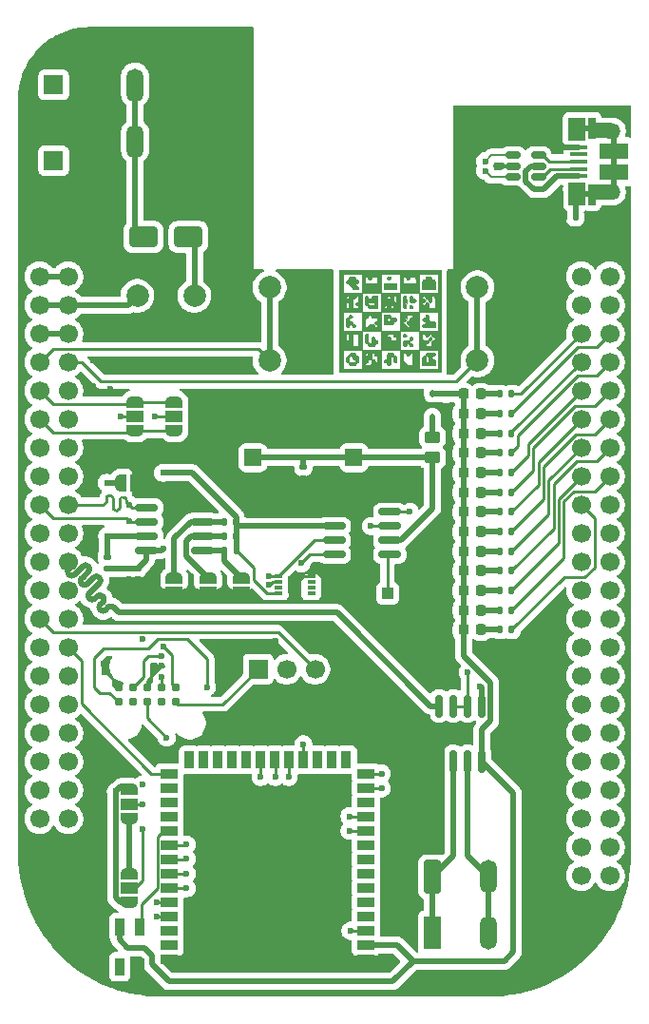
<source format=gbr>
%TF.GenerationSoftware,KiCad,Pcbnew,9.0.6+1*%
%TF.CreationDate,2025-11-29T18:55:36+00:00*%
%TF.ProjectId,com4bbb,636f6d34-6262-4622-9e6b-696361645f70,0.2*%
%TF.SameCoordinates,Original*%
%TF.FileFunction,Copper,L1,Top*%
%TF.FilePolarity,Positive*%
%FSLAX46Y46*%
G04 Gerber Fmt 4.6, Leading zero omitted, Abs format (unit mm)*
G04 Created by KiCad (PCBNEW 9.0.6+1) date 2025-11-29 18:55:36*
%MOMM*%
%LPD*%
G01*
G04 APERTURE LIST*
G04 Aperture macros list*
%AMRoundRect*
0 Rectangle with rounded corners*
0 $1 Rounding radius*
0 $2 $3 $4 $5 $6 $7 $8 $9 X,Y pos of 4 corners*
0 Add a 4 corners polygon primitive as box body*
4,1,4,$2,$3,$4,$5,$6,$7,$8,$9,$2,$3,0*
0 Add four circle primitives for the rounded corners*
1,1,$1+$1,$2,$3*
1,1,$1+$1,$4,$5*
1,1,$1+$1,$6,$7*
1,1,$1+$1,$8,$9*
0 Add four rect primitives between the rounded corners*
20,1,$1+$1,$2,$3,$4,$5,0*
20,1,$1+$1,$4,$5,$6,$7,0*
20,1,$1+$1,$6,$7,$8,$9,0*
20,1,$1+$1,$8,$9,$2,$3,0*%
%AMFreePoly0*
4,1,23,0.550000,-0.750000,0.000000,-0.750000,0.000000,-0.745722,-0.065263,-0.745722,-0.191342,-0.711940,-0.304381,-0.646677,-0.396677,-0.554381,-0.461940,-0.441342,-0.495722,-0.315263,-0.495722,-0.250000,-0.500000,-0.250000,-0.500000,0.250000,-0.495722,0.250000,-0.495722,0.315263,-0.461940,0.441342,-0.396677,0.554381,-0.304381,0.646677,-0.191342,0.711940,-0.065263,0.745722,0.000000,0.745722,
0.000000,0.750000,0.550000,0.750000,0.550000,-0.750000,0.550000,-0.750000,$1*%
%AMFreePoly1*
4,1,23,0.000000,0.745722,0.065263,0.745722,0.191342,0.711940,0.304381,0.646677,0.396677,0.554381,0.461940,0.441342,0.495722,0.315263,0.495722,0.250000,0.500000,0.250000,0.500000,-0.250000,0.495722,-0.250000,0.495722,-0.315263,0.461940,-0.441342,0.396677,-0.554381,0.304381,-0.646677,0.191342,-0.711940,0.065263,-0.745722,0.000000,-0.745722,0.000000,-0.750000,-0.550000,-0.750000,
-0.550000,0.750000,0.000000,0.750000,0.000000,0.745722,0.000000,0.745722,$1*%
%AMFreePoly2*
4,1,23,0.500000,-0.750000,0.000000,-0.750000,0.000000,-0.745722,-0.065263,-0.745722,-0.191342,-0.711940,-0.304381,-0.646677,-0.396677,-0.554381,-0.461940,-0.441342,-0.495722,-0.315263,-0.495722,-0.250000,-0.500000,-0.250000,-0.500000,0.250000,-0.495722,0.250000,-0.495722,0.315263,-0.461940,0.441342,-0.396677,0.554381,-0.304381,0.646677,-0.191342,0.711940,-0.065263,0.745722,0.000000,0.745722,
0.000000,0.750000,0.500000,0.750000,0.500000,-0.750000,0.500000,-0.750000,$1*%
%AMFreePoly3*
4,1,23,0.000000,0.745722,0.065263,0.745722,0.191342,0.711940,0.304381,0.646677,0.396677,0.554381,0.461940,0.441342,0.495722,0.315263,0.495722,0.250000,0.500000,0.250000,0.500000,-0.250000,0.495722,-0.250000,0.495722,-0.315263,0.461940,-0.441342,0.396677,-0.554381,0.304381,-0.646677,0.191342,-0.711940,0.065263,-0.745722,0.000000,-0.745722,0.000000,-0.750000,-0.500000,-0.750000,
-0.500000,0.750000,0.000000,0.750000,0.000000,0.745722,0.000000,0.745722,$1*%
G04 Aperture macros list end*
%TA.AperFunction,EtchedComponent*%
%ADD10C,0.010000*%
%TD*%
%TA.AperFunction,ComponentPad*%
%ADD11R,1.700000X1.700000*%
%TD*%
%TA.AperFunction,ComponentPad*%
%ADD12C,1.700000*%
%TD*%
%TA.AperFunction,SMDPad,CuDef*%
%ADD13RoundRect,0.140000X-0.170000X0.140000X-0.170000X-0.140000X0.170000X-0.140000X0.170000X0.140000X0*%
%TD*%
%TA.AperFunction,ComponentPad*%
%ADD14RoundRect,0.250001X-0.499999X-1.249999X0.499999X-1.249999X0.499999X1.249999X-0.499999X1.249999X0*%
%TD*%
%TA.AperFunction,ComponentPad*%
%ADD15R,1.500000X3.000000*%
%TD*%
%TA.AperFunction,ComponentPad*%
%ADD16O,1.500000X3.000000*%
%TD*%
%TA.AperFunction,SMDPad,CuDef*%
%ADD17FreePoly0,90.000000*%
%TD*%
%TA.AperFunction,SMDPad,CuDef*%
%ADD18R,1.500000X1.000000*%
%TD*%
%TA.AperFunction,SMDPad,CuDef*%
%ADD19FreePoly1,90.000000*%
%TD*%
%TA.AperFunction,SMDPad,CuDef*%
%ADD20FreePoly0,270.000000*%
%TD*%
%TA.AperFunction,SMDPad,CuDef*%
%ADD21FreePoly1,270.000000*%
%TD*%
%TA.AperFunction,SMDPad,CuDef*%
%ADD22FreePoly2,270.000000*%
%TD*%
%TA.AperFunction,SMDPad,CuDef*%
%ADD23FreePoly3,270.000000*%
%TD*%
%TA.AperFunction,SMDPad,CuDef*%
%ADD24RoundRect,0.135000X-0.135000X-0.185000X0.135000X-0.185000X0.135000X0.185000X-0.135000X0.185000X0*%
%TD*%
%TA.AperFunction,ComponentPad*%
%ADD25C,2.000000*%
%TD*%
%TA.AperFunction,SMDPad,CuDef*%
%ADD26RoundRect,0.150000X0.825000X0.150000X-0.825000X0.150000X-0.825000X-0.150000X0.825000X-0.150000X0*%
%TD*%
%TA.AperFunction,SMDPad,CuDef*%
%ADD27RoundRect,0.218750X0.218750X0.256250X-0.218750X0.256250X-0.218750X-0.256250X0.218750X-0.256250X0*%
%TD*%
%TA.AperFunction,SMDPad,CuDef*%
%ADD28RoundRect,0.135000X0.135000X0.185000X-0.135000X0.185000X-0.135000X-0.185000X0.135000X-0.185000X0*%
%TD*%
%TA.AperFunction,SMDPad,CuDef*%
%ADD29RoundRect,0.135000X0.185000X-0.135000X0.185000X0.135000X-0.185000X0.135000X-0.185000X-0.135000X0*%
%TD*%
%TA.AperFunction,SMDPad,CuDef*%
%ADD30RoundRect,0.150000X-0.150000X0.825000X-0.150000X-0.825000X0.150000X-0.825000X0.150000X0.825000X0*%
%TD*%
%TA.AperFunction,ComponentPad*%
%ADD31RoundRect,0.250001X0.499999X1.249999X-0.499999X1.249999X-0.499999X-1.249999X0.499999X-1.249999X0*%
%TD*%
%TA.AperFunction,SMDPad,CuDef*%
%ADD32RoundRect,0.250000X1.000000X0.650000X-1.000000X0.650000X-1.000000X-0.650000X1.000000X-0.650000X0*%
%TD*%
%TA.AperFunction,SMDPad,CuDef*%
%ADD33RoundRect,0.150000X-0.512500X-0.150000X0.512500X-0.150000X0.512500X0.150000X-0.512500X0.150000X0*%
%TD*%
%TA.AperFunction,SMDPad,CuDef*%
%ADD34R,0.850000X1.600000*%
%TD*%
%TA.AperFunction,SMDPad,CuDef*%
%ADD35R,1.500000X0.900000*%
%TD*%
%TA.AperFunction,SMDPad,CuDef*%
%ADD36R,0.900000X1.500000*%
%TD*%
%TA.AperFunction,SMDPad,CuDef*%
%ADD37R,0.900000X0.900000*%
%TD*%
%TA.AperFunction,SMDPad,CuDef*%
%ADD38RoundRect,0.147500X0.147500X0.172500X-0.147500X0.172500X-0.147500X-0.172500X0.147500X-0.172500X0*%
%TD*%
%TA.AperFunction,SMDPad,CuDef*%
%ADD39RoundRect,0.250000X-0.450000X0.262500X-0.450000X-0.262500X0.450000X-0.262500X0.450000X0.262500X0*%
%TD*%
%TA.AperFunction,ConnectorPad*%
%ADD40C,0.787400*%
%TD*%
%TA.AperFunction,ComponentPad*%
%ADD41RoundRect,0.250000X0.550000X-0.550000X0.550000X0.550000X-0.550000X0.550000X-0.550000X-0.550000X0*%
%TD*%
%TA.AperFunction,ComponentPad*%
%ADD42C,1.600000*%
%TD*%
%TA.AperFunction,SMDPad,CuDef*%
%ADD43R,1.000000X1.000000*%
%TD*%
%TA.AperFunction,SMDPad,CuDef*%
%ADD44R,1.650000X0.400000*%
%TD*%
%TA.AperFunction,SMDPad,CuDef*%
%ADD45R,0.700000X1.825000*%
%TD*%
%TA.AperFunction,SMDPad,CuDef*%
%ADD46R,1.500000X2.000000*%
%TD*%
%TA.AperFunction,SMDPad,CuDef*%
%ADD47R,2.000000X1.350000*%
%TD*%
%TA.AperFunction,HeatsinkPad*%
%ADD48O,1.700000X1.350000*%
%TD*%
%TA.AperFunction,HeatsinkPad*%
%ADD49O,1.500000X1.100000*%
%TD*%
%TA.AperFunction,SMDPad,CuDef*%
%ADD50R,2.500000X1.430000*%
%TD*%
%TA.AperFunction,SMDPad,CuDef*%
%ADD51R,0.750000X0.300000*%
%TD*%
%TA.AperFunction,SMDPad,CuDef*%
%ADD52R,1.300000X1.500000*%
%TD*%
%TA.AperFunction,SMDPad,CuDef*%
%ADD53RoundRect,0.112500X0.112500X-0.187500X0.112500X0.187500X-0.112500X0.187500X-0.112500X-0.187500X0*%
%TD*%
%TA.AperFunction,SMDPad,CuDef*%
%ADD54FreePoly2,0.000000*%
%TD*%
%TA.AperFunction,SMDPad,CuDef*%
%ADD55FreePoly3,0.000000*%
%TD*%
%TA.AperFunction,ViaPad*%
%ADD56C,0.600000*%
%TD*%
%TA.AperFunction,Conductor*%
%ADD57C,0.250000*%
%TD*%
%TA.AperFunction,Conductor*%
%ADD58C,0.500000*%
%TD*%
%TA.AperFunction,Conductor*%
%ADD59C,0.200000*%
%TD*%
G04 APERTURE END LIST*
D10*
%TO.C,G\u002A\u002A\u002A*%
X148186117Y-66052317D02*
X147054083Y-66052317D01*
X147054083Y-65486300D01*
X148186117Y-65486300D01*
X148186117Y-66052317D01*
%TA.AperFunction,EtchedComponent*%
G36*
X148186117Y-66052317D02*
G01*
X147054083Y-66052317D01*
X147054083Y-65486300D01*
X148186117Y-65486300D01*
X148186117Y-66052317D01*
G37*
%TD.AperFunction*%
X147596845Y-64970312D02*
X147620100Y-65061787D01*
X147570071Y-65180036D01*
X147478596Y-65203292D01*
X147360348Y-65153262D01*
X147337092Y-65061787D01*
X147387121Y-64943539D01*
X147478596Y-64920283D01*
X147596845Y-64970312D01*
%TA.AperFunction,EtchedComponent*%
G36*
X147596845Y-64970312D02*
G01*
X147620100Y-65061787D01*
X147570071Y-65180036D01*
X147478596Y-65203292D01*
X147360348Y-65153262D01*
X147337092Y-65061787D01*
X147387121Y-64943539D01*
X147478596Y-64920283D01*
X147596845Y-64970312D01*
G37*
%TD.AperFunction*%
X149011886Y-70064463D02*
X149035142Y-70155938D01*
X148985113Y-70274186D01*
X148893638Y-70297442D01*
X148775389Y-70247413D01*
X148752134Y-70155938D01*
X148802163Y-70037689D01*
X148893638Y-70014434D01*
X149011886Y-70064463D01*
%TA.AperFunction,EtchedComponent*%
G36*
X149011886Y-70064463D02*
G01*
X149035142Y-70155938D01*
X148985113Y-70274186D01*
X148893638Y-70297442D01*
X148775389Y-70247413D01*
X148752134Y-70155938D01*
X148802163Y-70037689D01*
X148893638Y-70014434D01*
X149011886Y-70064463D01*
G37*
%TD.AperFunction*%
X149577903Y-67517388D02*
X149601159Y-67608863D01*
X149551129Y-67727111D01*
X149459655Y-67750367D01*
X149341406Y-67700337D01*
X149318150Y-67608863D01*
X149368180Y-67490614D01*
X149459655Y-67467358D01*
X149577903Y-67517388D01*
%TA.AperFunction,EtchedComponent*%
G36*
X149577903Y-67517388D02*
G01*
X149601159Y-67608863D01*
X149551129Y-67727111D01*
X149459655Y-67750367D01*
X149341406Y-67700337D01*
X149318150Y-67608863D01*
X149368180Y-67490614D01*
X149459655Y-67467358D01*
X149577903Y-67517388D01*
G37*
%TD.AperFunction*%
X151275953Y-70347471D02*
X151299209Y-70438946D01*
X151249180Y-70557195D01*
X151157705Y-70580450D01*
X151039456Y-70530421D01*
X151016200Y-70438946D01*
X151066230Y-70320698D01*
X151157705Y-70297442D01*
X151275953Y-70347471D01*
%TA.AperFunction,EtchedComponent*%
G36*
X151275953Y-70347471D02*
G01*
X151299209Y-70438946D01*
X151249180Y-70557195D01*
X151157705Y-70580450D01*
X151039456Y-70530421D01*
X151016200Y-70438946D01*
X151066230Y-70320698D01*
X151157705Y-70297442D01*
X151275953Y-70347471D01*
G37*
%TD.AperFunction*%
X149577903Y-66668363D02*
X149601159Y-66759838D01*
X149651188Y-66878086D01*
X149742663Y-66901342D01*
X149860911Y-66951371D01*
X149884167Y-67042846D01*
X149860434Y-67135423D01*
X149764510Y-67176339D01*
X149601159Y-67184350D01*
X149420010Y-67177542D01*
X149339517Y-67129885D01*
X149318831Y-67000531D01*
X149318150Y-66901342D01*
X149330017Y-66716187D01*
X149377979Y-66634356D01*
X149459655Y-66618333D01*
X149577903Y-66668363D01*
%TA.AperFunction,EtchedComponent*%
G36*
X149577903Y-66668363D02*
G01*
X149601159Y-66759838D01*
X149651188Y-66878086D01*
X149742663Y-66901342D01*
X149860911Y-66951371D01*
X149884167Y-67042846D01*
X149860434Y-67135423D01*
X149764510Y-67176339D01*
X149601159Y-67184350D01*
X149420010Y-67177542D01*
X149339517Y-67129885D01*
X149318831Y-67000531D01*
X149318150Y-66901342D01*
X149330017Y-66716187D01*
X149377979Y-66634356D01*
X149459655Y-66618333D01*
X149577903Y-66668363D01*
G37*
%TD.AperFunction*%
X148964141Y-66630150D02*
X149006396Y-66684577D01*
X149027517Y-66810078D01*
X149034621Y-67035115D01*
X149035142Y-67184350D01*
X149032188Y-67466364D01*
X149018581Y-67635382D01*
X148987206Y-67719867D01*
X148930946Y-67748284D01*
X148893638Y-67750367D01*
X148823134Y-67738550D01*
X148780880Y-67684123D01*
X148759759Y-67558623D01*
X148752654Y-67333585D01*
X148752134Y-67184350D01*
X148755088Y-66902336D01*
X148768695Y-66733318D01*
X148800070Y-66648833D01*
X148856329Y-66620416D01*
X148893638Y-66618333D01*
X148964141Y-66630150D01*
%TA.AperFunction,EtchedComponent*%
G36*
X148964141Y-66630150D02*
G01*
X149006396Y-66684577D01*
X149027517Y-66810078D01*
X149034621Y-67035115D01*
X149035142Y-67184350D01*
X149032188Y-67466364D01*
X149018581Y-67635382D01*
X148987206Y-67719867D01*
X148930946Y-67748284D01*
X148893638Y-67750367D01*
X148823134Y-67738550D01*
X148780880Y-67684123D01*
X148759759Y-67558623D01*
X148752654Y-67333585D01*
X148752134Y-67184350D01*
X148755088Y-66902336D01*
X148768695Y-66733318D01*
X148800070Y-66648833D01*
X148856329Y-66620416D01*
X148893638Y-66618333D01*
X148964141Y-66630150D01*
G37*
%TD.AperFunction*%
X151201355Y-64932150D02*
X151283186Y-64980112D01*
X151299209Y-65061787D01*
X151349238Y-65180036D01*
X151440713Y-65203292D01*
X151519746Y-65218781D01*
X151562451Y-65286823D01*
X151579616Y-65439780D01*
X151582217Y-65627804D01*
X151582217Y-66052317D01*
X150450184Y-66052317D01*
X150450184Y-65627804D01*
X150455347Y-65390705D01*
X150478028Y-65262589D01*
X150529013Y-65211096D01*
X150591688Y-65203292D01*
X150709936Y-65153262D01*
X150733192Y-65061787D01*
X150756925Y-64969210D01*
X150852849Y-64928295D01*
X151016200Y-64920283D01*
X151201355Y-64932150D01*
%TA.AperFunction,EtchedComponent*%
G36*
X151201355Y-64932150D02*
G01*
X151283186Y-64980112D01*
X151299209Y-65061787D01*
X151349238Y-65180036D01*
X151440713Y-65203292D01*
X151519746Y-65218781D01*
X151562451Y-65286823D01*
X151579616Y-65439780D01*
X151582217Y-65627804D01*
X151582217Y-66052317D01*
X150450184Y-66052317D01*
X150450184Y-65627804D01*
X150455347Y-65390705D01*
X150478028Y-65262589D01*
X150529013Y-65211096D01*
X150591688Y-65203292D01*
X150709936Y-65153262D01*
X150733192Y-65061787D01*
X150756925Y-64969210D01*
X150852849Y-64928295D01*
X151016200Y-64920283D01*
X151201355Y-64932150D01*
G37*
%TD.AperFunction*%
X147522246Y-68328250D02*
X147604077Y-68376212D01*
X147620100Y-68457888D01*
X147643833Y-68550465D01*
X147739757Y-68591380D01*
X147903109Y-68599392D01*
X148088263Y-68611258D01*
X148170094Y-68659220D01*
X148186117Y-68740896D01*
X148136088Y-68859145D01*
X148044613Y-68882400D01*
X147926364Y-68932429D01*
X147903109Y-69023904D01*
X147887619Y-69102937D01*
X147819577Y-69145643D01*
X147666620Y-69162807D01*
X147478596Y-69165409D01*
X147054083Y-69165409D01*
X147054083Y-68740896D01*
X147337092Y-68740896D01*
X147387121Y-68859145D01*
X147478596Y-68882400D01*
X147596845Y-68832371D01*
X147620100Y-68740896D01*
X147570071Y-68622648D01*
X147478596Y-68599392D01*
X147360348Y-68649421D01*
X147337092Y-68740896D01*
X147054083Y-68740896D01*
X147054083Y-68316383D01*
X147337092Y-68316383D01*
X147522246Y-68328250D01*
%TA.AperFunction,EtchedComponent*%
G36*
X147522246Y-68328250D02*
G01*
X147604077Y-68376212D01*
X147620100Y-68457888D01*
X147643833Y-68550465D01*
X147739757Y-68591380D01*
X147903109Y-68599392D01*
X148088263Y-68611258D01*
X148170094Y-68659220D01*
X148186117Y-68740896D01*
X148136088Y-68859145D01*
X148044613Y-68882400D01*
X147926364Y-68932429D01*
X147903109Y-69023904D01*
X147887619Y-69102937D01*
X147819577Y-69145643D01*
X147666620Y-69162807D01*
X147478596Y-69165409D01*
X147054083Y-69165409D01*
X147054083Y-68740896D01*
X147337092Y-68740896D01*
X147387121Y-68859145D01*
X147478596Y-68882400D01*
X147596845Y-68832371D01*
X147620100Y-68740896D01*
X147570071Y-68622648D01*
X147478596Y-68599392D01*
X147360348Y-68649421D01*
X147337092Y-68740896D01*
X147054083Y-68740896D01*
X147054083Y-68316383D01*
X147337092Y-68316383D01*
X147522246Y-68328250D01*
G37*
%TD.AperFunction*%
X149577903Y-70347471D02*
X149601159Y-70438946D01*
X149551129Y-70557195D01*
X149459655Y-70580450D01*
X149341406Y-70630480D01*
X149318150Y-70721955D01*
X149368180Y-70840203D01*
X149459655Y-70863459D01*
X149577903Y-70913488D01*
X149601159Y-71004963D01*
X149551129Y-71123211D01*
X149459655Y-71146467D01*
X149341406Y-71096438D01*
X149318150Y-71004963D01*
X149268121Y-70886714D01*
X149176646Y-70863459D01*
X149058398Y-70913488D01*
X149035142Y-71004963D01*
X148985113Y-71123211D01*
X148893638Y-71146467D01*
X148801061Y-71122734D01*
X148760145Y-71026810D01*
X148752134Y-70863459D01*
X148758942Y-70682310D01*
X148806599Y-70601817D01*
X148935953Y-70581131D01*
X149035142Y-70580450D01*
X149220296Y-70568584D01*
X149302127Y-70520622D01*
X149318150Y-70438946D01*
X149368180Y-70320698D01*
X149459655Y-70297442D01*
X149577903Y-70347471D01*
%TA.AperFunction,EtchedComponent*%
G36*
X149577903Y-70347471D02*
G01*
X149601159Y-70438946D01*
X149551129Y-70557195D01*
X149459655Y-70580450D01*
X149341406Y-70630480D01*
X149318150Y-70721955D01*
X149368180Y-70840203D01*
X149459655Y-70863459D01*
X149577903Y-70913488D01*
X149601159Y-71004963D01*
X149551129Y-71123211D01*
X149459655Y-71146467D01*
X149341406Y-71096438D01*
X149318150Y-71004963D01*
X149268121Y-70886714D01*
X149176646Y-70863459D01*
X149058398Y-70913488D01*
X149035142Y-71004963D01*
X148985113Y-71123211D01*
X148893638Y-71146467D01*
X148801061Y-71122734D01*
X148760145Y-71026810D01*
X148752134Y-70863459D01*
X148758942Y-70682310D01*
X148806599Y-70601817D01*
X148935953Y-70581131D01*
X149035142Y-70580450D01*
X149220296Y-70568584D01*
X149302127Y-70520622D01*
X149318150Y-70438946D01*
X149368180Y-70320698D01*
X149459655Y-70297442D01*
X149577903Y-70347471D01*
G37*
%TD.AperFunction*%
X150967273Y-68340116D02*
X151008189Y-68436040D01*
X151016200Y-68599392D01*
X151023009Y-68780540D01*
X151070665Y-68861033D01*
X151200020Y-68881720D01*
X151299209Y-68882400D01*
X151480357Y-68889208D01*
X151560850Y-68936865D01*
X151581537Y-69066220D01*
X151582217Y-69165409D01*
X151582217Y-69448417D01*
X151016200Y-69448417D01*
X150734187Y-69445463D01*
X150565169Y-69431856D01*
X150480683Y-69400481D01*
X150452267Y-69344221D01*
X150450184Y-69306913D01*
X150500213Y-69188664D01*
X150591688Y-69165409D01*
X150709936Y-69115379D01*
X150733192Y-69023904D01*
X150683163Y-68905656D01*
X150591688Y-68882400D01*
X150473439Y-68832371D01*
X150450184Y-68740896D01*
X150500213Y-68622648D01*
X150591688Y-68599392D01*
X150709936Y-68549363D01*
X150733192Y-68457888D01*
X150783221Y-68339639D01*
X150874696Y-68316383D01*
X150967273Y-68340116D01*
%TA.AperFunction,EtchedComponent*%
G36*
X150967273Y-68340116D02*
G01*
X151008189Y-68436040D01*
X151016200Y-68599392D01*
X151023009Y-68780540D01*
X151070665Y-68861033D01*
X151200020Y-68881720D01*
X151299209Y-68882400D01*
X151480357Y-68889208D01*
X151560850Y-68936865D01*
X151581537Y-69066220D01*
X151582217Y-69165409D01*
X151582217Y-69448417D01*
X151016200Y-69448417D01*
X150734187Y-69445463D01*
X150565169Y-69431856D01*
X150480683Y-69400481D01*
X150452267Y-69344221D01*
X150450184Y-69306913D01*
X150500213Y-69188664D01*
X150591688Y-69165409D01*
X150709936Y-69115379D01*
X150733192Y-69023904D01*
X150683163Y-68905656D01*
X150591688Y-68882400D01*
X150473439Y-68832371D01*
X150450184Y-68740896D01*
X150500213Y-68622648D01*
X150591688Y-68599392D01*
X150709936Y-68549363D01*
X150733192Y-68457888D01*
X150783221Y-68339639D01*
X150874696Y-68316383D01*
X150967273Y-68340116D01*
G37*
%TD.AperFunction*%
X144200744Y-68366413D02*
X144224000Y-68457888D01*
X144173971Y-68576136D01*
X144082496Y-68599392D01*
X143964247Y-68649421D01*
X143940992Y-68740896D01*
X143991021Y-68859145D01*
X144082496Y-68882400D01*
X144200744Y-68932429D01*
X144224000Y-69023904D01*
X144274029Y-69142153D01*
X144365504Y-69165409D01*
X144483753Y-69215438D01*
X144507008Y-69306913D01*
X144456979Y-69425161D01*
X144365504Y-69448417D01*
X144247256Y-69398388D01*
X144224000Y-69306913D01*
X144173971Y-69188664D01*
X144082496Y-69165409D01*
X143964247Y-69215438D01*
X143940992Y-69306913D01*
X143890962Y-69425161D01*
X143799487Y-69448417D01*
X143720454Y-69432927D01*
X143677749Y-69364885D01*
X143660585Y-69211929D01*
X143657983Y-69023904D01*
X143663146Y-68786806D01*
X143685827Y-68658690D01*
X143736813Y-68607196D01*
X143799487Y-68599392D01*
X143917736Y-68549363D01*
X143940992Y-68457888D01*
X143991021Y-68339639D01*
X144082496Y-68316383D01*
X144200744Y-68366413D01*
%TA.AperFunction,EtchedComponent*%
G36*
X144200744Y-68366413D02*
G01*
X144224000Y-68457888D01*
X144173971Y-68576136D01*
X144082496Y-68599392D01*
X143964247Y-68649421D01*
X143940992Y-68740896D01*
X143991021Y-68859145D01*
X144082496Y-68882400D01*
X144200744Y-68932429D01*
X144224000Y-69023904D01*
X144274029Y-69142153D01*
X144365504Y-69165409D01*
X144483753Y-69215438D01*
X144507008Y-69306913D01*
X144456979Y-69425161D01*
X144365504Y-69448417D01*
X144247256Y-69398388D01*
X144224000Y-69306913D01*
X144173971Y-69188664D01*
X144082496Y-69165409D01*
X143964247Y-69215438D01*
X143940992Y-69306913D01*
X143890962Y-69425161D01*
X143799487Y-69448417D01*
X143720454Y-69432927D01*
X143677749Y-69364885D01*
X143660585Y-69211929D01*
X143657983Y-69023904D01*
X143663146Y-68786806D01*
X143685827Y-68658690D01*
X143736813Y-68607196D01*
X143799487Y-68599392D01*
X143917736Y-68549363D01*
X143940992Y-68457888D01*
X143991021Y-68339639D01*
X144082496Y-68316383D01*
X144200744Y-68366413D01*
G37*
%TD.AperFunction*%
X144409154Y-64932150D02*
X144490985Y-64980112D01*
X144507008Y-65061787D01*
X144557038Y-65180036D01*
X144648512Y-65203292D01*
X144766761Y-65253321D01*
X144790017Y-65344796D01*
X144739987Y-65463044D01*
X144648512Y-65486300D01*
X144530264Y-65536329D01*
X144507008Y-65627804D01*
X144557038Y-65746053D01*
X144648512Y-65769308D01*
X144766761Y-65819338D01*
X144790017Y-65910812D01*
X144766284Y-66003390D01*
X144670360Y-66044305D01*
X144507008Y-66052317D01*
X144321854Y-66040450D01*
X144240023Y-65992488D01*
X144224000Y-65910812D01*
X144173971Y-65792564D01*
X144082496Y-65769308D01*
X143964247Y-65719279D01*
X143940992Y-65627804D01*
X143890962Y-65509556D01*
X143799487Y-65486300D01*
X143681239Y-65436271D01*
X143657983Y-65344796D01*
X143708012Y-65226547D01*
X143799487Y-65203292D01*
X143917736Y-65153262D01*
X143940992Y-65061787D01*
X143964724Y-64969210D01*
X144060648Y-64928295D01*
X144224000Y-64920283D01*
X144409154Y-64932150D01*
%TA.AperFunction,EtchedComponent*%
G36*
X144409154Y-64932150D02*
G01*
X144490985Y-64980112D01*
X144507008Y-65061787D01*
X144557038Y-65180036D01*
X144648512Y-65203292D01*
X144766761Y-65253321D01*
X144790017Y-65344796D01*
X144739987Y-65463044D01*
X144648512Y-65486300D01*
X144530264Y-65536329D01*
X144507008Y-65627804D01*
X144557038Y-65746053D01*
X144648512Y-65769308D01*
X144766761Y-65819338D01*
X144790017Y-65910812D01*
X144766284Y-66003390D01*
X144670360Y-66044305D01*
X144507008Y-66052317D01*
X144321854Y-66040450D01*
X144240023Y-65992488D01*
X144224000Y-65910812D01*
X144173971Y-65792564D01*
X144082496Y-65769308D01*
X143964247Y-65719279D01*
X143940992Y-65627804D01*
X143890962Y-65509556D01*
X143799487Y-65486300D01*
X143681239Y-65436271D01*
X143657983Y-65344796D01*
X143708012Y-65226547D01*
X143799487Y-65203292D01*
X143917736Y-65153262D01*
X143940992Y-65061787D01*
X143964724Y-64969210D01*
X144060648Y-64928295D01*
X144224000Y-64920283D01*
X144409154Y-64932150D01*
G37*
%TD.AperFunction*%
X145576570Y-70029923D02*
X145619276Y-70097966D01*
X145636440Y-70250922D01*
X145639042Y-70438946D01*
X145644205Y-70676045D01*
X145666886Y-70804161D01*
X145717871Y-70855654D01*
X145780546Y-70863459D01*
X145873123Y-70839726D01*
X145914039Y-70743802D01*
X145922050Y-70580450D01*
X145933916Y-70395296D01*
X145981878Y-70313465D01*
X146063554Y-70297442D01*
X146181803Y-70347471D01*
X146205058Y-70438946D01*
X146255088Y-70557195D01*
X146346563Y-70580450D01*
X146464811Y-70630480D01*
X146488067Y-70721955D01*
X146438037Y-70840203D01*
X146346563Y-70863459D01*
X146228314Y-70913488D01*
X146205058Y-71004963D01*
X146181326Y-71097540D01*
X146085402Y-71138456D01*
X145922050Y-71146467D01*
X145736896Y-71134601D01*
X145655065Y-71086639D01*
X145639042Y-71004963D01*
X145589012Y-70886714D01*
X145497538Y-70863459D01*
X145418505Y-70847969D01*
X145375799Y-70779927D01*
X145358635Y-70626971D01*
X145356033Y-70438946D01*
X145361197Y-70201847D01*
X145383877Y-70073732D01*
X145434863Y-70022238D01*
X145497538Y-70014434D01*
X145576570Y-70029923D01*
%TA.AperFunction,EtchedComponent*%
G36*
X145576570Y-70029923D02*
G01*
X145619276Y-70097966D01*
X145636440Y-70250922D01*
X145639042Y-70438946D01*
X145644205Y-70676045D01*
X145666886Y-70804161D01*
X145717871Y-70855654D01*
X145780546Y-70863459D01*
X145873123Y-70839726D01*
X145914039Y-70743802D01*
X145922050Y-70580450D01*
X145933916Y-70395296D01*
X145981878Y-70313465D01*
X146063554Y-70297442D01*
X146181803Y-70347471D01*
X146205058Y-70438946D01*
X146255088Y-70557195D01*
X146346563Y-70580450D01*
X146464811Y-70630480D01*
X146488067Y-70721955D01*
X146438037Y-70840203D01*
X146346563Y-70863459D01*
X146228314Y-70913488D01*
X146205058Y-71004963D01*
X146181326Y-71097540D01*
X146085402Y-71138456D01*
X145922050Y-71146467D01*
X145736896Y-71134601D01*
X145655065Y-71086639D01*
X145639042Y-71004963D01*
X145589012Y-70886714D01*
X145497538Y-70863459D01*
X145418505Y-70847969D01*
X145375799Y-70779927D01*
X145358635Y-70626971D01*
X145356033Y-70438946D01*
X145361197Y-70201847D01*
X145383877Y-70073732D01*
X145434863Y-70022238D01*
X145497538Y-70014434D01*
X145576570Y-70029923D01*
G37*
%TD.AperFunction*%
X147805255Y-71724350D02*
X147887086Y-71772312D01*
X147903109Y-71853988D01*
X147953138Y-71972236D01*
X148044613Y-71995492D01*
X148137190Y-72019225D01*
X148178105Y-72115149D01*
X148186117Y-72278500D01*
X148174251Y-72463655D01*
X148126289Y-72545486D01*
X148044613Y-72561509D01*
X147952036Y-72537776D01*
X147911120Y-72441852D01*
X147903109Y-72278500D01*
X147891242Y-72093346D01*
X147843280Y-72011515D01*
X147761604Y-71995492D01*
X147682571Y-72010982D01*
X147639866Y-72079024D01*
X147622702Y-72231980D01*
X147620100Y-72420005D01*
X147614937Y-72657104D01*
X147592256Y-72785219D01*
X147541271Y-72836713D01*
X147478596Y-72844517D01*
X147360348Y-72794488D01*
X147337092Y-72703013D01*
X147287063Y-72584765D01*
X147195588Y-72561509D01*
X147077339Y-72511480D01*
X147054083Y-72420005D01*
X147104113Y-72301756D01*
X147195588Y-72278500D01*
X147288165Y-72254768D01*
X147329080Y-72158844D01*
X147337092Y-71995492D01*
X147343900Y-71814344D01*
X147391557Y-71733851D01*
X147520911Y-71713164D01*
X147620100Y-71712484D01*
X147805255Y-71724350D01*
%TA.AperFunction,EtchedComponent*%
G36*
X147805255Y-71724350D02*
G01*
X147887086Y-71772312D01*
X147903109Y-71853988D01*
X147953138Y-71972236D01*
X148044613Y-71995492D01*
X148137190Y-72019225D01*
X148178105Y-72115149D01*
X148186117Y-72278500D01*
X148174251Y-72463655D01*
X148126289Y-72545486D01*
X148044613Y-72561509D01*
X147952036Y-72537776D01*
X147911120Y-72441852D01*
X147903109Y-72278500D01*
X147891242Y-72093346D01*
X147843280Y-72011515D01*
X147761604Y-71995492D01*
X147682571Y-72010982D01*
X147639866Y-72079024D01*
X147622702Y-72231980D01*
X147620100Y-72420005D01*
X147614937Y-72657104D01*
X147592256Y-72785219D01*
X147541271Y-72836713D01*
X147478596Y-72844517D01*
X147360348Y-72794488D01*
X147337092Y-72703013D01*
X147287063Y-72584765D01*
X147195588Y-72561509D01*
X147077339Y-72511480D01*
X147054083Y-72420005D01*
X147104113Y-72301756D01*
X147195588Y-72278500D01*
X147288165Y-72254768D01*
X147329080Y-72158844D01*
X147337092Y-71995492D01*
X147343900Y-71814344D01*
X147391557Y-71733851D01*
X147520911Y-71713164D01*
X147620100Y-71712484D01*
X147805255Y-71724350D01*
G37*
%TD.AperFunction*%
X146488067Y-67750367D02*
X146063554Y-67750367D01*
X145826455Y-67745204D01*
X145698340Y-67722523D01*
X145646846Y-67671537D01*
X145639042Y-67608863D01*
X145589012Y-67490614D01*
X145497538Y-67467358D01*
X145418505Y-67451869D01*
X145375799Y-67383827D01*
X145369294Y-67325854D01*
X145639042Y-67325854D01*
X145662775Y-67418431D01*
X145758698Y-67459347D01*
X145922050Y-67467358D01*
X146107204Y-67455492D01*
X146189035Y-67407530D01*
X146205058Y-67325854D01*
X146181326Y-67233277D01*
X146085402Y-67192362D01*
X145922050Y-67184350D01*
X145736896Y-67196216D01*
X145655065Y-67244178D01*
X145639042Y-67325854D01*
X145369294Y-67325854D01*
X145358635Y-67230870D01*
X145356033Y-67042846D01*
X145361197Y-66805747D01*
X145383877Y-66677631D01*
X145434863Y-66626138D01*
X145497538Y-66618333D01*
X145615786Y-66668363D01*
X145639042Y-66759838D01*
X145689071Y-66878086D01*
X145780546Y-66901342D01*
X145898794Y-66851312D01*
X145922050Y-66759838D01*
X145945783Y-66667260D01*
X146041707Y-66626345D01*
X146205058Y-66618333D01*
X146488067Y-66618333D01*
X146488067Y-67750367D01*
%TA.AperFunction,EtchedComponent*%
G36*
X146488067Y-67750367D02*
G01*
X146063554Y-67750367D01*
X145826455Y-67745204D01*
X145698340Y-67722523D01*
X145646846Y-67671537D01*
X145639042Y-67608863D01*
X145589012Y-67490614D01*
X145497538Y-67467358D01*
X145418505Y-67451869D01*
X145375799Y-67383827D01*
X145369294Y-67325854D01*
X145639042Y-67325854D01*
X145662775Y-67418431D01*
X145758698Y-67459347D01*
X145922050Y-67467358D01*
X146107204Y-67455492D01*
X146189035Y-67407530D01*
X146205058Y-67325854D01*
X146181326Y-67233277D01*
X146085402Y-67192362D01*
X145922050Y-67184350D01*
X145736896Y-67196216D01*
X145655065Y-67244178D01*
X145639042Y-67325854D01*
X145369294Y-67325854D01*
X145358635Y-67230870D01*
X145356033Y-67042846D01*
X145361197Y-66805747D01*
X145383877Y-66677631D01*
X145434863Y-66626138D01*
X145497538Y-66618333D01*
X145615786Y-66668363D01*
X145639042Y-66759838D01*
X145689071Y-66878086D01*
X145780546Y-66901342D01*
X145898794Y-66851312D01*
X145922050Y-66759838D01*
X145945783Y-66667260D01*
X146041707Y-66626345D01*
X146205058Y-66618333D01*
X146488067Y-66618333D01*
X146488067Y-67750367D01*
G37*
%TD.AperFunction*%
X151394804Y-71717647D02*
X151522919Y-71740328D01*
X151574413Y-71791313D01*
X151582217Y-71853988D01*
X151532188Y-71972236D01*
X151440713Y-71995492D01*
X151322465Y-72045521D01*
X151299209Y-72136996D01*
X151349238Y-72255245D01*
X151440713Y-72278500D01*
X151533290Y-72302233D01*
X151574206Y-72398157D01*
X151582217Y-72561509D01*
X151582217Y-72844517D01*
X150450184Y-72844517D01*
X150450184Y-72420005D01*
X150453265Y-72278500D01*
X150733192Y-72278500D01*
X150745059Y-72463655D01*
X150793020Y-72545486D01*
X150874696Y-72561509D01*
X150967273Y-72537776D01*
X151008189Y-72441852D01*
X151016200Y-72278500D01*
X151004334Y-72093346D01*
X150956372Y-72011515D01*
X150874696Y-71995492D01*
X150782119Y-72019225D01*
X150741204Y-72115149D01*
X150733192Y-72278500D01*
X150453265Y-72278500D01*
X150455347Y-72182906D01*
X150478028Y-72054790D01*
X150529013Y-72003296D01*
X150591688Y-71995492D01*
X150709936Y-71945463D01*
X150733192Y-71853988D01*
X150748682Y-71774955D01*
X150816724Y-71732250D01*
X150969680Y-71715085D01*
X151157705Y-71712484D01*
X151394804Y-71717647D01*
%TA.AperFunction,EtchedComponent*%
G36*
X151394804Y-71717647D02*
G01*
X151522919Y-71740328D01*
X151574413Y-71791313D01*
X151582217Y-71853988D01*
X151532188Y-71972236D01*
X151440713Y-71995492D01*
X151322465Y-72045521D01*
X151299209Y-72136996D01*
X151349238Y-72255245D01*
X151440713Y-72278500D01*
X151533290Y-72302233D01*
X151574206Y-72398157D01*
X151582217Y-72561509D01*
X151582217Y-72844517D01*
X150450184Y-72844517D01*
X150450184Y-72420005D01*
X150453265Y-72278500D01*
X150733192Y-72278500D01*
X150745059Y-72463655D01*
X150793020Y-72545486D01*
X150874696Y-72561509D01*
X150967273Y-72537776D01*
X151008189Y-72441852D01*
X151016200Y-72278500D01*
X151004334Y-72093346D01*
X150956372Y-72011515D01*
X150874696Y-71995492D01*
X150782119Y-72019225D01*
X150741204Y-72115149D01*
X150733192Y-72278500D01*
X150453265Y-72278500D01*
X150455347Y-72182906D01*
X150478028Y-72054790D01*
X150529013Y-72003296D01*
X150591688Y-71995492D01*
X150709936Y-71945463D01*
X150733192Y-71853988D01*
X150748682Y-71774955D01*
X150816724Y-71732250D01*
X150969680Y-71715085D01*
X151157705Y-71712484D01*
X151394804Y-71717647D01*
G37*
%TD.AperFunction*%
X144409154Y-71724350D02*
X144490985Y-71772312D01*
X144507008Y-71853988D01*
X144557038Y-71972236D01*
X144648512Y-71995492D01*
X144741090Y-72019225D01*
X144782005Y-72115149D01*
X144790017Y-72278500D01*
X144778150Y-72463655D01*
X144730188Y-72545486D01*
X144648512Y-72561509D01*
X144530264Y-72611538D01*
X144507008Y-72703013D01*
X144483275Y-72795590D01*
X144387352Y-72836506D01*
X144224000Y-72844517D01*
X144038846Y-72832651D01*
X143957015Y-72784689D01*
X143940992Y-72703013D01*
X143890962Y-72584765D01*
X143799487Y-72561509D01*
X143706910Y-72537776D01*
X143665995Y-72441852D01*
X143657983Y-72278500D01*
X143940992Y-72278500D01*
X143947800Y-72459649D01*
X143995457Y-72540142D01*
X144124811Y-72560828D01*
X144224000Y-72561509D01*
X144409154Y-72549642D01*
X144490985Y-72501681D01*
X144507008Y-72420005D01*
X144456979Y-72301756D01*
X144365504Y-72278500D01*
X144247256Y-72228471D01*
X144224000Y-72136996D01*
X144173971Y-72018748D01*
X144082496Y-71995492D01*
X143989919Y-72019225D01*
X143949003Y-72115149D01*
X143940992Y-72278500D01*
X143657983Y-72278500D01*
X143669850Y-72093346D01*
X143717812Y-72011515D01*
X143799487Y-71995492D01*
X143917736Y-71945463D01*
X143940992Y-71853988D01*
X143964724Y-71761411D01*
X144060648Y-71720495D01*
X144224000Y-71712484D01*
X144409154Y-71724350D01*
%TA.AperFunction,EtchedComponent*%
G36*
X144409154Y-71724350D02*
G01*
X144490985Y-71772312D01*
X144507008Y-71853988D01*
X144557038Y-71972236D01*
X144648512Y-71995492D01*
X144741090Y-72019225D01*
X144782005Y-72115149D01*
X144790017Y-72278500D01*
X144778150Y-72463655D01*
X144730188Y-72545486D01*
X144648512Y-72561509D01*
X144530264Y-72611538D01*
X144507008Y-72703013D01*
X144483275Y-72795590D01*
X144387352Y-72836506D01*
X144224000Y-72844517D01*
X144038846Y-72832651D01*
X143957015Y-72784689D01*
X143940992Y-72703013D01*
X143890962Y-72584765D01*
X143799487Y-72561509D01*
X143706910Y-72537776D01*
X143665995Y-72441852D01*
X143657983Y-72278500D01*
X143940992Y-72278500D01*
X143947800Y-72459649D01*
X143995457Y-72540142D01*
X144124811Y-72560828D01*
X144224000Y-72561509D01*
X144409154Y-72549642D01*
X144490985Y-72501681D01*
X144507008Y-72420005D01*
X144456979Y-72301756D01*
X144365504Y-72278500D01*
X144247256Y-72228471D01*
X144224000Y-72136996D01*
X144173971Y-72018748D01*
X144082496Y-71995492D01*
X143989919Y-72019225D01*
X143949003Y-72115149D01*
X143940992Y-72278500D01*
X143657983Y-72278500D01*
X143669850Y-72093346D01*
X143717812Y-72011515D01*
X143799487Y-71995492D01*
X143917736Y-71945463D01*
X143940992Y-71853988D01*
X143964724Y-71761411D01*
X144060648Y-71720495D01*
X144224000Y-71712484D01*
X144409154Y-71724350D01*
G37*
%TD.AperFunction*%
X146771075Y-69731425D02*
X148469125Y-69731425D01*
X148469125Y-69023904D01*
X148752134Y-69023904D01*
X148802163Y-69142153D01*
X148893638Y-69165409D01*
X149011886Y-69215438D01*
X149035142Y-69306913D01*
X149085171Y-69425161D01*
X149176646Y-69448417D01*
X149294895Y-69398388D01*
X149318150Y-69306913D01*
X149268121Y-69188664D01*
X149176646Y-69165409D01*
X149058398Y-69115379D01*
X149035142Y-69023904D01*
X149085171Y-68905656D01*
X149176646Y-68882400D01*
X149294895Y-68832371D01*
X149318150Y-68740896D01*
X149368180Y-68622648D01*
X149459655Y-68599392D01*
X149577903Y-68549363D01*
X149601159Y-68457888D01*
X149577426Y-68365311D01*
X149481502Y-68324395D01*
X149318150Y-68316383D01*
X149137002Y-68323192D01*
X149056509Y-68370848D01*
X149035823Y-68500203D01*
X149035142Y-68599392D01*
X149023276Y-68784546D01*
X148975314Y-68866377D01*
X148893638Y-68882400D01*
X148775389Y-68932429D01*
X148752134Y-69023904D01*
X148469125Y-69023904D01*
X148469125Y-68033375D01*
X150167175Y-68033375D01*
X150167175Y-69731425D01*
X148469125Y-69731425D01*
X148469125Y-71429475D01*
X146771075Y-71429475D01*
X146771075Y-70155938D01*
X147337092Y-70155938D01*
X147387121Y-70274186D01*
X147478596Y-70297442D01*
X147596845Y-70347471D01*
X147620100Y-70438946D01*
X147643833Y-70531523D01*
X147739757Y-70572439D01*
X147903109Y-70580450D01*
X148088263Y-70568584D01*
X148170094Y-70520622D01*
X148186117Y-70438946D01*
X148136088Y-70320698D01*
X148044613Y-70297442D01*
X147926364Y-70247413D01*
X147903109Y-70155938D01*
X147879376Y-70063361D01*
X147783452Y-70022445D01*
X147620100Y-70014434D01*
X147434946Y-70026300D01*
X147353115Y-70074262D01*
X147337092Y-70155938D01*
X146771075Y-70155938D01*
X146771075Y-69731425D01*
X145073025Y-69731425D01*
X145073025Y-69023904D01*
X145356033Y-69023904D01*
X145361197Y-69261003D01*
X145383877Y-69389119D01*
X145434863Y-69440613D01*
X145497538Y-69448417D01*
X145615786Y-69398388D01*
X145639042Y-69306913D01*
X145662775Y-69214336D01*
X145758698Y-69173420D01*
X145922050Y-69165409D01*
X146107204Y-69177275D01*
X146189035Y-69225237D01*
X146205058Y-69306913D01*
X146255088Y-69425161D01*
X146346563Y-69448417D01*
X146464811Y-69398388D01*
X146488067Y-69306913D01*
X146438037Y-69188664D01*
X146346563Y-69165409D01*
X146228314Y-69115379D01*
X146205058Y-69023904D01*
X146255088Y-68905656D01*
X146346563Y-68882400D01*
X146464811Y-68832371D01*
X146488067Y-68740896D01*
X146464334Y-68648319D01*
X146368410Y-68607403D01*
X146205058Y-68599392D01*
X146019904Y-68587525D01*
X145938073Y-68539564D01*
X145922050Y-68457888D01*
X145872021Y-68339639D01*
X145780546Y-68316383D01*
X145662297Y-68366413D01*
X145639042Y-68457888D01*
X145589012Y-68576136D01*
X145497538Y-68599392D01*
X145418505Y-68614881D01*
X145375799Y-68682924D01*
X145358635Y-68835880D01*
X145356033Y-69023904D01*
X145073025Y-69023904D01*
X145073025Y-68033375D01*
X146771075Y-68033375D01*
X146771075Y-69731425D01*
%TA.AperFunction,EtchedComponent*%
G36*
X146771075Y-69731425D02*
G01*
X148469125Y-69731425D01*
X148469125Y-69023904D01*
X148752134Y-69023904D01*
X148802163Y-69142153D01*
X148893638Y-69165409D01*
X149011886Y-69215438D01*
X149035142Y-69306913D01*
X149085171Y-69425161D01*
X149176646Y-69448417D01*
X149294895Y-69398388D01*
X149318150Y-69306913D01*
X149268121Y-69188664D01*
X149176646Y-69165409D01*
X149058398Y-69115379D01*
X149035142Y-69023904D01*
X149085171Y-68905656D01*
X149176646Y-68882400D01*
X149294895Y-68832371D01*
X149318150Y-68740896D01*
X149368180Y-68622648D01*
X149459655Y-68599392D01*
X149577903Y-68549363D01*
X149601159Y-68457888D01*
X149577426Y-68365311D01*
X149481502Y-68324395D01*
X149318150Y-68316383D01*
X149137002Y-68323192D01*
X149056509Y-68370848D01*
X149035823Y-68500203D01*
X149035142Y-68599392D01*
X149023276Y-68784546D01*
X148975314Y-68866377D01*
X148893638Y-68882400D01*
X148775389Y-68932429D01*
X148752134Y-69023904D01*
X148469125Y-69023904D01*
X148469125Y-68033375D01*
X150167175Y-68033375D01*
X150167175Y-69731425D01*
X148469125Y-69731425D01*
X148469125Y-71429475D01*
X146771075Y-71429475D01*
X146771075Y-70155938D01*
X147337092Y-70155938D01*
X147387121Y-70274186D01*
X147478596Y-70297442D01*
X147596845Y-70347471D01*
X147620100Y-70438946D01*
X147643833Y-70531523D01*
X147739757Y-70572439D01*
X147903109Y-70580450D01*
X148088263Y-70568584D01*
X148170094Y-70520622D01*
X148186117Y-70438946D01*
X148136088Y-70320698D01*
X148044613Y-70297442D01*
X147926364Y-70247413D01*
X147903109Y-70155938D01*
X147879376Y-70063361D01*
X147783452Y-70022445D01*
X147620100Y-70014434D01*
X147434946Y-70026300D01*
X147353115Y-70074262D01*
X147337092Y-70155938D01*
X146771075Y-70155938D01*
X146771075Y-69731425D01*
X145073025Y-69731425D01*
X145073025Y-69023904D01*
X145356033Y-69023904D01*
X145361197Y-69261003D01*
X145383877Y-69389119D01*
X145434863Y-69440613D01*
X145497538Y-69448417D01*
X145615786Y-69398388D01*
X145639042Y-69306913D01*
X145662775Y-69214336D01*
X145758698Y-69173420D01*
X145922050Y-69165409D01*
X146107204Y-69177275D01*
X146189035Y-69225237D01*
X146205058Y-69306913D01*
X146255088Y-69425161D01*
X146346563Y-69448417D01*
X146464811Y-69398388D01*
X146488067Y-69306913D01*
X146438037Y-69188664D01*
X146346563Y-69165409D01*
X146228314Y-69115379D01*
X146205058Y-69023904D01*
X146255088Y-68905656D01*
X146346563Y-68882400D01*
X146464811Y-68832371D01*
X146488067Y-68740896D01*
X146464334Y-68648319D01*
X146368410Y-68607403D01*
X146205058Y-68599392D01*
X146019904Y-68587525D01*
X145938073Y-68539564D01*
X145922050Y-68457888D01*
X145872021Y-68339639D01*
X145780546Y-68316383D01*
X145662297Y-68366413D01*
X145639042Y-68457888D01*
X145589012Y-68576136D01*
X145497538Y-68599392D01*
X145418505Y-68614881D01*
X145375799Y-68682924D01*
X145358635Y-68835880D01*
X145356033Y-69023904D01*
X145073025Y-69023904D01*
X145073025Y-68033375D01*
X146771075Y-68033375D01*
X146771075Y-69731425D01*
G37*
%TD.AperFunction*%
X148469125Y-68033375D02*
X146771075Y-68033375D01*
X146771075Y-67608863D01*
X147054083Y-67608863D01*
X147104113Y-67727111D01*
X147195588Y-67750367D01*
X147313836Y-67700337D01*
X147337092Y-67608863D01*
X147620100Y-67608863D01*
X147670129Y-67727111D01*
X147761604Y-67750367D01*
X147879853Y-67700337D01*
X147903109Y-67608863D01*
X147853079Y-67490614D01*
X147761604Y-67467358D01*
X147643356Y-67517388D01*
X147620100Y-67608863D01*
X147337092Y-67608863D01*
X147287063Y-67490614D01*
X147195588Y-67467358D01*
X147077339Y-67517388D01*
X147054083Y-67608863D01*
X146771075Y-67608863D01*
X146771075Y-66759838D01*
X147337092Y-66759838D01*
X147387121Y-66878086D01*
X147478596Y-66901342D01*
X147903109Y-66901342D01*
X147914975Y-67086496D01*
X147962937Y-67168327D01*
X148044613Y-67184350D01*
X148137190Y-67160617D01*
X148178105Y-67064693D01*
X148186117Y-66901342D01*
X148174251Y-66716187D01*
X148126289Y-66634356D01*
X148044613Y-66618333D01*
X147952036Y-66642066D01*
X147911120Y-66737990D01*
X147903109Y-66901342D01*
X147478596Y-66901342D01*
X147596845Y-66851312D01*
X147620100Y-66759838D01*
X147570071Y-66641589D01*
X147478596Y-66618333D01*
X147360348Y-66668363D01*
X147337092Y-66759838D01*
X146771075Y-66759838D01*
X146771075Y-66335325D01*
X148469125Y-66335325D01*
X148469125Y-68033375D01*
%TA.AperFunction,EtchedComponent*%
G36*
X148469125Y-68033375D02*
G01*
X146771075Y-68033375D01*
X146771075Y-67608863D01*
X147054083Y-67608863D01*
X147104113Y-67727111D01*
X147195588Y-67750367D01*
X147313836Y-67700337D01*
X147337092Y-67608863D01*
X147620100Y-67608863D01*
X147670129Y-67727111D01*
X147761604Y-67750367D01*
X147879853Y-67700337D01*
X147903109Y-67608863D01*
X147853079Y-67490614D01*
X147761604Y-67467358D01*
X147643356Y-67517388D01*
X147620100Y-67608863D01*
X147337092Y-67608863D01*
X147287063Y-67490614D01*
X147195588Y-67467358D01*
X147077339Y-67517388D01*
X147054083Y-67608863D01*
X146771075Y-67608863D01*
X146771075Y-66759838D01*
X147337092Y-66759838D01*
X147387121Y-66878086D01*
X147478596Y-66901342D01*
X147903109Y-66901342D01*
X147914975Y-67086496D01*
X147962937Y-67168327D01*
X148044613Y-67184350D01*
X148137190Y-67160617D01*
X148178105Y-67064693D01*
X148186117Y-66901342D01*
X148174251Y-66716187D01*
X148126289Y-66634356D01*
X148044613Y-66618333D01*
X147952036Y-66642066D01*
X147911120Y-66737990D01*
X147903109Y-66901342D01*
X147478596Y-66901342D01*
X147596845Y-66851312D01*
X147620100Y-66759838D01*
X147570071Y-66641589D01*
X147478596Y-66618333D01*
X147360348Y-66668363D01*
X147337092Y-66759838D01*
X146771075Y-66759838D01*
X146771075Y-66335325D01*
X148469125Y-66335325D01*
X148469125Y-68033375D01*
G37*
%TD.AperFunction*%
X152148234Y-73410534D02*
X143091967Y-73410534D01*
X143091967Y-71429475D01*
X143091967Y-71146467D01*
X144224000Y-71146467D01*
X144790017Y-71146467D01*
X144790017Y-70014434D01*
X144224000Y-70014434D01*
X144224000Y-71146467D01*
X143091967Y-71146467D01*
X143091967Y-70297442D01*
X143657983Y-70297442D01*
X143669850Y-70482596D01*
X143717812Y-70564427D01*
X143799487Y-70580450D01*
X143892065Y-70556718D01*
X143932980Y-70460794D01*
X143940992Y-70297442D01*
X143929125Y-70112288D01*
X143881163Y-70030457D01*
X143799487Y-70014434D01*
X143706910Y-70038166D01*
X143665995Y-70134090D01*
X143657983Y-70297442D01*
X143091967Y-70297442D01*
X143091967Y-69731425D01*
X143374975Y-69731425D01*
X145073025Y-69731425D01*
X145073025Y-71429475D01*
X143374975Y-71429475D01*
X143374975Y-73127526D01*
X145073025Y-73127526D01*
X145073025Y-72703013D01*
X145356033Y-72703013D01*
X145379766Y-72795590D01*
X145475690Y-72836506D01*
X145639042Y-72844517D01*
X145820190Y-72837709D01*
X145900683Y-72790052D01*
X145921370Y-72660698D01*
X145922050Y-72561509D01*
X145933916Y-72376355D01*
X145981878Y-72294523D01*
X146063554Y-72278500D01*
X146181803Y-72328530D01*
X146205058Y-72420005D01*
X146255088Y-72538253D01*
X146346563Y-72561509D01*
X146439140Y-72537776D01*
X146480055Y-72441852D01*
X146488067Y-72278500D01*
X146476200Y-72093346D01*
X146428238Y-72011515D01*
X146346563Y-71995492D01*
X146228314Y-71945463D01*
X146205058Y-71853988D01*
X146155029Y-71735739D01*
X146063554Y-71712484D01*
X145970977Y-71736217D01*
X145930062Y-71832140D01*
X145922050Y-71995492D01*
X145910184Y-72180646D01*
X145862222Y-72262478D01*
X145780546Y-72278500D01*
X145662297Y-72328530D01*
X145639042Y-72420005D01*
X145589012Y-72538253D01*
X145497538Y-72561509D01*
X145379289Y-72611538D01*
X145356033Y-72703013D01*
X145073025Y-72703013D01*
X145073025Y-71853988D01*
X145356033Y-71853988D01*
X145406063Y-71972236D01*
X145497538Y-71995492D01*
X145615786Y-71945463D01*
X145639042Y-71853988D01*
X145589012Y-71735739D01*
X145497538Y-71712484D01*
X145379289Y-71762513D01*
X145356033Y-71853988D01*
X145073025Y-71853988D01*
X145073025Y-71429475D01*
X146771075Y-71429475D01*
X146771075Y-73127526D01*
X148469125Y-73127526D01*
X148469125Y-72136996D01*
X148752134Y-72136996D01*
X148757297Y-72374095D01*
X148779978Y-72502211D01*
X148830963Y-72553704D01*
X148893638Y-72561509D01*
X149011886Y-72611538D01*
X149035142Y-72703013D01*
X149058875Y-72795590D01*
X149154799Y-72836506D01*
X149318150Y-72844517D01*
X149601159Y-72844517D01*
X149601159Y-72278500D01*
X149598204Y-71996487D01*
X149584598Y-71827469D01*
X149553223Y-71742983D01*
X149496963Y-71714567D01*
X149459655Y-71712484D01*
X149341406Y-71762513D01*
X149318150Y-71853988D01*
X149268121Y-71972236D01*
X149176646Y-71995492D01*
X149058398Y-71945463D01*
X149035142Y-71853988D01*
X148985113Y-71735739D01*
X148893638Y-71712484D01*
X148814605Y-71727973D01*
X148771900Y-71796016D01*
X148754735Y-71948972D01*
X148752134Y-72136996D01*
X148469125Y-72136996D01*
X148469125Y-71429475D01*
X150167175Y-71429475D01*
X150167175Y-73127526D01*
X151865226Y-73127526D01*
X151865226Y-71429475D01*
X150167175Y-71429475D01*
X150167175Y-70297442D01*
X150450184Y-70297442D01*
X150456992Y-70478590D01*
X150504649Y-70559083D01*
X150634003Y-70579770D01*
X150733192Y-70580450D01*
X150918346Y-70592317D01*
X151000178Y-70640279D01*
X151016200Y-70721955D01*
X150966171Y-70840203D01*
X150874696Y-70863459D01*
X150756448Y-70913488D01*
X150733192Y-71004963D01*
X150756925Y-71097540D01*
X150852849Y-71138456D01*
X151016200Y-71146467D01*
X151197349Y-71139659D01*
X151277842Y-71092002D01*
X151298528Y-70962648D01*
X151299209Y-70863459D01*
X151311075Y-70678304D01*
X151359037Y-70596473D01*
X151440713Y-70580450D01*
X151558962Y-70530421D01*
X151582217Y-70438946D01*
X151532188Y-70320698D01*
X151440713Y-70297442D01*
X151322465Y-70247413D01*
X151299209Y-70155938D01*
X151249180Y-70037689D01*
X151157705Y-70014434D01*
X151039456Y-70064463D01*
X151016200Y-70155938D01*
X150966171Y-70274186D01*
X150874696Y-70297442D01*
X150756448Y-70247413D01*
X150733192Y-70155938D01*
X150683163Y-70037689D01*
X150591688Y-70014434D01*
X150499111Y-70038166D01*
X150458195Y-70134090D01*
X150450184Y-70297442D01*
X150167175Y-70297442D01*
X150167175Y-69731425D01*
X151865226Y-69731425D01*
X151865226Y-68033375D01*
X150167175Y-68033375D01*
X150167175Y-67325854D01*
X150450184Y-67325854D01*
X150500213Y-67444103D01*
X150591688Y-67467358D01*
X150709936Y-67417329D01*
X150733192Y-67325854D01*
X150783221Y-67207606D01*
X150874696Y-67184350D01*
X150967273Y-67208083D01*
X151008189Y-67304007D01*
X151016200Y-67467358D01*
X151023009Y-67648507D01*
X151070665Y-67729000D01*
X151200020Y-67749686D01*
X151299209Y-67750367D01*
X151582217Y-67750367D01*
X151582217Y-67184350D01*
X151579263Y-66902336D01*
X151565656Y-66733318D01*
X151534281Y-66648833D01*
X151478022Y-66620416D01*
X151440713Y-66618333D01*
X151348136Y-66642066D01*
X151307220Y-66737990D01*
X151299209Y-66901342D01*
X151287342Y-67086496D01*
X151239381Y-67168327D01*
X151157705Y-67184350D01*
X151039456Y-67134321D01*
X151016200Y-67042846D01*
X150966171Y-66924597D01*
X150874696Y-66901342D01*
X150756448Y-66851312D01*
X150733192Y-66759838D01*
X150683163Y-66641589D01*
X150591688Y-66618333D01*
X150473439Y-66668363D01*
X150450184Y-66759838D01*
X150500213Y-66878086D01*
X150591688Y-66901342D01*
X150709936Y-66951371D01*
X150733192Y-67042846D01*
X150683163Y-67161094D01*
X150591688Y-67184350D01*
X150473439Y-67234379D01*
X150450184Y-67325854D01*
X150167175Y-67325854D01*
X150167175Y-66759838D01*
X150167175Y-66335325D01*
X151865226Y-66335325D01*
X151865226Y-64637275D01*
X150167175Y-64637275D01*
X150167175Y-66335325D01*
X148469125Y-66335325D01*
X148469125Y-65486300D01*
X148752134Y-65486300D01*
X149884167Y-65486300D01*
X149884167Y-65203292D01*
X149877359Y-65022143D01*
X149829702Y-64941650D01*
X149700348Y-64920964D01*
X149601159Y-64920283D01*
X149416004Y-64932150D01*
X149334173Y-64980112D01*
X149318150Y-65061787D01*
X149268121Y-65180036D01*
X149176646Y-65203292D01*
X149058398Y-65153262D01*
X149035142Y-65061787D01*
X148985113Y-64943539D01*
X148893638Y-64920283D01*
X148801061Y-64944016D01*
X148760145Y-65039940D01*
X148752134Y-65203292D01*
X148752134Y-65486300D01*
X148469125Y-65486300D01*
X148469125Y-65203292D01*
X148469125Y-64637275D01*
X146771075Y-64637275D01*
X146771075Y-66335325D01*
X145073025Y-66335325D01*
X145073025Y-68033375D01*
X143374975Y-68033375D01*
X143374975Y-69731425D01*
X143091967Y-69731425D01*
X143091967Y-68033375D01*
X143091967Y-67467358D01*
X143657983Y-67467358D01*
X143669850Y-67652513D01*
X143717812Y-67734344D01*
X143799487Y-67750367D01*
X144224000Y-67750367D01*
X144507008Y-67750367D01*
X144692163Y-67738500D01*
X144773994Y-67690538D01*
X144790017Y-67608863D01*
X144739987Y-67490614D01*
X144648512Y-67467358D01*
X144530264Y-67417329D01*
X144507008Y-67325854D01*
X144557038Y-67207606D01*
X144648512Y-67184350D01*
X144741090Y-67160617D01*
X144782005Y-67064693D01*
X144790017Y-66901342D01*
X144778150Y-66716187D01*
X144730188Y-66634356D01*
X144648512Y-66618333D01*
X144530264Y-66668363D01*
X144507008Y-66759838D01*
X144456979Y-66878086D01*
X144365504Y-66901342D01*
X144286471Y-66916831D01*
X144243766Y-66984874D01*
X144226601Y-67137830D01*
X144224000Y-67325854D01*
X144224000Y-67750367D01*
X143799487Y-67750367D01*
X143892065Y-67726634D01*
X143932980Y-67630710D01*
X143940992Y-67467358D01*
X143931923Y-67325854D01*
X143929125Y-67282204D01*
X143881163Y-67200373D01*
X143799487Y-67184350D01*
X143706910Y-67208083D01*
X143665995Y-67304007D01*
X143657983Y-67467358D01*
X143091967Y-67467358D01*
X143091967Y-66759838D01*
X143657983Y-66759838D01*
X143708012Y-66878086D01*
X143799487Y-66901342D01*
X143917736Y-66851312D01*
X143940992Y-66759838D01*
X143890962Y-66641589D01*
X143799487Y-66618333D01*
X143681239Y-66668363D01*
X143657983Y-66759838D01*
X143091967Y-66759838D01*
X143091967Y-66335325D01*
X143374975Y-66335325D01*
X145073025Y-66335325D01*
X145073025Y-65486300D01*
X145356033Y-65486300D01*
X146488067Y-65486300D01*
X146488067Y-65203292D01*
X146481259Y-65022143D01*
X146433602Y-64941650D01*
X146304247Y-64920964D01*
X146205058Y-64920283D01*
X146019904Y-64932150D01*
X145938073Y-64980112D01*
X145922050Y-65061787D01*
X145872021Y-65180036D01*
X145780546Y-65203292D01*
X145662297Y-65153262D01*
X145639042Y-65061787D01*
X145589012Y-64943539D01*
X145497538Y-64920283D01*
X145404960Y-64944016D01*
X145364045Y-65039940D01*
X145356033Y-65203292D01*
X145356033Y-65486300D01*
X145073025Y-65486300D01*
X145073025Y-65203292D01*
X145073025Y-64637275D01*
X143374975Y-64637275D01*
X143374975Y-66335325D01*
X143091967Y-66335325D01*
X143091967Y-64637275D01*
X143091967Y-64354267D01*
X152148234Y-64354267D01*
X152148234Y-73410534D01*
%TA.AperFunction,EtchedComponent*%
G36*
X152148234Y-73410534D02*
G01*
X143091967Y-73410534D01*
X143091967Y-71429475D01*
X143091967Y-71146467D01*
X144224000Y-71146467D01*
X144790017Y-71146467D01*
X144790017Y-70014434D01*
X144224000Y-70014434D01*
X144224000Y-71146467D01*
X143091967Y-71146467D01*
X143091967Y-70297442D01*
X143657983Y-70297442D01*
X143669850Y-70482596D01*
X143717812Y-70564427D01*
X143799487Y-70580450D01*
X143892065Y-70556718D01*
X143932980Y-70460794D01*
X143940992Y-70297442D01*
X143929125Y-70112288D01*
X143881163Y-70030457D01*
X143799487Y-70014434D01*
X143706910Y-70038166D01*
X143665995Y-70134090D01*
X143657983Y-70297442D01*
X143091967Y-70297442D01*
X143091967Y-69731425D01*
X143374975Y-69731425D01*
X145073025Y-69731425D01*
X145073025Y-71429475D01*
X143374975Y-71429475D01*
X143374975Y-73127526D01*
X145073025Y-73127526D01*
X145073025Y-72703013D01*
X145356033Y-72703013D01*
X145379766Y-72795590D01*
X145475690Y-72836506D01*
X145639042Y-72844517D01*
X145820190Y-72837709D01*
X145900683Y-72790052D01*
X145921370Y-72660698D01*
X145922050Y-72561509D01*
X145933916Y-72376355D01*
X145981878Y-72294523D01*
X146063554Y-72278500D01*
X146181803Y-72328530D01*
X146205058Y-72420005D01*
X146255088Y-72538253D01*
X146346563Y-72561509D01*
X146439140Y-72537776D01*
X146480055Y-72441852D01*
X146488067Y-72278500D01*
X146476200Y-72093346D01*
X146428238Y-72011515D01*
X146346563Y-71995492D01*
X146228314Y-71945463D01*
X146205058Y-71853988D01*
X146155029Y-71735739D01*
X146063554Y-71712484D01*
X145970977Y-71736217D01*
X145930062Y-71832140D01*
X145922050Y-71995492D01*
X145910184Y-72180646D01*
X145862222Y-72262478D01*
X145780546Y-72278500D01*
X145662297Y-72328530D01*
X145639042Y-72420005D01*
X145589012Y-72538253D01*
X145497538Y-72561509D01*
X145379289Y-72611538D01*
X145356033Y-72703013D01*
X145073025Y-72703013D01*
X145073025Y-71853988D01*
X145356033Y-71853988D01*
X145406063Y-71972236D01*
X145497538Y-71995492D01*
X145615786Y-71945463D01*
X145639042Y-71853988D01*
X145589012Y-71735739D01*
X145497538Y-71712484D01*
X145379289Y-71762513D01*
X145356033Y-71853988D01*
X145073025Y-71853988D01*
X145073025Y-71429475D01*
X146771075Y-71429475D01*
X146771075Y-73127526D01*
X148469125Y-73127526D01*
X148469125Y-72136996D01*
X148752134Y-72136996D01*
X148757297Y-72374095D01*
X148779978Y-72502211D01*
X148830963Y-72553704D01*
X148893638Y-72561509D01*
X149011886Y-72611538D01*
X149035142Y-72703013D01*
X149058875Y-72795590D01*
X149154799Y-72836506D01*
X149318150Y-72844517D01*
X149601159Y-72844517D01*
X149601159Y-72278500D01*
X149598204Y-71996487D01*
X149584598Y-71827469D01*
X149553223Y-71742983D01*
X149496963Y-71714567D01*
X149459655Y-71712484D01*
X149341406Y-71762513D01*
X149318150Y-71853988D01*
X149268121Y-71972236D01*
X149176646Y-71995492D01*
X149058398Y-71945463D01*
X149035142Y-71853988D01*
X148985113Y-71735739D01*
X148893638Y-71712484D01*
X148814605Y-71727973D01*
X148771900Y-71796016D01*
X148754735Y-71948972D01*
X148752134Y-72136996D01*
X148469125Y-72136996D01*
X148469125Y-71429475D01*
X150167175Y-71429475D01*
X150167175Y-73127526D01*
X151865226Y-73127526D01*
X151865226Y-71429475D01*
X150167175Y-71429475D01*
X150167175Y-70297442D01*
X150450184Y-70297442D01*
X150456992Y-70478590D01*
X150504649Y-70559083D01*
X150634003Y-70579770D01*
X150733192Y-70580450D01*
X150918346Y-70592317D01*
X151000178Y-70640279D01*
X151016200Y-70721955D01*
X150966171Y-70840203D01*
X150874696Y-70863459D01*
X150756448Y-70913488D01*
X150733192Y-71004963D01*
X150756925Y-71097540D01*
X150852849Y-71138456D01*
X151016200Y-71146467D01*
X151197349Y-71139659D01*
X151277842Y-71092002D01*
X151298528Y-70962648D01*
X151299209Y-70863459D01*
X151311075Y-70678304D01*
X151359037Y-70596473D01*
X151440713Y-70580450D01*
X151558962Y-70530421D01*
X151582217Y-70438946D01*
X151532188Y-70320698D01*
X151440713Y-70297442D01*
X151322465Y-70247413D01*
X151299209Y-70155938D01*
X151249180Y-70037689D01*
X151157705Y-70014434D01*
X151039456Y-70064463D01*
X151016200Y-70155938D01*
X150966171Y-70274186D01*
X150874696Y-70297442D01*
X150756448Y-70247413D01*
X150733192Y-70155938D01*
X150683163Y-70037689D01*
X150591688Y-70014434D01*
X150499111Y-70038166D01*
X150458195Y-70134090D01*
X150450184Y-70297442D01*
X150167175Y-70297442D01*
X150167175Y-69731425D01*
X151865226Y-69731425D01*
X151865226Y-68033375D01*
X150167175Y-68033375D01*
X150167175Y-67325854D01*
X150450184Y-67325854D01*
X150500213Y-67444103D01*
X150591688Y-67467358D01*
X150709936Y-67417329D01*
X150733192Y-67325854D01*
X150783221Y-67207606D01*
X150874696Y-67184350D01*
X150967273Y-67208083D01*
X151008189Y-67304007D01*
X151016200Y-67467358D01*
X151023009Y-67648507D01*
X151070665Y-67729000D01*
X151200020Y-67749686D01*
X151299209Y-67750367D01*
X151582217Y-67750367D01*
X151582217Y-67184350D01*
X151579263Y-66902336D01*
X151565656Y-66733318D01*
X151534281Y-66648833D01*
X151478022Y-66620416D01*
X151440713Y-66618333D01*
X151348136Y-66642066D01*
X151307220Y-66737990D01*
X151299209Y-66901342D01*
X151287342Y-67086496D01*
X151239381Y-67168327D01*
X151157705Y-67184350D01*
X151039456Y-67134321D01*
X151016200Y-67042846D01*
X150966171Y-66924597D01*
X150874696Y-66901342D01*
X150756448Y-66851312D01*
X150733192Y-66759838D01*
X150683163Y-66641589D01*
X150591688Y-66618333D01*
X150473439Y-66668363D01*
X150450184Y-66759838D01*
X150500213Y-66878086D01*
X150591688Y-66901342D01*
X150709936Y-66951371D01*
X150733192Y-67042846D01*
X150683163Y-67161094D01*
X150591688Y-67184350D01*
X150473439Y-67234379D01*
X150450184Y-67325854D01*
X150167175Y-67325854D01*
X150167175Y-66759838D01*
X150167175Y-66335325D01*
X151865226Y-66335325D01*
X151865226Y-64637275D01*
X150167175Y-64637275D01*
X150167175Y-66335325D01*
X148469125Y-66335325D01*
X148469125Y-65486300D01*
X148752134Y-65486300D01*
X149884167Y-65486300D01*
X149884167Y-65203292D01*
X149877359Y-65022143D01*
X149829702Y-64941650D01*
X149700348Y-64920964D01*
X149601159Y-64920283D01*
X149416004Y-64932150D01*
X149334173Y-64980112D01*
X149318150Y-65061787D01*
X149268121Y-65180036D01*
X149176646Y-65203292D01*
X149058398Y-65153262D01*
X149035142Y-65061787D01*
X148985113Y-64943539D01*
X148893638Y-64920283D01*
X148801061Y-64944016D01*
X148760145Y-65039940D01*
X148752134Y-65203292D01*
X148752134Y-65486300D01*
X148469125Y-65486300D01*
X148469125Y-65203292D01*
X148469125Y-64637275D01*
X146771075Y-64637275D01*
X146771075Y-66335325D01*
X145073025Y-66335325D01*
X145073025Y-68033375D01*
X143374975Y-68033375D01*
X143374975Y-69731425D01*
X143091967Y-69731425D01*
X143091967Y-68033375D01*
X143091967Y-67467358D01*
X143657983Y-67467358D01*
X143669850Y-67652513D01*
X143717812Y-67734344D01*
X143799487Y-67750367D01*
X144224000Y-67750367D01*
X144507008Y-67750367D01*
X144692163Y-67738500D01*
X144773994Y-67690538D01*
X144790017Y-67608863D01*
X144739987Y-67490614D01*
X144648512Y-67467358D01*
X144530264Y-67417329D01*
X144507008Y-67325854D01*
X144557038Y-67207606D01*
X144648512Y-67184350D01*
X144741090Y-67160617D01*
X144782005Y-67064693D01*
X144790017Y-66901342D01*
X144778150Y-66716187D01*
X144730188Y-66634356D01*
X144648512Y-66618333D01*
X144530264Y-66668363D01*
X144507008Y-66759838D01*
X144456979Y-66878086D01*
X144365504Y-66901342D01*
X144286471Y-66916831D01*
X144243766Y-66984874D01*
X144226601Y-67137830D01*
X144224000Y-67325854D01*
X144224000Y-67750367D01*
X143799487Y-67750367D01*
X143892065Y-67726634D01*
X143932980Y-67630710D01*
X143940992Y-67467358D01*
X143931923Y-67325854D01*
X143929125Y-67282204D01*
X143881163Y-67200373D01*
X143799487Y-67184350D01*
X143706910Y-67208083D01*
X143665995Y-67304007D01*
X143657983Y-67467358D01*
X143091967Y-67467358D01*
X143091967Y-66759838D01*
X143657983Y-66759838D01*
X143708012Y-66878086D01*
X143799487Y-66901342D01*
X143917736Y-66851312D01*
X143940992Y-66759838D01*
X143890962Y-66641589D01*
X143799487Y-66618333D01*
X143681239Y-66668363D01*
X143657983Y-66759838D01*
X143091967Y-66759838D01*
X143091967Y-66335325D01*
X143374975Y-66335325D01*
X145073025Y-66335325D01*
X145073025Y-65486300D01*
X145356033Y-65486300D01*
X146488067Y-65486300D01*
X146488067Y-65203292D01*
X146481259Y-65022143D01*
X146433602Y-64941650D01*
X146304247Y-64920964D01*
X146205058Y-64920283D01*
X146019904Y-64932150D01*
X145938073Y-64980112D01*
X145922050Y-65061787D01*
X145872021Y-65180036D01*
X145780546Y-65203292D01*
X145662297Y-65153262D01*
X145639042Y-65061787D01*
X145589012Y-64943539D01*
X145497538Y-64920283D01*
X145404960Y-64944016D01*
X145364045Y-65039940D01*
X145356033Y-65203292D01*
X145356033Y-65486300D01*
X145073025Y-65486300D01*
X145073025Y-65203292D01*
X145073025Y-64637275D01*
X143374975Y-64637275D01*
X143374975Y-66335325D01*
X143091967Y-66335325D01*
X143091967Y-64637275D01*
X143091967Y-64354267D01*
X152148234Y-64354267D01*
X152148234Y-73410534D01*
G37*
%TD.AperFunction*%
%TD*%
D11*
%TO.P,P8,1,Pin_1*%
%TO.N,GNDD*%
X164630100Y-62382400D03*
D12*
%TO.P,P8,2,Pin_2*%
X167170100Y-62382400D03*
%TO.P,P8,3,Pin_3*%
%TO.N,unconnected-(P8-Pin_3-Pad3)*%
X164630100Y-64922400D03*
%TO.P,P8,4,Pin_4*%
%TO.N,unconnected-(P8-Pin_4-Pad4)*%
X167170100Y-64922400D03*
%TO.P,P8,5,Pin_5*%
%TO.N,unconnected-(P8-Pin_5-Pad5)*%
X164630100Y-67462400D03*
%TO.P,P8,6,Pin_6*%
%TO.N,unconnected-(P8-Pin_6-Pad6)*%
X167170100Y-67462400D03*
%TO.P,P8,7,Pin_7*%
%TO.N,/LED0*%
X164630100Y-70002400D03*
%TO.P,P8,8,Pin_8*%
%TO.N,/LED1*%
X167170100Y-70002400D03*
%TO.P,P8,9,Pin_9*%
%TO.N,/LED2*%
X164630100Y-72542400D03*
%TO.P,P8,10,Pin_10*%
%TO.N,/LED3*%
X167170100Y-72542400D03*
%TO.P,P8,11,Pin_11*%
%TO.N,/LED4*%
X164630100Y-75082400D03*
%TO.P,P8,12,Pin_12*%
%TO.N,/LED5*%
X167170100Y-75082400D03*
%TO.P,P8,13,Pin_13*%
%TO.N,/LED6*%
X164630100Y-77622400D03*
%TO.P,P8,14,Pin_14*%
%TO.N,/LED7*%
X167170100Y-77622400D03*
%TO.P,P8,15,Pin_15*%
%TO.N,/LED8*%
X164630100Y-80162400D03*
%TO.P,P8,16,Pin_16*%
%TO.N,/LED9*%
X167170100Y-80162400D03*
%TO.P,P8,17,Pin_17*%
%TO.N,/LED10*%
X164630100Y-82702400D03*
%TO.P,P8,18,Pin_18*%
%TO.N,/LED11*%
X167170100Y-82702400D03*
%TO.P,P8,19,Pin_19*%
%TO.N,/LED12*%
X164630100Y-85242400D03*
%TO.P,P8,20,Pin_20*%
%TO.N,unconnected-(P8-Pin_20-Pad20)*%
X167170100Y-85242400D03*
%TO.P,P8,21,Pin_21*%
%TO.N,unconnected-(P8-Pin_21-Pad21)*%
X164630100Y-87782400D03*
%TO.P,P8,22,Pin_22*%
%TO.N,unconnected-(P8-Pin_22-Pad22)*%
X167170100Y-87782400D03*
%TO.P,P8,23,Pin_23*%
%TO.N,unconnected-(P8-Pin_23-Pad23)*%
X164630100Y-90322400D03*
%TO.P,P8,24,Pin_24*%
%TO.N,unconnected-(P8-Pin_24-Pad24)*%
X167170100Y-90322400D03*
%TO.P,P8,25,Pin_25*%
%TO.N,unconnected-(P8-Pin_25-Pad25)*%
X164630100Y-92862400D03*
%TO.P,P8,26,Pin_26*%
%TO.N,/DE{slash}~{RE}*%
X167170100Y-92862400D03*
%TO.P,P8,27,Pin_27*%
%TO.N,unconnected-(P8-Pin_27-Pad27)*%
X164630100Y-95402400D03*
%TO.P,P8,28,Pin_28*%
%TO.N,unconnected-(P8-Pin_28-Pad28)*%
X167170100Y-95402400D03*
%TO.P,P8,29,Pin_29*%
%TO.N,unconnected-(P8-Pin_29-Pad29)*%
X164630100Y-97942400D03*
%TO.P,P8,30,Pin_30*%
%TO.N,unconnected-(P8-Pin_30-Pad30)*%
X167170100Y-97942400D03*
%TO.P,P8,31,Pin_31*%
%TO.N,unconnected-(P8-Pin_31-Pad31)*%
X164630100Y-100482400D03*
%TO.P,P8,32,Pin_32*%
%TO.N,unconnected-(P8-Pin_32-Pad32)*%
X167170100Y-100482400D03*
%TO.P,P8,33,Pin_33*%
%TO.N,unconnected-(P8-Pin_33-Pad33)*%
X164630100Y-103022400D03*
%TO.P,P8,34,Pin_34*%
%TO.N,unconnected-(P8-Pin_34-Pad34)*%
X167170100Y-103022400D03*
%TO.P,P8,35,Pin_35*%
%TO.N,unconnected-(P8-Pin_35-Pad35)*%
X164630100Y-105562400D03*
%TO.P,P8,36,Pin_36*%
%TO.N,unconnected-(P8-Pin_36-Pad36)*%
X167170100Y-105562400D03*
%TO.P,P8,37,Pin_37*%
%TO.N,unconnected-(P8-Pin_37-Pad37)*%
X164630100Y-108102400D03*
%TO.P,P8,38,Pin_38*%
%TO.N,unconnected-(P8-Pin_38-Pad38)*%
X167170100Y-108102400D03*
%TO.P,P8,39,Pin_39*%
%TO.N,unconnected-(P8-Pin_39-Pad39)*%
X164630100Y-110642400D03*
%TO.P,P8,40,Pin_40*%
%TO.N,unconnected-(P8-Pin_40-Pad40)*%
X167170100Y-110642400D03*
%TO.P,P8,41,Pin_41*%
%TO.N,unconnected-(P8-Pin_41-Pad41)*%
X164630100Y-113182400D03*
%TO.P,P8,42,Pin_42*%
%TO.N,unconnected-(P8-Pin_42-Pad42)*%
X167170100Y-113182400D03*
%TO.P,P8,43,Pin_43*%
%TO.N,unconnected-(P8-Pin_43-Pad43)*%
X164630100Y-115722400D03*
%TO.P,P8,44,Pin_44*%
%TO.N,unconnected-(P8-Pin_44-Pad44)*%
X167170100Y-115722400D03*
%TO.P,P8,45,Pin_45*%
%TO.N,unconnected-(P8-Pin_45-Pad45)*%
X164630100Y-118262400D03*
%TO.P,P8,46,Pin_46*%
%TO.N,unconnected-(P8-Pin_46-Pad46)*%
X167170100Y-118262400D03*
%TD*%
D11*
%TO.P,P9,1,Pin_1*%
%TO.N,GNDD*%
X116370100Y-62382400D03*
D12*
%TO.P,P9,2,Pin_2*%
X118910100Y-62382400D03*
%TO.P,P9,3,Pin_3*%
%TO.N,+3V3*%
X116370100Y-64922400D03*
%TO.P,P9,4,Pin_4*%
X118910100Y-64922400D03*
%TO.P,P9,5,Pin_5*%
%TO.N,+5V*%
X116370100Y-67462400D03*
%TO.P,P9,6,Pin_6*%
X118910100Y-67462400D03*
%TO.P,P9,7,Pin_7*%
%TO.N,SYS_5V*%
X116370100Y-70002400D03*
%TO.P,P9,8,Pin_8*%
X118910100Y-70002400D03*
%TO.P,P9,9,Pin_9*%
%TO.N,PWR_BUT*%
X116370100Y-72542400D03*
%TO.P,P9,10,Pin_10*%
%TO.N,SYS_RESETN*%
X118910100Y-72542400D03*
%TO.P,P9,11,Pin_11*%
%TO.N,/UART4_RXD*%
X116370100Y-75082400D03*
%TO.P,P9,12,Pin_12*%
%TO.N,/GPIO_60*%
X118910100Y-75082400D03*
%TO.P,P9,13,Pin_13*%
%TO.N,/UART4_TXD*%
X116370100Y-77622400D03*
%TO.P,P9,14,Pin_14*%
%TO.N,/RTC_INT*%
X118910100Y-77622400D03*
%TO.P,P9,15,Pin_15*%
%TO.N,/PPS*%
X116370100Y-80162400D03*
%TO.P,P9,16,Pin_16*%
%TO.N,/DCF77*%
X118910100Y-80162400D03*
%TO.P,P9,17,Pin_17*%
%TO.N,/SPI0_CS0*%
X116370100Y-82702400D03*
%TO.P,P9,18,Pin_18*%
%TO.N,/SPI0_D1*%
X118910100Y-82702400D03*
%TO.P,P9,19,Pin_19*%
%TO.N,/SCL*%
X116370100Y-85242400D03*
%TO.P,P9,20,Pin_20*%
%TO.N,/SDA*%
X118910100Y-85242400D03*
%TO.P,P9,21,Pin_21*%
%TO.N,/SPI0_D0*%
X116370100Y-87782400D03*
%TO.P,P9,22,Pin_22*%
%TO.N,/SPI0_SCLK*%
X118910100Y-87782400D03*
%TO.P,P9,23,Pin_23*%
%TO.N,unconnected-(P9-Pin_23-Pad23)*%
X116370100Y-90322400D03*
%TO.P,P9,24,Pin_24*%
%TO.N,/UART1_TXD*%
X118910100Y-90322400D03*
%TO.P,P9,25,Pin_25*%
%TO.N,unconnected-(P9-Pin_25-Pad25)*%
X116370100Y-92862400D03*
%TO.P,P9,26,Pin_26*%
%TO.N,/UART1_RXD*%
X118910100Y-92862400D03*
%TO.P,P9,27,Pin_27*%
%TO.N,/GPIO_125*%
X116370100Y-95402400D03*
%TO.P,P9,28,Pin_28*%
%TO.N,unconnected-(P9-Pin_28-Pad28)*%
X118910100Y-95402400D03*
%TO.P,P9,29,Pin_29*%
%TO.N,unconnected-(P9-Pin_29-Pad29)*%
X116370100Y-97942400D03*
%TO.P,P9,30,Pin_30*%
%TO.N,/GPIO_122*%
X118910100Y-97942400D03*
%TO.P,P9,31,Pin_31*%
%TO.N,unconnected-(P9-Pin_31-Pad31)*%
X116370100Y-100482400D03*
%TO.P,P9,32,Pin_32*%
%TO.N,VDD_ADC*%
X118910100Y-100482400D03*
%TO.P,P9,33,Pin_33*%
%TO.N,unconnected-(P9-Pin_33-Pad33)*%
X116370100Y-103022400D03*
%TO.P,P9,34,Pin_34*%
%TO.N,GNDA_ADC*%
X118910100Y-103022400D03*
%TO.P,P9,35,Pin_35*%
%TO.N,unconnected-(P9-Pin_35-Pad35)*%
X116370100Y-105562400D03*
%TO.P,P9,36,Pin_36*%
%TO.N,unconnected-(P9-Pin_36-Pad36)*%
X118910100Y-105562400D03*
%TO.P,P9,37,Pin_37*%
%TO.N,unconnected-(P9-Pin_37-Pad37)*%
X116370100Y-108102400D03*
%TO.P,P9,38,Pin_38*%
%TO.N,unconnected-(P9-Pin_38-Pad38)*%
X118910100Y-108102400D03*
%TO.P,P9,39,Pin_39*%
%TO.N,unconnected-(P9-Pin_39-Pad39)*%
X116370100Y-110642400D03*
%TO.P,P9,40,Pin_40*%
%TO.N,unconnected-(P9-Pin_40-Pad40)*%
X118910100Y-110642400D03*
%TO.P,P9,41,Pin_41*%
%TO.N,/GPIO_20*%
X116370100Y-113182400D03*
%TO.P,P9,42,Pin_42*%
%TO.N,unconnected-(P9-Pin_42-Pad42)*%
X118910100Y-113182400D03*
%TO.P,P9,43,Pin_43*%
%TO.N,GNDD*%
X116370100Y-115722400D03*
%TO.P,P9,44,Pin_44*%
X118910100Y-115722400D03*
%TO.P,P9,45,Pin_45*%
X116370100Y-118262400D03*
%TO.P,P9,46,Pin_46*%
X118910100Y-118262400D03*
%TD*%
D13*
%TO.P,C101,1*%
%TO.N,+3V3*%
X125120100Y-90902400D03*
%TO.P,C101,2*%
%TO.N,GNDD*%
X125120100Y-91862400D03*
%TD*%
D14*
%TO.P,J101,1,Pin_1*%
%TO.N,Net-(J101-Pin_1)*%
X151370100Y-118382400D03*
D15*
X151370100Y-123382400D03*
D16*
%TO.P,J101,2,Pin_2*%
%TO.N,Net-(J101-Pin_2)*%
X156370100Y-118382400D03*
X156370100Y-123382400D03*
%TD*%
D17*
%TO.P,JP201,1,A*%
%TO.N,/UART4_TXD*%
X124870100Y-78682400D03*
D18*
%TO.P,JP201,2,C*%
%TO.N,Net-(JP201-C)*%
X124870100Y-77382400D03*
D19*
%TO.P,JP201,3,B*%
%TO.N,/UART4_RXD*%
X124870100Y-76082400D03*
%TD*%
D20*
%TO.P,JP202,1,A*%
%TO.N,/UART4_RXD*%
X128370100Y-76082400D03*
D18*
%TO.P,JP202,2,C*%
%TO.N,Net-(JP202-C)*%
X128370100Y-77382400D03*
D21*
%TO.P,JP202,3,B*%
%TO.N,/UART4_TXD*%
X128370100Y-78682400D03*
%TD*%
D17*
%TO.P,JP204,1,A*%
%TO.N,/SPI0_D0*%
X124370100Y-120682400D03*
D18*
%TO.P,JP204,2,C*%
%TO.N,Net-(JP204-C)*%
X124370100Y-119382400D03*
D19*
%TO.P,JP204,3,B*%
%TO.N,/SPI0_D1*%
X124370100Y-118082400D03*
%TD*%
D17*
%TO.P,JP205,1,A*%
%TO.N,/SPI0_D1*%
X124370100Y-113182400D03*
D18*
%TO.P,JP205,2,C*%
%TO.N,Net-(JP205-C)*%
X124370100Y-111882400D03*
D19*
%TO.P,JP205,3,B*%
%TO.N,/SPI0_D0*%
X124370100Y-110582400D03*
%TD*%
D22*
%TO.P,JP101,1,A*%
%TO.N,Net-(JP101-A)*%
X128370100Y-91732400D03*
D23*
%TO.P,JP101,2,B*%
%TO.N,GNDD*%
X128370100Y-93032400D03*
%TD*%
D22*
%TO.P,JP103,1,A*%
%TO.N,Net-(JP103-A)*%
X134370100Y-91732400D03*
D23*
%TO.P,JP103,2,B*%
%TO.N,GNDD*%
X134370100Y-93032400D03*
%TD*%
D24*
%TO.P,R101,1*%
%TO.N,Net-(D101-K)*%
X157401100Y-75382400D03*
%TO.P,R101,2*%
%TO.N,/LED0*%
X158421100Y-75382400D03*
%TD*%
%TO.P,R102,1*%
%TO.N,Net-(D102-K)*%
X157401100Y-77132400D03*
%TO.P,R102,2*%
%TO.N,/LED1*%
X158421100Y-77132400D03*
%TD*%
%TO.P,R104,1*%
%TO.N,Net-(D104-K)*%
X157401100Y-80632400D03*
%TO.P,R104,2*%
%TO.N,/LED3*%
X158421100Y-80632400D03*
%TD*%
D25*
%TO.P,SW101,1,1*%
%TO.N,SYS_RESETN*%
X155370100Y-72382400D03*
X155370100Y-65882400D03*
%TO.P,SW101,2,2*%
%TO.N,GNDD*%
X159870100Y-72382400D03*
X159870100Y-65882400D03*
%TD*%
%TO.P,SW102,1,1*%
%TO.N,PWR_BUT*%
X136870100Y-72382400D03*
X136870100Y-65882400D03*
%TO.P,SW102,2,2*%
%TO.N,GNDD*%
X141370100Y-72382400D03*
X141370100Y-65882400D03*
%TD*%
D26*
%TO.P,U103,1,A0*%
%TO.N,Net-(JP103-A)*%
X130845100Y-89287400D03*
%TO.P,U103,2,A1*%
%TO.N,Net-(JP102-A)*%
X130845100Y-88017400D03*
%TO.P,U103,3,A2*%
%TO.N,Net-(JP101-A)*%
X130845100Y-86747400D03*
%TO.P,U103,4,GND*%
%TO.N,GNDD*%
X130845100Y-85477400D03*
%TO.P,U103,5,SDA*%
%TO.N,/SDA*%
X125895100Y-85477400D03*
%TO.P,U103,6,SCL*%
%TO.N,/SCL*%
X125895100Y-86747400D03*
%TO.P,U103,7,WP*%
%TO.N,Net-(JP104-A)*%
X125895100Y-88017400D03*
%TO.P,U103,8,VCC*%
%TO.N,+3V3*%
X125895100Y-89287400D03*
%TD*%
D27*
%TO.P,D101,1,K*%
%TO.N,Net-(D101-K)*%
X155698600Y-75382400D03*
%TO.P,D101,2,A*%
%TO.N,+3V3*%
X154123600Y-75382400D03*
%TD*%
%TO.P,D102,1,K*%
%TO.N,Net-(D102-K)*%
X155698600Y-77132400D03*
%TO.P,D102,2,A*%
%TO.N,+3V3*%
X154123600Y-77132400D03*
%TD*%
%TO.P,D103,1,K*%
%TO.N,Net-(D103-K)*%
X155698600Y-78882400D03*
%TO.P,D103,2,A*%
%TO.N,+3V3*%
X154123600Y-78882400D03*
%TD*%
%TO.P,D104,1,K*%
%TO.N,Net-(D104-K)*%
X155698600Y-80632400D03*
%TO.P,D104,2,A*%
%TO.N,+3V3*%
X154123600Y-80632400D03*
%TD*%
%TO.P,D105,1,K*%
%TO.N,Net-(D105-K)*%
X155698600Y-82382400D03*
%TO.P,D105,2,A*%
%TO.N,+3V3*%
X154123600Y-82382400D03*
%TD*%
%TO.P,D106,1,K*%
%TO.N,Net-(D106-K)*%
X155698600Y-84132400D03*
%TO.P,D106,2,A*%
%TO.N,+3V3*%
X154123600Y-84132400D03*
%TD*%
%TO.P,D107,1,K*%
%TO.N,Net-(D107-K)*%
X155698600Y-85882400D03*
%TO.P,D107,2,A*%
%TO.N,+3V3*%
X154123600Y-85882400D03*
%TD*%
%TO.P,D108,1,K*%
%TO.N,Net-(D108-K)*%
X155698600Y-87632400D03*
%TO.P,D108,2,A*%
%TO.N,+3V3*%
X154123600Y-87632400D03*
%TD*%
%TO.P,D109,1,K*%
%TO.N,Net-(D109-K)*%
X155698600Y-89382400D03*
%TO.P,D109,2,A*%
%TO.N,+3V3*%
X154123600Y-89382400D03*
%TD*%
%TO.P,D110,1,K*%
%TO.N,Net-(D110-K)*%
X155698600Y-91132400D03*
%TO.P,D110,2,A*%
%TO.N,+3V3*%
X154123600Y-91132400D03*
%TD*%
%TO.P,D111,1,K*%
%TO.N,Net-(D111-K)*%
X155698600Y-92882400D03*
%TO.P,D111,2,A*%
%TO.N,+3V3*%
X154123600Y-92882400D03*
%TD*%
%TO.P,D112,1,K*%
%TO.N,Net-(D112-K)*%
X155698600Y-94632400D03*
%TO.P,D112,2,A*%
%TO.N,+3V3*%
X154123600Y-94632400D03*
%TD*%
%TO.P,D113,1,K*%
%TO.N,Net-(D113-K)*%
X155698600Y-96382400D03*
%TO.P,D113,2,A*%
%TO.N,+3V3*%
X154123600Y-96382400D03*
%TD*%
D24*
%TO.P,R105,1*%
%TO.N,Net-(D105-K)*%
X157391100Y-82382400D03*
%TO.P,R105,2*%
%TO.N,/LED4*%
X158411100Y-82382400D03*
%TD*%
%TO.P,R106,1*%
%TO.N,Net-(D106-K)*%
X157401100Y-84132400D03*
%TO.P,R106,2*%
%TO.N,/LED5*%
X158421100Y-84132400D03*
%TD*%
%TO.P,R107,1*%
%TO.N,Net-(D107-K)*%
X157401100Y-85882400D03*
%TO.P,R107,2*%
%TO.N,/LED6*%
X158421100Y-85882400D03*
%TD*%
%TO.P,R108,1*%
%TO.N,Net-(D108-K)*%
X157401100Y-87632400D03*
%TO.P,R108,2*%
%TO.N,/LED7*%
X158421100Y-87632400D03*
%TD*%
%TO.P,R109,1*%
%TO.N,Net-(D109-K)*%
X157401100Y-89382400D03*
%TO.P,R109,2*%
%TO.N,/LED8*%
X158421100Y-89382400D03*
%TD*%
%TO.P,R110,1*%
%TO.N,Net-(D110-K)*%
X157401100Y-91132400D03*
%TO.P,R110,2*%
%TO.N,/LED9*%
X158421100Y-91132400D03*
%TD*%
%TO.P,R111,1*%
%TO.N,Net-(D111-K)*%
X157401100Y-92882400D03*
%TO.P,R111,2*%
%TO.N,/LED10*%
X158421100Y-92882400D03*
%TD*%
%TO.P,R112,1*%
%TO.N,Net-(D112-K)*%
X157401100Y-94632400D03*
%TO.P,R112,2*%
%TO.N,/LED11*%
X158421100Y-94632400D03*
%TD*%
%TO.P,R113,1*%
%TO.N,Net-(D113-K)*%
X157401100Y-96382400D03*
%TO.P,R113,2*%
%TO.N,/LED12*%
X158421100Y-96382400D03*
%TD*%
D28*
%TO.P,R114,1*%
%TO.N,+3V3*%
X133870100Y-86782400D03*
%TO.P,R114,2*%
%TO.N,Net-(JP101-A)*%
X132850100Y-86782400D03*
%TD*%
%TO.P,R115,1*%
%TO.N,+3V3*%
X133870100Y-88032400D03*
%TO.P,R115,2*%
%TO.N,Net-(JP102-A)*%
X132850100Y-88032400D03*
%TD*%
%TO.P,R116,1*%
%TO.N,+3V3*%
X133880100Y-89282400D03*
%TO.P,R116,2*%
%TO.N,Net-(JP103-A)*%
X132860100Y-89282400D03*
%TD*%
D29*
%TO.P,R117,1*%
%TO.N,+3V3*%
X122370100Y-90892400D03*
%TO.P,R117,2*%
%TO.N,Net-(JP104-A)*%
X122370100Y-89872400D03*
%TD*%
D24*
%TO.P,R103,1*%
%TO.N,Net-(D103-K)*%
X157401100Y-78882400D03*
%TO.P,R103,2*%
%TO.N,/LED2*%
X158421100Y-78882400D03*
%TD*%
D22*
%TO.P,JP102,1,A*%
%TO.N,Net-(JP102-A)*%
X131370100Y-91732400D03*
D23*
%TO.P,JP102,2,B*%
%TO.N,GNDD*%
X131370100Y-93032400D03*
%TD*%
D30*
%TO.P,U101,1,RO*%
%TO.N,/UART1_RXD*%
X155775100Y-103157400D03*
%TO.P,U101,2,~{RE}*%
%TO.N,/DE{slash}~{RE}*%
X154505100Y-103157400D03*
%TO.P,U101,3,DE*%
X153235100Y-103157400D03*
%TO.P,U101,4,DI*%
%TO.N,/UART1_TXD*%
X151965100Y-103157400D03*
%TO.P,U101,5,GND*%
%TO.N,GNDD*%
X151965100Y-108107400D03*
%TO.P,U101,6,A*%
%TO.N,Net-(J101-Pin_1)*%
X153235100Y-108107400D03*
%TO.P,U101,7,B*%
%TO.N,Net-(J101-Pin_2)*%
X154505100Y-108107400D03*
%TO.P,U101,8,VCC*%
%TO.N,+3V3*%
X155775100Y-108107400D03*
%TD*%
D31*
%TO.P,J102,1,Pin_1*%
%TO.N,GNDD*%
X129870100Y-52882400D03*
D15*
X129870100Y-47882400D03*
D16*
%TO.P,J102,2,Pin_2*%
%TO.N,Net-(D114-A)*%
X124870100Y-52882400D03*
X124870100Y-47882400D03*
%TD*%
D25*
%TO.P,U102,1,Vin*%
%TO.N,Net-(D114-K)*%
X130160100Y-66632400D03*
%TO.P,U102,2,GND*%
%TO.N,GNDD*%
X127620100Y-66632400D03*
%TO.P,U102,3,Vout*%
%TO.N,+5V*%
X125080100Y-66632400D03*
%TD*%
D32*
%TO.P,D114,1,K*%
%TO.N,Net-(D114-K)*%
X129620100Y-61382400D03*
%TO.P,D114,2,A*%
%TO.N,Net-(D114-A)*%
X125620100Y-61382400D03*
%TD*%
D33*
%TO.P,U201,1,I/O1*%
%TO.N,/ESP32/D+*%
X158532600Y-54132400D03*
%TO.P,U201,2,GND*%
%TO.N,GNDD*%
X158532600Y-55082400D03*
%TO.P,U201,3,I/O2*%
%TO.N,/ESP32/D-*%
X158532600Y-56032400D03*
%TO.P,U201,4,I/O2*%
%TO.N,Net-(J201-D-)*%
X160807600Y-56032400D03*
%TO.P,U201,5,VBUS*%
%TO.N,Net-(J201-VBUS)*%
X160807600Y-55082400D03*
%TO.P,U201,6,I/O1*%
%TO.N,Net-(J201-D+)*%
X160807600Y-54132400D03*
%TD*%
D34*
%TO.P,D201,1,DOUT*%
%TO.N,unconnected-(D201-DOUT-Pad1)*%
X123495100Y-126382400D03*
%TO.P,D201,2,VSS*%
%TO.N,GNDD*%
X125245100Y-126382400D03*
%TO.P,D201,3,DIN*%
%TO.N,Net-(D201-DIN)*%
X125245100Y-122882400D03*
%TO.P,D201,4,VDD*%
%TO.N,+3V3*%
X123495100Y-122882400D03*
%TD*%
D35*
%TO.P,U202,1,GND*%
%TO.N,GNDD*%
X145450000Y-125720000D03*
%TO.P,U202,2,3V3*%
%TO.N,+3V3*%
X145450000Y-124450000D03*
%TO.P,U202,3,EN*%
%TO.N,Net-(JP203-C)*%
X145450000Y-123180000D03*
%TO.P,U202,4,GPIO4/TOUCH4/ADC1_CH3*%
%TO.N,unconnected-(U202-GPIO4{slash}TOUCH4{slash}ADC1_CH3-Pad4)*%
X145450000Y-121910000D03*
%TO.P,U202,5,GPIO5/TOUCH5/ADC1_CH4*%
%TO.N,unconnected-(U202-GPIO5{slash}TOUCH5{slash}ADC1_CH4-Pad5)*%
X145450000Y-120640000D03*
%TO.P,U202,6,GPIO6/TOUCH6/ADC1_CH5*%
%TO.N,unconnected-(U202-GPIO6{slash}TOUCH6{slash}ADC1_CH5-Pad6)*%
X145450000Y-119370000D03*
%TO.P,U202,7,GPIO7/TOUCH7/ADC1_CH6*%
%TO.N,unconnected-(U202-GPIO7{slash}TOUCH7{slash}ADC1_CH6-Pad7)*%
X145450000Y-118100000D03*
%TO.P,U202,8,GPIO15/U0RTS/ADC2_CH4/XTAL_32K_P*%
%TO.N,unconnected-(U202-GPIO15{slash}U0RTS{slash}ADC2_CH4{slash}XTAL_32K_P-Pad8)*%
X145450000Y-116830000D03*
%TO.P,U202,9,GPIO16/U0CTS/ADC2_CH5/XTAL_32K_N*%
%TO.N,unconnected-(U202-GPIO16{slash}U0CTS{slash}ADC2_CH5{slash}XTAL_32K_N-Pad9)*%
X145450000Y-115560000D03*
%TO.P,U202,10,GPIO17/U1TXD/ADC2_CH6*%
%TO.N,/GPIO_60*%
X145450000Y-114290000D03*
%TO.P,U202,11,GPIO18/U1RXD/ADC2_CH7/CLK_OUT3*%
%TO.N,/GPIO_20*%
X145450000Y-113020000D03*
%TO.P,U202,12,GPIO8/TOUCH8/ADC1_CH7/SUBSPICS1*%
%TO.N,unconnected-(U202-GPIO8{slash}TOUCH8{slash}ADC1_CH7{slash}SUBSPICS1-Pad12)*%
X145450000Y-111750000D03*
%TO.P,U202,13,GPIO19/U1RTS/ADC2_CH8/CLK_OUT2/USB_D-*%
%TO.N,/ESP32/D-*%
X145450000Y-110480000D03*
%TO.P,U202,14,GPIO20/U1CTS/ADC2_CH9/CLK_OUT1/USB_D+*%
%TO.N,/ESP32/D+*%
X145450000Y-109210000D03*
D36*
%TO.P,U202,15,GPIO3/TOUCH3/ADC1_CH2*%
%TO.N,unconnected-(U202-GPIO3{slash}TOUCH3{slash}ADC1_CH2-Pad15)*%
X143685000Y-107960000D03*
%TO.P,U202,16,GPIO46*%
%TO.N,unconnected-(U202-GPIO46-Pad16)*%
X142415000Y-107960000D03*
%TO.P,U202,17,GPIO9/TOUCH9/ADC1_CH8/FSPIHD/SUBSPIHD*%
%TO.N,unconnected-(U202-GPIO9{slash}TOUCH9{slash}ADC1_CH8{slash}FSPIHD{slash}SUBSPIHD-Pad17)*%
X141145000Y-107960000D03*
%TO.P,U202,18,GPIO10/TOUCH10/ADC1_CH9/FSPICS0/FSPIIO4/SUBSPICS0*%
%TO.N,/SPI0_CS0*%
X139875000Y-107960000D03*
%TO.P,U202,19,GPIO11/TOUCH11/ADC2_CH0/FSPID/FSPIIO5/SUBSPID*%
%TO.N,Net-(JP204-C)*%
X138605000Y-107960000D03*
%TO.P,U202,20,GPIO12/TOUCH12/ADC2_CH1/FSPICLK/FSPIIO6/SUBSPICLK*%
%TO.N,/SPI0_SCLK*%
X137335000Y-107960000D03*
%TO.P,U202,21,GPIO13/TOUCH13/ADC2_CH2/FSPIQ/FSPIIO7/SUBSPIQ*%
%TO.N,Net-(JP205-C)*%
X136065000Y-107960000D03*
%TO.P,U202,22,GPIO14/TOUCH14/ADC2_CH3/FSPIWP/FSPIDQS/SUBSPIWP*%
%TO.N,unconnected-(U202-GPIO14{slash}TOUCH14{slash}ADC2_CH3{slash}FSPIWP{slash}FSPIDQS{slash}SUBSPIWP-Pad22)*%
X134795000Y-107960000D03*
%TO.P,U202,23,GPIO21*%
%TO.N,unconnected-(U202-GPIO21-Pad23)*%
X133525000Y-107960000D03*
%TO.P,U202,24,GPIO47/SPICLK_P/SUBSPICLK_P_DIFF*%
%TO.N,unconnected-(U202-GPIO47{slash}SPICLK_P{slash}SUBSPICLK_P_DIFF-Pad24)*%
X132255000Y-107960000D03*
%TO.P,U202,25,GPIO48/SPICLK_N/SUBSPICLK_N_DIFF*%
%TO.N,unconnected-(U202-GPIO48{slash}SPICLK_N{slash}SUBSPICLK_N_DIFF-Pad25)*%
X130985000Y-107960000D03*
%TO.P,U202,26,GPIO45*%
%TO.N,unconnected-(U202-GPIO45-Pad26)*%
X129715000Y-107960000D03*
D35*
%TO.P,U202,27,GPIO0/BOOT*%
%TO.N,/GPIO_122*%
X127950000Y-109210000D03*
%TO.P,U202,28,SPIIO6/GPIO35/FSPID/SUBSPID*%
%TO.N,unconnected-(U202-SPIIO6{slash}GPIO35{slash}FSPID{slash}SUBSPID-Pad28)*%
X127950000Y-110480000D03*
%TO.P,U202,29,SPIIO7/GPIO36/FSPICLK/SUBSPICLK*%
%TO.N,unconnected-(U202-SPIIO7{slash}GPIO36{slash}FSPICLK{slash}SUBSPICLK-Pad29)*%
X127950000Y-111750000D03*
%TO.P,U202,30,SPIDQS/GPIO37/FSPIQ/SUBSPIQ*%
%TO.N,unconnected-(U202-SPIDQS{slash}GPIO37{slash}FSPIQ{slash}SUBSPIQ-Pad30)*%
X127950000Y-113020000D03*
%TO.P,U202,31,GPIO38/FSPIWP/SUBSPIWP*%
%TO.N,Net-(D201-DIN)*%
X127950000Y-114290000D03*
%TO.P,U202,32,MTCK/GPIO39/CLK_OUT3/SUBSPICS1*%
%TO.N,/ESP32/TCK*%
X127950000Y-115560000D03*
%TO.P,U202,33,MTDO/GPIO40/CLK_OUT2*%
%TO.N,/ESP32/TDO*%
X127950000Y-116830000D03*
%TO.P,U202,34,MTDI/GPIO41/CLK_OUT1*%
%TO.N,/ESP32/TDI*%
X127950000Y-118100000D03*
%TO.P,U202,35,MTMS/GPIO42*%
%TO.N,/ESP32/TMS*%
X127950000Y-119370000D03*
%TO.P,U202,36,U0RXD/GPIO44/CLK_OUT2*%
%TO.N,Net-(JP202-C)*%
X127950000Y-120640000D03*
%TO.P,U202,37,U0TXD/GPIO43/CLK_OUT1*%
%TO.N,Net-(JP201-C)*%
X127950000Y-121910000D03*
%TO.P,U202,38,GPIO2/TOUCH2/ADC1_CH1*%
%TO.N,unconnected-(U202-GPIO2{slash}TOUCH2{slash}ADC1_CH1-Pad38)*%
X127950000Y-123180000D03*
%TO.P,U202,39,GPIO1/TOUCH1/ADC1_CH0*%
%TO.N,unconnected-(U202-GPIO1{slash}TOUCH1{slash}ADC1_CH0-Pad39)*%
X127950000Y-124450000D03*
%TO.P,U202,40,GND*%
%TO.N,GNDD*%
X127950000Y-125720000D03*
D37*
%TO.P,U202,41,GND*%
X139600000Y-119400000D03*
X139600000Y-118000000D03*
X139600000Y-116600000D03*
X138200000Y-119400000D03*
X138200000Y-118000000D03*
X138200000Y-116600000D03*
X136800000Y-119400000D03*
X136800000Y-118000000D03*
X136800000Y-116600000D03*
%TD*%
D38*
%TO.P,FB201,1*%
%TO.N,Net-(J201-Shield)*%
X164105100Y-59632400D03*
%TO.P,FB201,2*%
%TO.N,GNDD*%
X163135100Y-59632400D03*
%TD*%
D26*
%TO.P,U105,1,32KHZ*%
%TO.N,Net-(U105-32KHZ)*%
X147570100Y-89692400D03*
%TO.P,U105,2,VCC*%
%TO.N,/Vbat*%
X147570100Y-88422400D03*
%TO.P,U105,3,~{INT}/SQW*%
%TO.N,/RTC_INT*%
X147570100Y-87152400D03*
%TO.P,U105,4,~{RST}*%
%TO.N,SYS_RESETN*%
X147570100Y-85882400D03*
%TO.P,U105,5,GND*%
%TO.N,GNDD*%
X142620100Y-85882400D03*
%TO.P,U105,6,VBAT*%
%TO.N,+3V3*%
X142620100Y-87152400D03*
%TO.P,U105,7,SDA*%
%TO.N,/SDA*%
X142620100Y-88422400D03*
%TO.P,U105,8,SCL*%
%TO.N,/SCL*%
X142620100Y-89692400D03*
%TD*%
D39*
%TO.P,R118,1*%
%TO.N,Net-(D115-K)*%
X151370100Y-79219900D03*
%TO.P,R118,2*%
%TO.N,/Vbat*%
X151370100Y-81044900D03*
%TD*%
D40*
%TO.P,J202,1,Pin_1*%
%TO.N,+3V3*%
X128470100Y-101513400D03*
%TO.P,J202,2,Pin_2*%
%TO.N,/ESP32/TMS*%
X127200100Y-101513400D03*
%TO.P,J202,3,Pin_3*%
%TO.N,GNDD*%
X125930100Y-101513400D03*
%TO.P,J202,4,Pin_4*%
%TO.N,/ESP32/TCK*%
X124660100Y-101513400D03*
%TO.P,J202,5,Pin_5*%
%TO.N,GNDD*%
X123390100Y-101513400D03*
%TO.P,J202,6,Pin_6*%
%TO.N,/ESP32/TDO*%
X123390100Y-102783400D03*
%TO.P,J202,7,Pin_7*%
%TO.N,unconnected-(J202-Pin_7-Pad7)*%
X124660100Y-102783400D03*
%TO.P,J202,8,Pin_8*%
%TO.N,/ESP32/TDI*%
X125930100Y-102783400D03*
%TO.P,J202,9,Pin_9*%
%TO.N,unconnected-(J202-Pin_9-Pad9)*%
X127200100Y-102783400D03*
%TO.P,J202,10,Pin_10*%
%TO.N,/ESP32/~{RST}*%
X128470100Y-102783400D03*
%TD*%
D41*
%TO.P,C103,1*%
%TO.N,/Vbat*%
X135370100Y-81035051D03*
D42*
%TO.P,C103,2*%
%TO.N,GNDD*%
X135370100Y-77535051D03*
%TD*%
D43*
%TO.P,TP101,1,1*%
%TO.N,Net-(U105-32KHZ)*%
X147370100Y-93132400D03*
%TD*%
D11*
%TO.P,J103,1,Pin_1*%
%TO.N,/DCF77*%
X117620100Y-54607400D03*
D12*
%TO.P,J103,2,Pin_2*%
%TO.N,GNDD*%
X117620100Y-57147400D03*
%TD*%
D13*
%TO.P,C102,1*%
%TO.N,/Vbat*%
X139870100Y-81902400D03*
%TO.P,C102,2*%
%TO.N,GNDD*%
X139870100Y-82862400D03*
%TD*%
D11*
%TO.P,J104,1,Pin_1*%
%TO.N,/PPS*%
X117620100Y-47857400D03*
D12*
%TO.P,J104,2,Pin_2*%
%TO.N,GNDD*%
X117620100Y-50397400D03*
%TD*%
D41*
%TO.P,C104,1*%
%TO.N,/Vbat*%
X144370100Y-81035051D03*
D42*
%TO.P,C104,2*%
%TO.N,GNDD*%
X144370100Y-77535051D03*
%TD*%
D44*
%TO.P,J201,1,VBUS*%
%TO.N,Net-(J201-VBUS)*%
X164370100Y-55982400D03*
%TO.P,J201,2,D-*%
%TO.N,Net-(J201-D-)*%
X164370100Y-55332400D03*
%TO.P,J201,3,D+*%
%TO.N,Net-(J201-D+)*%
X164370100Y-54682400D03*
%TO.P,J201,4,ID*%
%TO.N,unconnected-(J201-ID-Pad4)*%
X164370100Y-54032400D03*
%TO.P,J201,5,GND*%
%TO.N,GNDD*%
X164370100Y-53382400D03*
D45*
%TO.P,J201,6,Shield*%
%TO.N,Net-(J201-Shield)*%
X165570100Y-57632400D03*
D46*
X164270100Y-57532400D03*
D47*
X166320100Y-57412400D03*
D48*
X167250100Y-57412400D03*
D49*
X164250100Y-57102400D03*
D50*
X167520100Y-55642400D03*
X167520100Y-53722400D03*
D49*
X164250100Y-52262400D03*
D48*
X167250100Y-51952400D03*
D47*
X166320100Y-51932400D03*
D46*
X164250100Y-51782400D03*
D45*
X165570100Y-51682400D03*
%TD*%
D51*
%TO.P,U104,1,NC*%
%TO.N,unconnected-(U104-NC-Pad1)*%
X140570100Y-93082400D03*
%TO.P,U104,2,NC*%
%TO.N,unconnected-(U104-NC-Pad2)*%
X140570100Y-92582400D03*
%TO.P,U104,3,NC*%
%TO.N,unconnected-(U104-NC-Pad3)*%
X140570100Y-92082400D03*
%TO.P,U104,4,GND*%
%TO.N,GNDD*%
X140570100Y-91582400D03*
%TO.P,U104,5,SDA*%
%TO.N,/SDA*%
X137670100Y-91582400D03*
%TO.P,U104,6,SCL*%
%TO.N,/SCL*%
X137670100Y-92082400D03*
%TO.P,U104,7,NC*%
%TO.N,unconnected-(U104-NC-Pad7)*%
X137670100Y-92582400D03*
%TO.P,U104,8,VCC*%
%TO.N,+3V3*%
X137670100Y-93082400D03*
D52*
%TO.P,U104,9,EP*%
%TO.N,GNDD*%
X139120100Y-92332400D03*
%TD*%
D53*
%TO.P,D115,1,K*%
%TO.N,Net-(D115-K)*%
X151370100Y-77432400D03*
%TO.P,D115,2,A*%
%TO.N,+3V3*%
X151370100Y-75332400D03*
%TD*%
D11*
%TO.P,JP203,1,A*%
%TO.N,/ESP32/~{RST}*%
X135830100Y-99882400D03*
D12*
%TO.P,JP203,2,C*%
%TO.N,Net-(JP203-C)*%
X138370100Y-99882400D03*
%TO.P,JP203,3,B*%
%TO.N,/GPIO_125*%
X140910100Y-99882400D03*
%TD*%
D54*
%TO.P,JP104,1,A*%
%TO.N,Net-(JP104-A)*%
X123620100Y-83282400D03*
D55*
%TO.P,JP104,2,B*%
%TO.N,GNDD*%
X124920100Y-83282400D03*
%TD*%
D56*
%TO.N,GNDD*%
X133770100Y-125882400D03*
X122620100Y-74882400D03*
X130270100Y-123482400D03*
X129870100Y-91582400D03*
X121370100Y-69632400D03*
X128870100Y-80082400D03*
X128570100Y-85382400D03*
X123120100Y-70132400D03*
X127245100Y-99582400D03*
X163170100Y-53382400D03*
X148120100Y-107882400D03*
X120870100Y-95582400D03*
X144120100Y-101132400D03*
X120870100Y-82632400D03*
X120870100Y-87382400D03*
X135870100Y-104882400D03*
X121120100Y-72382400D03*
X141470100Y-125582400D03*
X120870100Y-89682400D03*
X124370100Y-91882400D03*
X123120100Y-72632400D03*
X134370100Y-120882400D03*
X121170100Y-84182400D03*
X121120100Y-74632400D03*
X132370100Y-97632400D03*
X157270100Y-55082400D03*
X133270100Y-115982400D03*
X122070100Y-99382400D03*
X121620100Y-80132400D03*
X137370100Y-97382400D03*
X142970100Y-117582400D03*
%TO.N,+3V3*%
X152620100Y-75382400D03*
X127370100Y-97828400D03*
X127370100Y-82382400D03*
X127370100Y-89132400D03*
%TO.N,SYS_RESETN*%
X149370100Y-85882400D03*
%TO.N,/SPI0_D1*%
X124370100Y-114132400D03*
%TO.N,/SPI0_D0*%
X123170099Y-110772399D03*
%TO.N,/GPIO_60*%
X143970100Y-114282400D03*
%TO.N,/SPI0_CS0*%
X139870100Y-106582400D03*
X125544100Y-97203400D03*
%TO.N,/SCL*%
X124370100Y-86682400D03*
X136797652Y-92381928D03*
X139687042Y-90449342D03*
%TO.N,/SDA*%
X136770100Y-91582400D03*
X124370100Y-85242400D03*
%TO.N,/SPI0_SCLK*%
X125537012Y-110162188D03*
X137370100Y-109482400D03*
%TO.N,/UART1_RXD*%
X155620100Y-101382400D03*
%TO.N,/GPIO_20*%
X143970100Y-112982400D03*
%TO.N,/DE{slash}~{RE}*%
X154520336Y-100130796D03*
%TO.N,/ESP32/TCK*%
X129470100Y-115482400D03*
X127245100Y-98682400D03*
%TO.N,/ESP32/TDI*%
X129470100Y-118082400D03*
X127696100Y-105982400D03*
%TO.N,/ESP32/TDO*%
X131270100Y-101482400D03*
X129470100Y-116782400D03*
%TO.N,/ESP32/TMS*%
X127245100Y-100582400D03*
X129470100Y-119382400D03*
%TO.N,Net-(JP104-A)*%
X122385100Y-88017400D03*
X122370100Y-83282400D03*
%TO.N,Net-(JP201-C)*%
X123570100Y-77382400D03*
X126770100Y-121882400D03*
%TO.N,Net-(JP202-C)*%
X126620100Y-77382400D03*
X126770100Y-120682400D03*
%TO.N,Net-(JP203-C)*%
X144070100Y-123182400D03*
%TO.N,Net-(JP204-C)*%
X138570100Y-109482400D03*
X125544100Y-114133400D03*
%TO.N,Net-(JP205-C)*%
X125544100Y-111882400D03*
X136070100Y-109482400D03*
%TO.N,/ESP32/D+*%
X146870100Y-109182400D03*
X156070100Y-54657400D03*
%TO.N,/ESP32/D-*%
X156070100Y-55507400D03*
X146870100Y-110482400D03*
%TO.N,/RTC_INT*%
X145870100Y-87132400D03*
%TD*%
D57*
%TO.N,GNDD*%
X140570100Y-91582400D02*
X139870100Y-91582400D01*
X125930100Y-100897400D02*
X127245100Y-99582400D01*
X125930100Y-101513400D02*
X125930100Y-100897400D01*
D58*
X164370100Y-53382400D02*
X163170100Y-53382400D01*
D57*
X139870100Y-91582400D02*
X139120100Y-92332400D01*
D58*
%TO.N,+3V3*%
X125895100Y-89287400D02*
X127215100Y-89287400D01*
X133880100Y-87132400D02*
X133880100Y-89282400D01*
X154123600Y-98673400D02*
X156525110Y-101074910D01*
D57*
X135451100Y-91920674D02*
X135451100Y-90853400D01*
D58*
X152911100Y-75382400D02*
X154123600Y-75382400D01*
X129950100Y-82382400D02*
X127370100Y-82382400D01*
X126370100Y-125380400D02*
X125672100Y-124682400D01*
X126370100Y-126182400D02*
X126370100Y-125380400D01*
X151420100Y-75382400D02*
X151370100Y-75332400D01*
D57*
X128170100Y-101213400D02*
X128170100Y-98628400D01*
D58*
X155775100Y-108107400D02*
X155775100Y-105250010D01*
X133880100Y-86312400D02*
X133880100Y-87132400D01*
X125672100Y-124682400D02*
X124170100Y-124682400D01*
X142620100Y-87152400D02*
X133900100Y-87152400D01*
D57*
X137670100Y-93082400D02*
X136612826Y-93082400D01*
D58*
X125895100Y-89287400D02*
X125895100Y-90127400D01*
X158600000Y-110932300D02*
X158600000Y-125052500D01*
X122370100Y-90892400D02*
X125110100Y-90892400D01*
X152911100Y-75382400D02*
X151420100Y-75382400D01*
D57*
X128470100Y-101513400D02*
X128170100Y-101213400D01*
D58*
X154123600Y-75382400D02*
X154123600Y-96382400D01*
D57*
X128170100Y-98628400D02*
X127370100Y-97828400D01*
D58*
X125895100Y-90127400D02*
X125120100Y-90902400D01*
X156525110Y-101074910D02*
X156525110Y-104500000D01*
X133900100Y-87152400D02*
X133880100Y-87132400D01*
X154123600Y-96382400D02*
X154123600Y-98673400D01*
X129950100Y-82382400D02*
X133880100Y-86312400D01*
X147834900Y-127682400D02*
X127870100Y-127682400D01*
X155775100Y-105250010D02*
X156525110Y-104500000D01*
X158600000Y-125052500D02*
X157770100Y-125882400D01*
X127215100Y-89287400D02*
X127370100Y-89132400D01*
X149634900Y-125882400D02*
X147834900Y-127682400D01*
X155775100Y-108107400D02*
X158600000Y-110932300D01*
X123470100Y-123982400D02*
X124170100Y-124682400D01*
X116370100Y-64922400D02*
X118910100Y-64922400D01*
D57*
X136612826Y-93082400D02*
X135451100Y-91920674D01*
D58*
X149634900Y-125882400D02*
X148202500Y-124450000D01*
X148202500Y-124450000D02*
X145450000Y-124450000D01*
X157770100Y-125882400D02*
X149634900Y-125882400D01*
X123470100Y-122907400D02*
X123470100Y-123982400D01*
X127870100Y-127682400D02*
X126370100Y-126182400D01*
D57*
X135451100Y-90853400D02*
X133880100Y-89282400D01*
D58*
%TO.N,+5V*%
X124250100Y-67462400D02*
X125080100Y-66632400D01*
X118910100Y-67462400D02*
X124250100Y-67462400D01*
X116370100Y-67462400D02*
X118910100Y-67462400D01*
%TO.N,SYS_5V*%
X116370100Y-70002400D02*
X118910100Y-70002400D01*
%TO.N,PWR_BUT*%
X136870100Y-65882400D02*
X136870100Y-72382400D01*
D57*
X136870100Y-72382400D02*
X135854100Y-71366400D01*
X117546100Y-71366400D02*
X116370100Y-72542400D01*
X135854100Y-71366400D02*
X117546100Y-71366400D01*
%TO.N,SYS_RESETN*%
X153470100Y-74282400D02*
X123570100Y-74282400D01*
X147570100Y-85882400D02*
X149370100Y-85882400D01*
D58*
X155370100Y-65882400D02*
X155370100Y-72382400D01*
D57*
X118910100Y-72542400D02*
X120112181Y-72542400D01*
X123544100Y-74256400D02*
X123570100Y-74282400D01*
X155370100Y-72382400D02*
X153470100Y-74282400D01*
X121826181Y-74256400D02*
X123544100Y-74256400D01*
X120112181Y-72542400D02*
X121826181Y-74256400D01*
D58*
%TO.N,Net-(D101-K)*%
X155698600Y-75382400D02*
X157401100Y-75382400D01*
%TO.N,Net-(D102-K)*%
X155698600Y-77132400D02*
X157401100Y-77132400D01*
D57*
%TO.N,/UART4_TXD*%
X116370100Y-77622400D02*
X117558701Y-78811001D01*
X117558701Y-78811001D02*
X124741499Y-78811001D01*
X124870100Y-78682400D02*
X128370100Y-78682400D01*
%TO.N,/UART4_RXD*%
X124870100Y-76082400D02*
X128370100Y-76082400D01*
X117558701Y-76271001D02*
X124681499Y-76271001D01*
X116370100Y-75082400D02*
X117558701Y-76271001D01*
D58*
%TO.N,Net-(D103-K)*%
X155661100Y-78882400D02*
X157401100Y-78882400D01*
X155698600Y-78882400D02*
X157401100Y-78882400D01*
%TO.N,Net-(D104-K)*%
X155698600Y-80632400D02*
X157401100Y-80632400D01*
%TO.N,/SPI0_D1*%
X124370100Y-112932400D02*
X124370100Y-114132400D01*
X124370100Y-114132400D02*
X124370100Y-118082400D01*
%TO.N,/SPI0_D0*%
X123170099Y-110772399D02*
X123170099Y-120242401D01*
X123610098Y-120682400D02*
X124370100Y-120682400D01*
X123170099Y-120242401D02*
X123610098Y-120682400D01*
X124370100Y-110332400D02*
X123610098Y-110332400D01*
X123610098Y-110332400D02*
X123170099Y-110772399D01*
%TO.N,Net-(D105-K)*%
X155698600Y-82382400D02*
X157391100Y-82382400D01*
%TO.N,Net-(D106-K)*%
X155698600Y-84132400D02*
X157401100Y-84132400D01*
%TO.N,Net-(D107-K)*%
X155698600Y-85882400D02*
X157401100Y-85882400D01*
%TO.N,Net-(D108-K)*%
X155698600Y-87632400D02*
X157401100Y-87632400D01*
%TO.N,Net-(D109-K)*%
X157401100Y-89382400D02*
X155698600Y-89382400D01*
%TO.N,Net-(D110-K)*%
X155698600Y-91132400D02*
X157401100Y-91132400D01*
D57*
%TO.N,/GPIO_60*%
X145450000Y-114290000D02*
X143977700Y-114290000D01*
X143977700Y-114290000D02*
X143970100Y-114282400D01*
%TO.N,/SPI0_CS0*%
X139870100Y-106582400D02*
X139870100Y-107955100D01*
%TO.N,/SCL*%
X139687042Y-90449342D02*
X140443984Y-89692400D01*
X124435100Y-86747400D02*
X124370100Y-86682400D01*
X137155398Y-92082400D02*
X136855870Y-92381928D01*
X136855870Y-92381928D02*
X136797652Y-92381928D01*
X116370100Y-85242400D02*
X117558701Y-86431001D01*
X125895100Y-86747400D02*
X124435100Y-86747400D01*
X140443984Y-89692400D02*
X142620100Y-89692400D01*
X124370100Y-86682400D02*
X124118701Y-86431001D01*
X137670100Y-92082400D02*
X137155398Y-92082400D01*
X117558701Y-86431001D02*
X124118701Y-86431001D01*
%TO.N,/SDA*%
X124109405Y-85002400D02*
X124109405Y-84822318D01*
X123869405Y-84582318D02*
X123749405Y-84582318D01*
X137670100Y-91582400D02*
X136770100Y-91582400D01*
X125895100Y-85477400D02*
X124605100Y-85477400D01*
X122309405Y-84672327D02*
X122309405Y-85002400D01*
X118910100Y-85242400D02*
X122069405Y-85242400D01*
X140830100Y-88422400D02*
X142620100Y-88422400D01*
X137670100Y-91582400D02*
X140830100Y-88422400D01*
X123269405Y-85752501D02*
X123149405Y-85752501D01*
X124605100Y-85477400D02*
X124370100Y-85242400D01*
X124370100Y-85242400D02*
X124349405Y-85242400D01*
X122909405Y-85512501D02*
X122909405Y-84672327D01*
X122669405Y-84432327D02*
X122549405Y-84432327D01*
X123509405Y-84822318D02*
X123509405Y-85512501D01*
X123749405Y-84582318D02*
G75*
G03*
X123509418Y-84822318I-5J-239982D01*
G01*
X122909405Y-84672327D02*
G75*
G03*
X122669405Y-84432295I-240005J27D01*
G01*
X123149405Y-85752501D02*
G75*
G02*
X122909399Y-85512501I-5J240001D01*
G01*
X122549405Y-84432327D02*
G75*
G03*
X122309427Y-84672327I-5J-239973D01*
G01*
X123509405Y-85512501D02*
G75*
G02*
X123269405Y-85752505I-240005J1D01*
G01*
X124109405Y-84822318D02*
G75*
G03*
X123869405Y-84582295I-240005J18D01*
G01*
X124349405Y-85242400D02*
G75*
G02*
X124109400Y-85002400I-5J240000D01*
G01*
X122309405Y-85002400D02*
G75*
G02*
X122069405Y-85242405I-240005J0D01*
G01*
%TO.N,/SPI0_SCLK*%
X137370100Y-109482400D02*
X137370100Y-107995100D01*
D58*
%TO.N,/UART1_TXD*%
X121633505Y-91672592D02*
X121732499Y-91771586D01*
X119758961Y-91171259D02*
X119758961Y-91171261D01*
X120253934Y-91666235D02*
X120253934Y-91666234D01*
X142870100Y-94833400D02*
X151194100Y-103157400D01*
X121250260Y-93639749D02*
X121540864Y-93349144D01*
X122240209Y-94629697D02*
X122530813Y-94339092D01*
X120253934Y-91666234D02*
X120077157Y-91843010D01*
X120648680Y-90677520D02*
X120747674Y-90776514D01*
X120077157Y-92196564D02*
X120218578Y-92337985D01*
X121745235Y-94530703D02*
X121844229Y-94629697D01*
X119758961Y-91171261D02*
X120252700Y-90677519D01*
X121936844Y-93349144D02*
X122035840Y-93448140D01*
X151194100Y-103157400D02*
X151965100Y-103157400D01*
X119065998Y-90874277D02*
X118947018Y-90993256D01*
X123421100Y-94833400D02*
X142870100Y-94833400D01*
X122035840Y-93844119D02*
X121745235Y-94134723D01*
X122926793Y-94339092D02*
X123421100Y-94833400D01*
X120755286Y-93144775D02*
X121732499Y-92167566D01*
X120755286Y-93540755D02*
X120854280Y-93639749D01*
X120572131Y-92337985D02*
X121237523Y-91672590D01*
X120747674Y-91172494D02*
X120253934Y-91666235D01*
X118947018Y-91389235D02*
X119046012Y-91488229D01*
X119441992Y-91488229D02*
X119758961Y-91171259D01*
X121745235Y-94134723D02*
G75*
G03*
X121745248Y-94530690I197965J-197977D01*
G01*
X119046012Y-91488229D02*
G75*
G03*
X119441992Y-91488229I197990J197990D01*
G01*
X121540864Y-93349144D02*
G75*
G02*
X121936844Y-93349144I197990J-197990D01*
G01*
X121237523Y-91672590D02*
G75*
G02*
X121633492Y-91672605I197977J-198010D01*
G01*
X118947018Y-90993256D02*
G75*
G03*
X118947063Y-91389189I197982J-197944D01*
G01*
X121844229Y-94629697D02*
G75*
G03*
X122240209Y-94629697I197990J197990D01*
G01*
X120854280Y-93639749D02*
G75*
G03*
X121250260Y-93639749I197990J197990D01*
G01*
X122530813Y-94339092D02*
G75*
G02*
X122926793Y-94339092I197990J-197990D01*
G01*
X120218578Y-92337985D02*
G75*
G03*
X120572131Y-92337986I176777J176777D01*
G01*
X120077157Y-91843010D02*
G75*
G03*
X120077144Y-92196577I176743J-176790D01*
G01*
X121732499Y-91771586D02*
G75*
G02*
X121732523Y-92167590I-197999J-198014D01*
G01*
X120747674Y-90776514D02*
G75*
G02*
X120747670Y-91172490I-197974J-197986D01*
G01*
X120755286Y-93144775D02*
G75*
G03*
X120755251Y-93540790I198014J-198025D01*
G01*
X120252700Y-90677519D02*
G75*
G02*
X120648691Y-90677509I198000J-197981D01*
G01*
X122035840Y-93448140D02*
G75*
G02*
X122035811Y-93844090I-198040J-197960D01*
G01*
%TO.N,/UART1_RXD*%
X155775100Y-101537400D02*
X155620100Y-101382400D01*
X155775100Y-103157400D02*
X155775100Y-101537400D01*
D57*
%TO.N,/GPIO_20*%
X143970100Y-112982400D02*
X145412400Y-112982400D01*
D58*
%TO.N,Net-(D111-K)*%
X157401100Y-92882400D02*
X155698600Y-92882400D01*
%TO.N,Net-(D112-K)*%
X157401100Y-94632400D02*
X155698600Y-94632400D01*
%TO.N,Net-(D113-K)*%
X157401100Y-96382400D02*
X155698600Y-96382400D01*
%TO.N,Net-(D114-K)*%
X130160100Y-66632400D02*
X130160100Y-61922400D01*
%TO.N,Net-(D114-A)*%
X124870100Y-52882400D02*
X124870100Y-60632400D01*
X124870100Y-47882400D02*
X124870100Y-52882400D01*
X124870100Y-60632400D02*
X125620100Y-61382400D01*
D57*
%TO.N,Net-(D201-DIN)*%
X126874000Y-119382400D02*
X126874000Y-114784000D01*
X125451100Y-120805300D02*
X126874000Y-119382400D01*
X126874000Y-114784000D02*
X127368000Y-114290000D01*
X125451100Y-122676400D02*
X125451100Y-120805300D01*
D58*
%TO.N,Net-(J201-Shield)*%
X167520100Y-53722400D02*
X167520100Y-52222400D01*
X167520100Y-53722400D02*
X167520100Y-55642400D01*
X164270100Y-57532400D02*
X165470100Y-57532400D01*
X165570100Y-51682400D02*
X164350100Y-51682400D01*
X167520100Y-55642400D02*
X167520100Y-57142400D01*
X164105100Y-59632400D02*
X164105100Y-57697400D01*
%TO.N,Net-(J101-Pin_2)*%
X154505100Y-116517400D02*
X156370100Y-118382400D01*
X154505100Y-108107400D02*
X154505100Y-116517400D01*
X156370100Y-118382400D02*
X156370100Y-123382400D01*
%TO.N,Net-(J101-Pin_1)*%
X153235100Y-116517400D02*
X151370100Y-118382400D01*
X153235100Y-108107400D02*
X153235100Y-116517400D01*
X151370100Y-118382400D02*
X151370100Y-123382400D01*
D57*
%TO.N,Net-(J201-D+)*%
X164370100Y-54682400D02*
X161747422Y-54682400D01*
X161747422Y-54682400D02*
X161197422Y-54132400D01*
%TO.N,Net-(J201-D-)*%
X161897422Y-55332400D02*
X161197422Y-56032400D01*
X164370100Y-55332400D02*
X161897422Y-55332400D01*
%TO.N,/LED0*%
X159250100Y-75382400D02*
X158421100Y-75382400D01*
X164630100Y-70002400D02*
X159250100Y-75382400D01*
%TO.N,/LED1*%
X165994100Y-71178400D02*
X164330984Y-71178400D01*
X164330984Y-71178400D02*
X158421100Y-77088284D01*
X167170100Y-70002400D02*
X165994100Y-71178400D01*
%TO.N,/LED2*%
X164630100Y-72542400D02*
X158421100Y-78751400D01*
%TO.N,/LED3*%
X159017100Y-80036400D02*
X158421100Y-80632400D01*
X165994100Y-73718400D02*
X164330984Y-73718400D01*
X167170100Y-72542400D02*
X165994100Y-73718400D01*
X159017100Y-79032284D02*
X159017100Y-80036400D01*
X164330984Y-73718400D02*
X159017100Y-79032284D01*
%TO.N,/LED4*%
X159919100Y-80874400D02*
X158411100Y-82382400D01*
X159919100Y-79793400D02*
X159919100Y-80874400D01*
X164630100Y-75082400D02*
X159919100Y-79793400D01*
%TO.N,/LED5*%
X164056100Y-76446400D02*
X160370100Y-80132400D01*
X167170100Y-75082400D02*
X165806100Y-76446400D01*
X160370100Y-82183400D02*
X158421100Y-84132400D01*
X165806100Y-76446400D02*
X164056100Y-76446400D01*
X160370100Y-80132400D02*
X160370100Y-82183400D01*
%TO.N,/LED6*%
X160821100Y-83482400D02*
X158421100Y-85882400D01*
X160821100Y-81431400D02*
X160821100Y-83482400D01*
X164630100Y-77622400D02*
X160821100Y-81431400D01*
%TO.N,/LED7*%
X161272100Y-81857284D02*
X161272100Y-84781400D01*
X167170100Y-77622400D02*
X165806100Y-78986400D01*
X164142984Y-78986400D02*
X161272100Y-81857284D01*
X161272100Y-84781400D02*
X158421100Y-87632400D01*
X165806100Y-78986400D02*
X164142984Y-78986400D01*
%TO.N,/LED8*%
X164630100Y-80162400D02*
X161723100Y-83069400D01*
X161723100Y-86080400D02*
X158421100Y-89382400D01*
X161723100Y-83069400D02*
X161723100Y-86080400D01*
%TO.N,/LED9*%
X162174100Y-87379400D02*
X158421100Y-91132400D01*
X165994100Y-81338400D02*
X164218100Y-81338400D01*
X167170100Y-80162400D02*
X165994100Y-81338400D01*
X164218100Y-81338400D02*
X162174100Y-83382400D01*
X162174100Y-83382400D02*
X162174100Y-87379400D01*
%TO.N,/LED10*%
X164630100Y-82702400D02*
X162625100Y-84707400D01*
X162625100Y-88678400D02*
X158421100Y-92882400D01*
X162625100Y-84707400D02*
X162625100Y-88678400D01*
%TO.N,/LED11*%
X163076100Y-89977400D02*
X158421100Y-94632400D01*
X165806100Y-84066400D02*
X163936100Y-84066400D01*
X163936100Y-84066400D02*
X163076100Y-84926400D01*
X163076100Y-84926400D02*
X163076100Y-89977400D01*
X167170100Y-82702400D02*
X165806100Y-84066400D01*
%TO.N,/LED12*%
X163117100Y-91686400D02*
X158421100Y-96382400D01*
X164630100Y-85242400D02*
X165806100Y-86418400D01*
X165806100Y-90809516D02*
X164929216Y-91686400D01*
X165806100Y-86418400D02*
X165806100Y-90809516D01*
X164929216Y-91686400D02*
X163117100Y-91686400D01*
D58*
%TO.N,Net-(J201-VBUS)*%
X159694100Y-56435500D02*
X159694100Y-55533401D01*
X160441000Y-57182400D02*
X159694100Y-56435500D01*
X159694100Y-55533401D02*
X160145101Y-55082400D01*
X162470100Y-55982400D02*
X161270100Y-57182400D01*
X164370100Y-55982400D02*
X162470100Y-55982400D01*
X160145101Y-55082400D02*
X160807600Y-55082400D01*
X161270100Y-57182400D02*
X160441000Y-57182400D01*
D57*
%TO.N,/ESP32/~{RST}*%
X132692800Y-103019700D02*
X135830100Y-99882400D01*
X128470100Y-102783400D02*
X128706400Y-103019700D01*
X128706400Y-103019700D02*
X132692800Y-103019700D01*
%TO.N,/GPIO_125*%
X117546100Y-96578400D02*
X137606100Y-96578400D01*
X137606100Y-96578400D02*
X140910100Y-99882400D01*
X116370100Y-95402400D02*
X117546100Y-96578400D01*
%TO.N,/GPIO_122*%
X120086100Y-102960452D02*
X120086100Y-99118400D01*
X126335648Y-109210000D02*
X120086100Y-102960452D01*
X127950000Y-109210000D02*
X126335648Y-109210000D01*
X120086100Y-99118400D02*
X118910100Y-97942400D01*
%TO.N,/DE{slash}~{RE}*%
X154505100Y-100146032D02*
X154520336Y-100130796D01*
X153235100Y-103157400D02*
X154505100Y-103157400D01*
X154505100Y-103157400D02*
X154505100Y-100146032D01*
%TO.N,/ESP32/TCK*%
X127245100Y-98682400D02*
X126070100Y-98682400D01*
X125588550Y-99163950D02*
X126070100Y-98682400D01*
X127950000Y-115560000D02*
X129392500Y-115560000D01*
X125588550Y-100584950D02*
X124660100Y-101513400D01*
X125588550Y-100584950D02*
X125588550Y-99163950D01*
X129392500Y-115560000D02*
X129470100Y-115482400D01*
%TO.N,/ESP32/TDI*%
X125930100Y-104216400D02*
X127696100Y-105982400D01*
X127950000Y-118100000D02*
X129452500Y-118100000D01*
X125930100Y-102783400D02*
X125930100Y-104216400D01*
X129452500Y-118100000D02*
X129470100Y-118082400D01*
%TO.N,/ESP32/TDO*%
X131303550Y-98960798D02*
X129545152Y-97202400D01*
X126912650Y-97202400D02*
X126070100Y-98044950D01*
X131270100Y-101482400D02*
X131303550Y-101448950D01*
X121248800Y-101493304D02*
X121759196Y-102003700D01*
X127950000Y-116830000D02*
X129422500Y-116830000D01*
X129545152Y-97202400D02*
X126912650Y-97202400D01*
X131303550Y-101448950D02*
X131303550Y-98960798D01*
X122107550Y-98044950D02*
X121248800Y-98903700D01*
X126070100Y-98044950D02*
X122107550Y-98044950D01*
X129422500Y-116830000D02*
X129470100Y-116782400D01*
X122610400Y-102003700D02*
X123390100Y-102783400D01*
X121248800Y-98903700D02*
X121248800Y-101493304D01*
X121759196Y-102003700D02*
X122610400Y-102003700D01*
%TO.N,/ESP32/TMS*%
X129457700Y-119370000D02*
X129470100Y-119382400D01*
X127200100Y-100627400D02*
X127245100Y-100582400D01*
X127200100Y-101513400D02*
X127200100Y-100627400D01*
X127950000Y-119370000D02*
X129457700Y-119370000D01*
D58*
%TO.N,Net-(JP101-A)*%
X129870100Y-86747400D02*
X128370100Y-88247400D01*
X130845100Y-86747400D02*
X129870100Y-86747400D01*
X128370100Y-88247400D02*
X128370100Y-91732400D01*
X130845100Y-86747400D02*
X132745100Y-86747400D01*
%TO.N,Net-(JP102-A)*%
X129420090Y-89782390D02*
X131370100Y-91732400D01*
X130845100Y-88017400D02*
X129870100Y-88017400D01*
X129420090Y-88467410D02*
X129420090Y-89782390D01*
X130845100Y-88017400D02*
X132725100Y-88017400D01*
X129870100Y-88017400D02*
X129420090Y-88467410D01*
%TO.N,Net-(JP103-A)*%
X132860100Y-90222400D02*
X132860100Y-89282400D01*
X132860100Y-90222400D02*
X134370100Y-91732400D01*
X130845100Y-89287400D02*
X132705100Y-89287400D01*
%TO.N,Net-(JP104-A)*%
X123620100Y-83282400D02*
X122370100Y-83282400D01*
X122370100Y-88032400D02*
X122370100Y-89872400D01*
X125895100Y-88017400D02*
X122385100Y-88017400D01*
D57*
%TO.N,Net-(JP201-C)*%
X126770100Y-121882400D02*
X127922400Y-121882400D01*
X123570100Y-77382400D02*
X124870100Y-77382400D01*
%TO.N,Net-(JP202-C)*%
X128370100Y-77382400D02*
X126620100Y-77382400D01*
X126770100Y-120682400D02*
X127907600Y-120682400D01*
%TO.N,Net-(JP203-C)*%
X144072500Y-123180000D02*
X144070100Y-123182400D01*
X145450000Y-123180000D02*
X144072500Y-123180000D01*
%TO.N,Net-(JP204-C)*%
X138570100Y-109482400D02*
X138570100Y-107994900D01*
X124838206Y-119382400D02*
X125544100Y-118676506D01*
X125544100Y-118676506D02*
X125544100Y-114133400D01*
%TO.N,Net-(JP205-C)*%
X136070100Y-109482400D02*
X136070100Y-107965100D01*
X124370100Y-111882400D02*
X125544100Y-111882400D01*
D59*
%TO.N,/ESP32/D+*%
X158532600Y-54132400D02*
X156595100Y-54132400D01*
D57*
X146842500Y-109210000D02*
X146870100Y-109182400D01*
D59*
X156595100Y-54132400D02*
X156070100Y-54657400D01*
D57*
X145450000Y-109210000D02*
X146842500Y-109210000D01*
%TO.N,/ESP32/D-*%
X145450000Y-110480000D02*
X146867700Y-110480000D01*
D59*
X156595100Y-56032400D02*
X156070100Y-55507400D01*
D57*
X146867700Y-110480000D02*
X146870100Y-110482400D01*
D59*
X158532600Y-56032400D02*
X156595100Y-56032400D01*
D58*
%TO.N,Net-(D115-K)*%
X151370100Y-77432400D02*
X151370100Y-79219900D01*
D57*
%TO.N,/RTC_INT*%
X145870100Y-87132400D02*
X147550100Y-87132400D01*
%TO.N,Net-(U105-32KHZ)*%
X147370100Y-89892400D02*
X147570100Y-89692400D01*
X147370100Y-93132400D02*
X147370100Y-89892400D01*
D58*
%TO.N,/Vbat*%
X148545099Y-88422400D02*
X147570100Y-88422400D01*
X151370100Y-85597399D02*
X148545099Y-88422400D01*
X139870100Y-81035051D02*
X151360251Y-81035051D01*
X139870100Y-81902400D02*
X139870100Y-81035051D01*
X151370100Y-81044900D02*
X151370100Y-85597399D01*
X135370100Y-81035051D02*
X139870100Y-81035051D01*
%TD*%
%TA.AperFunction,Conductor*%
%TO.N,GNDD*%
G36*
X135377521Y-42718077D02*
G01*
X135413485Y-42767577D01*
X135418330Y-42798170D01*
X135418330Y-64286667D01*
X135418330Y-64288133D01*
X135419367Y-64289170D01*
X136266886Y-64289170D01*
X136325077Y-64308077D01*
X136361041Y-64357577D01*
X136361041Y-64418763D01*
X136325077Y-64468263D01*
X136297479Y-64482325D01*
X136291036Y-64484418D01*
X136079475Y-64592213D01*
X135887379Y-64731779D01*
X135719479Y-64899679D01*
X135579913Y-65091775D01*
X135472118Y-65303336D01*
X135398742Y-65529163D01*
X135361600Y-65763674D01*
X135361600Y-66001125D01*
X135398742Y-66235636D01*
X135472118Y-66461463D01*
X135545202Y-66604900D01*
X135579915Y-66673027D01*
X135719480Y-66865122D01*
X135887378Y-67033020D01*
X136070792Y-67166278D01*
X136106755Y-67215776D01*
X136111600Y-67246369D01*
X136111600Y-70651076D01*
X136092693Y-70709267D01*
X136043193Y-70745231D01*
X135993287Y-70748174D01*
X135916499Y-70732900D01*
X135916494Y-70732900D01*
X120224126Y-70732900D01*
X120165935Y-70713993D01*
X120129971Y-70664493D01*
X120129971Y-70603307D01*
X120135916Y-70588955D01*
X120169072Y-70523883D01*
X120235149Y-70320516D01*
X120268600Y-70109316D01*
X120268600Y-69895484D01*
X120268600Y-69895480D01*
X120235149Y-69684286D01*
X120235149Y-69684284D01*
X120169072Y-69480917D01*
X120071994Y-69290391D01*
X119946306Y-69117396D01*
X119795104Y-68966194D01*
X119622109Y-68840506D01*
X119622105Y-68840503D01*
X119622103Y-68840502D01*
X119583061Y-68820610D01*
X119539796Y-68777346D01*
X119530224Y-68716914D01*
X119558001Y-68662397D01*
X119583061Y-68644190D01*
X119622103Y-68624297D01*
X119622105Y-68624296D01*
X119622104Y-68624296D01*
X119622109Y-68624294D01*
X119795104Y-68498606D01*
X119946306Y-68347404D01*
X120008567Y-68261707D01*
X120058066Y-68225745D01*
X120088659Y-68220900D01*
X124324805Y-68220900D01*
X124324806Y-68220900D01*
X124420244Y-68201916D01*
X124471347Y-68191751D01*
X124609384Y-68134574D01*
X124638924Y-68114835D01*
X124697811Y-68098226D01*
X124724516Y-68102995D01*
X124726859Y-68103756D01*
X124726862Y-68103757D01*
X124961375Y-68140900D01*
X124961378Y-68140900D01*
X125198825Y-68140900D01*
X125433336Y-68103757D01*
X125433337Y-68103756D01*
X125433341Y-68103756D01*
X125659163Y-68030382D01*
X125870727Y-67922585D01*
X126062822Y-67783020D01*
X126230720Y-67615122D01*
X126370285Y-67423027D01*
X126478082Y-67211463D01*
X126551456Y-66985641D01*
X126553164Y-66974858D01*
X126588600Y-66751125D01*
X126588600Y-66513674D01*
X126551457Y-66279163D01*
X126537316Y-66235641D01*
X126478082Y-66053337D01*
X126370285Y-65841773D01*
X126230720Y-65649678D01*
X126062822Y-65481780D01*
X125870727Y-65342215D01*
X125870726Y-65342214D01*
X125870724Y-65342213D01*
X125659163Y-65234418D01*
X125433336Y-65161042D01*
X125198825Y-65123900D01*
X125198822Y-65123900D01*
X124961378Y-65123900D01*
X124961375Y-65123900D01*
X124726863Y-65161042D01*
X124501036Y-65234418D01*
X124289475Y-65342213D01*
X124097379Y-65481779D01*
X123929479Y-65649679D01*
X123789913Y-65841775D01*
X123682118Y-66053336D01*
X123608742Y-66279163D01*
X123571600Y-66513674D01*
X123571600Y-66604900D01*
X123552693Y-66663091D01*
X123503193Y-66699055D01*
X123472600Y-66703900D01*
X120088659Y-66703900D01*
X120030468Y-66684993D01*
X120008568Y-66663093D01*
X119946306Y-66577396D01*
X119795104Y-66426194D01*
X119622109Y-66300506D01*
X119622105Y-66300503D01*
X119622103Y-66300502D01*
X119583061Y-66280610D01*
X119539796Y-66237346D01*
X119530224Y-66176914D01*
X119558001Y-66122397D01*
X119583061Y-66104190D01*
X119622103Y-66084297D01*
X119622105Y-66084296D01*
X119622104Y-66084296D01*
X119622109Y-66084294D01*
X119795104Y-65958606D01*
X119946306Y-65807404D01*
X120071994Y-65634409D01*
X120169072Y-65443883D01*
X120235149Y-65240516D01*
X120253619Y-65123900D01*
X120268600Y-65029319D01*
X120268600Y-64815480D01*
X120235149Y-64604286D01*
X120235149Y-64604284D01*
X120169072Y-64400917D01*
X120071994Y-64210391D01*
X119946306Y-64037396D01*
X119795104Y-63886194D01*
X119622109Y-63760506D01*
X119622108Y-63760505D01*
X119622106Y-63760504D01*
X119431581Y-63663427D01*
X119228213Y-63597350D01*
X119017019Y-63563900D01*
X119017016Y-63563900D01*
X118803184Y-63563900D01*
X118803181Y-63563900D01*
X118591986Y-63597350D01*
X118388618Y-63663427D01*
X118198093Y-63760504D01*
X118079576Y-63846612D01*
X118025096Y-63886194D01*
X117873894Y-64037396D01*
X117811632Y-64123092D01*
X117798948Y-64132307D01*
X117789732Y-64144993D01*
X117774819Y-64149838D01*
X117762134Y-64159055D01*
X117731541Y-64163900D01*
X117548659Y-64163900D01*
X117490468Y-64144993D01*
X117468568Y-64123093D01*
X117406306Y-64037396D01*
X117255104Y-63886194D01*
X117082109Y-63760506D01*
X117082108Y-63760505D01*
X117082106Y-63760504D01*
X116891581Y-63663427D01*
X116688213Y-63597350D01*
X116477019Y-63563900D01*
X116477016Y-63563900D01*
X116263184Y-63563900D01*
X116263181Y-63563900D01*
X116051986Y-63597350D01*
X115848618Y-63663427D01*
X115658093Y-63760504D01*
X115485097Y-63886193D01*
X115333893Y-64037397D01*
X115208204Y-64210393D01*
X115111127Y-64400918D01*
X115045050Y-64604286D01*
X115011600Y-64815480D01*
X115011600Y-65029319D01*
X115045050Y-65240513D01*
X115111127Y-65443881D01*
X115208203Y-65634405D01*
X115208206Y-65634409D01*
X115333894Y-65807404D01*
X115485096Y-65958606D01*
X115658091Y-66084294D01*
X115658093Y-66084295D01*
X115697139Y-66104190D01*
X115740404Y-66147455D01*
X115749975Y-66207887D01*
X115722198Y-66262404D01*
X115697139Y-66280610D01*
X115658093Y-66300504D01*
X115485097Y-66426193D01*
X115333893Y-66577397D01*
X115208204Y-66750393D01*
X115111127Y-66940918D01*
X115045050Y-67144286D01*
X115011600Y-67355480D01*
X115011600Y-67569319D01*
X115045050Y-67780513D01*
X115111127Y-67983881D01*
X115208203Y-68174405D01*
X115208206Y-68174409D01*
X115333894Y-68347404D01*
X115485096Y-68498606D01*
X115658091Y-68624294D01*
X115658093Y-68624295D01*
X115697139Y-68644190D01*
X115740404Y-68687455D01*
X115749975Y-68747887D01*
X115722198Y-68802404D01*
X115697139Y-68820610D01*
X115658093Y-68840504D01*
X115485097Y-68966193D01*
X115333893Y-69117397D01*
X115208204Y-69290393D01*
X115111127Y-69480918D01*
X115045050Y-69684286D01*
X115011600Y-69895480D01*
X115011600Y-70109319D01*
X115045050Y-70320513D01*
X115111127Y-70523881D01*
X115151596Y-70603307D01*
X115208206Y-70714409D01*
X115333894Y-70887404D01*
X115485096Y-71038606D01*
X115658091Y-71164294D01*
X115658093Y-71164295D01*
X115697139Y-71184190D01*
X115740404Y-71227455D01*
X115749975Y-71287887D01*
X115722198Y-71342404D01*
X115697139Y-71360610D01*
X115658093Y-71380504D01*
X115485097Y-71506193D01*
X115333893Y-71657397D01*
X115208204Y-71830393D01*
X115111127Y-72020918D01*
X115045050Y-72224286D01*
X115011600Y-72435480D01*
X115011600Y-72649319D01*
X115045050Y-72860513D01*
X115111127Y-73063881D01*
X115208203Y-73254405D01*
X115208206Y-73254409D01*
X115333894Y-73427404D01*
X115485096Y-73578606D01*
X115658091Y-73704294D01*
X115658093Y-73704295D01*
X115697139Y-73724190D01*
X115740404Y-73767455D01*
X115749975Y-73827887D01*
X115722198Y-73882404D01*
X115697139Y-73900610D01*
X115658093Y-73920504D01*
X115485097Y-74046193D01*
X115485096Y-74046194D01*
X115333894Y-74197396D01*
X115221641Y-74351900D01*
X115208207Y-74370390D01*
X115208205Y-74370391D01*
X115111127Y-74560918D01*
X115045050Y-74764286D01*
X115011600Y-74975480D01*
X115011600Y-75189319D01*
X115045050Y-75400513D01*
X115111127Y-75603881D01*
X115195000Y-75768492D01*
X115208206Y-75794409D01*
X115333894Y-75967404D01*
X115485096Y-76118606D01*
X115658091Y-76244294D01*
X115658093Y-76244295D01*
X115697139Y-76264190D01*
X115740404Y-76307455D01*
X115749975Y-76367887D01*
X115722198Y-76422404D01*
X115697139Y-76440610D01*
X115658093Y-76460504D01*
X115485097Y-76586193D01*
X115333893Y-76737397D01*
X115208204Y-76910393D01*
X115111127Y-77100918D01*
X115045050Y-77304286D01*
X115011600Y-77515480D01*
X115011600Y-77729319D01*
X115045050Y-77940513D01*
X115111127Y-78143881D01*
X115199186Y-78316708D01*
X115208206Y-78334409D01*
X115333894Y-78507404D01*
X115485096Y-78658606D01*
X115658091Y-78784294D01*
X115658093Y-78784295D01*
X115697139Y-78804190D01*
X115740404Y-78847455D01*
X115749975Y-78907887D01*
X115722198Y-78962404D01*
X115697139Y-78980610D01*
X115658093Y-79000504D01*
X115485097Y-79126193D01*
X115333893Y-79277397D01*
X115208204Y-79450393D01*
X115111127Y-79640918D01*
X115045050Y-79844286D01*
X115011600Y-80055480D01*
X115011600Y-80269319D01*
X115045050Y-80480513D01*
X115111127Y-80683881D01*
X115208203Y-80874405D01*
X115208206Y-80874409D01*
X115333894Y-81047404D01*
X115485096Y-81198606D01*
X115658091Y-81324294D01*
X115658093Y-81324295D01*
X115697139Y-81344190D01*
X115740404Y-81387455D01*
X115749975Y-81447887D01*
X115722198Y-81502404D01*
X115697139Y-81520610D01*
X115658093Y-81540504D01*
X115485097Y-81666193D01*
X115333893Y-81817397D01*
X115208204Y-81990393D01*
X115111127Y-82180918D01*
X115045050Y-82384286D01*
X115011600Y-82595480D01*
X115011600Y-82809319D01*
X115045050Y-83020513D01*
X115111127Y-83223881D01*
X115208203Y-83414405D01*
X115208206Y-83414409D01*
X115333894Y-83587404D01*
X115485096Y-83738606D01*
X115658091Y-83864294D01*
X115658093Y-83864295D01*
X115697139Y-83884190D01*
X115740404Y-83927455D01*
X115749975Y-83987887D01*
X115722198Y-84042404D01*
X115697139Y-84060610D01*
X115658093Y-84080504D01*
X115485097Y-84206193D01*
X115333893Y-84357397D01*
X115208204Y-84530393D01*
X115111127Y-84720918D01*
X115045050Y-84924286D01*
X115011600Y-85135480D01*
X115011600Y-85349319D01*
X115045050Y-85560513D01*
X115111127Y-85763881D01*
X115207547Y-85953117D01*
X115208206Y-85954409D01*
X115333894Y-86127404D01*
X115485096Y-86278606D01*
X115658091Y-86404294D01*
X115658093Y-86404295D01*
X115697139Y-86424190D01*
X115740404Y-86467455D01*
X115749975Y-86527887D01*
X115722198Y-86582404D01*
X115697139Y-86600610D01*
X115658093Y-86620504D01*
X115485097Y-86746193D01*
X115333893Y-86897397D01*
X115208204Y-87070393D01*
X115111127Y-87260918D01*
X115045050Y-87464286D01*
X115011600Y-87675480D01*
X115011600Y-87889319D01*
X115045050Y-88100513D01*
X115111127Y-88303881D01*
X115208203Y-88494405D01*
X115208206Y-88494409D01*
X115333894Y-88667404D01*
X115485096Y-88818606D01*
X115658091Y-88944294D01*
X115658093Y-88944295D01*
X115697139Y-88964190D01*
X115740404Y-89007455D01*
X115749975Y-89067887D01*
X115722198Y-89122404D01*
X115697139Y-89140610D01*
X115658093Y-89160504D01*
X115485097Y-89286193D01*
X115333893Y-89437397D01*
X115208204Y-89610393D01*
X115111127Y-89800918D01*
X115045050Y-90004286D01*
X115011600Y-90215480D01*
X115011600Y-90429319D01*
X115045050Y-90640513D01*
X115111127Y-90843881D01*
X115208203Y-91034405D01*
X115208206Y-91034409D01*
X115333894Y-91207404D01*
X115485096Y-91358606D01*
X115658091Y-91484294D01*
X115658093Y-91484295D01*
X115697139Y-91504190D01*
X115740404Y-91547455D01*
X115749975Y-91607887D01*
X115722198Y-91662404D01*
X115697139Y-91680610D01*
X115658093Y-91700504D01*
X115485097Y-91826193D01*
X115333893Y-91977397D01*
X115208204Y-92150393D01*
X115111127Y-92340918D01*
X115045050Y-92544286D01*
X115011600Y-92755480D01*
X115011600Y-92969319D01*
X115045050Y-93180513D01*
X115111127Y-93383881D01*
X115208203Y-93574405D01*
X115208206Y-93574409D01*
X115333894Y-93747404D01*
X115485096Y-93898606D01*
X115658091Y-94024294D01*
X115658093Y-94024295D01*
X115697139Y-94044190D01*
X115740404Y-94087455D01*
X115749975Y-94147887D01*
X115722198Y-94202404D01*
X115697139Y-94220610D01*
X115658093Y-94240504D01*
X115485097Y-94366193D01*
X115333893Y-94517397D01*
X115208204Y-94690393D01*
X115111127Y-94880918D01*
X115045050Y-95084286D01*
X115011600Y-95295480D01*
X115011600Y-95509319D01*
X115045050Y-95720513D01*
X115111127Y-95923881D01*
X115208203Y-96114405D01*
X115208206Y-96114409D01*
X115333894Y-96287404D01*
X115485096Y-96438606D01*
X115658091Y-96564294D01*
X115658093Y-96564295D01*
X115697139Y-96584190D01*
X115740404Y-96627455D01*
X115749975Y-96687887D01*
X115722198Y-96742404D01*
X115697139Y-96760610D01*
X115658093Y-96780504D01*
X115485097Y-96906193D01*
X115333893Y-97057397D01*
X115208204Y-97230393D01*
X115111127Y-97420918D01*
X115045050Y-97624286D01*
X115011600Y-97835480D01*
X115011600Y-98049319D01*
X115045050Y-98260513D01*
X115111127Y-98463881D01*
X115208203Y-98654405D01*
X115208206Y-98654409D01*
X115333894Y-98827404D01*
X115485096Y-98978606D01*
X115658091Y-99104294D01*
X115658093Y-99104295D01*
X115697139Y-99124190D01*
X115740404Y-99167455D01*
X115749975Y-99227887D01*
X115722198Y-99282404D01*
X115697139Y-99300610D01*
X115658093Y-99320504D01*
X115485097Y-99446193D01*
X115333893Y-99597397D01*
X115208204Y-99770393D01*
X115111127Y-99960918D01*
X115045050Y-100164286D01*
X115011600Y-100375480D01*
X115011600Y-100589319D01*
X115045050Y-100800513D01*
X115111127Y-101003881D01*
X115208203Y-101194405D01*
X115208206Y-101194409D01*
X115333894Y-101367404D01*
X115485096Y-101518606D01*
X115658091Y-101644294D01*
X115658093Y-101644295D01*
X115697139Y-101664190D01*
X115740404Y-101707455D01*
X115749975Y-101767887D01*
X115722198Y-101822404D01*
X115697139Y-101840610D01*
X115658093Y-101860504D01*
X115485097Y-101986193D01*
X115333893Y-102137397D01*
X115208204Y-102310393D01*
X115111127Y-102500918D01*
X115045050Y-102704286D01*
X115011600Y-102915480D01*
X115011600Y-103129319D01*
X115045050Y-103340513D01*
X115111127Y-103543881D01*
X115208203Y-103734405D01*
X115208206Y-103734409D01*
X115333894Y-103907404D01*
X115485096Y-104058606D01*
X115658091Y-104184294D01*
X115658093Y-104184295D01*
X115697139Y-104204190D01*
X115740404Y-104247455D01*
X115749975Y-104307887D01*
X115722198Y-104362404D01*
X115697139Y-104380610D01*
X115658093Y-104400504D01*
X115485097Y-104526193D01*
X115333893Y-104677397D01*
X115208204Y-104850393D01*
X115111127Y-105040918D01*
X115045050Y-105244286D01*
X115011600Y-105455480D01*
X115011600Y-105669319D01*
X115045050Y-105880513D01*
X115111127Y-106083881D01*
X115208203Y-106274405D01*
X115208206Y-106274409D01*
X115333894Y-106447404D01*
X115485096Y-106598606D01*
X115658091Y-106724294D01*
X115658093Y-106724295D01*
X115697139Y-106744190D01*
X115740404Y-106787455D01*
X115749975Y-106847887D01*
X115722198Y-106902404D01*
X115697139Y-106920610D01*
X115658093Y-106940504D01*
X115485097Y-107066193D01*
X115333893Y-107217397D01*
X115208204Y-107390393D01*
X115111127Y-107580918D01*
X115045050Y-107784286D01*
X115011600Y-107995480D01*
X115011600Y-108209319D01*
X115045050Y-108420513D01*
X115111127Y-108623881D01*
X115208203Y-108814405D01*
X115208206Y-108814409D01*
X115333894Y-108987404D01*
X115485096Y-109138606D01*
X115658091Y-109264294D01*
X115658093Y-109264295D01*
X115697139Y-109284190D01*
X115740404Y-109327455D01*
X115749975Y-109387887D01*
X115722198Y-109442404D01*
X115697139Y-109460610D01*
X115658093Y-109480504D01*
X115485097Y-109606193D01*
X115333893Y-109757397D01*
X115208204Y-109930393D01*
X115111127Y-110120918D01*
X115045050Y-110324286D01*
X115011600Y-110535480D01*
X115011600Y-110749319D01*
X115045050Y-110960513D01*
X115111127Y-111163881D01*
X115208203Y-111354405D01*
X115208206Y-111354409D01*
X115333894Y-111527404D01*
X115485096Y-111678606D01*
X115658091Y-111804294D01*
X115658093Y-111804295D01*
X115697139Y-111824190D01*
X115740404Y-111867455D01*
X115749975Y-111927887D01*
X115722198Y-111982404D01*
X115697139Y-112000610D01*
X115658093Y-112020504D01*
X115485097Y-112146193D01*
X115333893Y-112297397D01*
X115208204Y-112470393D01*
X115111127Y-112660918D01*
X115045050Y-112864286D01*
X115011600Y-113075480D01*
X115011600Y-113289319D01*
X115045050Y-113500513D01*
X115111127Y-113703881D01*
X115208203Y-113894405D01*
X115208206Y-113894409D01*
X115333894Y-114067404D01*
X115485096Y-114218606D01*
X115658091Y-114344294D01*
X115848617Y-114441372D01*
X116051984Y-114507449D01*
X116136464Y-114520829D01*
X116263181Y-114540900D01*
X116263184Y-114540900D01*
X116477019Y-114540900D01*
X116593794Y-114522404D01*
X116688216Y-114507449D01*
X116891583Y-114441372D01*
X117082109Y-114344294D01*
X117255104Y-114218606D01*
X117406306Y-114067404D01*
X117531994Y-113894409D01*
X117551890Y-113855361D01*
X117595154Y-113812096D01*
X117655586Y-113802524D01*
X117710103Y-113830301D01*
X117728310Y-113855361D01*
X117748202Y-113894403D01*
X117748203Y-113894405D01*
X117748204Y-113894406D01*
X117748206Y-113894409D01*
X117873894Y-114067404D01*
X118025096Y-114218606D01*
X118198091Y-114344294D01*
X118388617Y-114441372D01*
X118591984Y-114507449D01*
X118676464Y-114520829D01*
X118803181Y-114540900D01*
X118803184Y-114540900D01*
X119017019Y-114540900D01*
X119133794Y-114522404D01*
X119228216Y-114507449D01*
X119431583Y-114441372D01*
X119622109Y-114344294D01*
X119795104Y-114218606D01*
X119946306Y-114067404D01*
X120071994Y-113894409D01*
X120169072Y-113703883D01*
X120235149Y-113500516D01*
X120251874Y-113394916D01*
X120268600Y-113289319D01*
X120268600Y-113075480D01*
X120246299Y-112934684D01*
X120235149Y-112864284D01*
X120169072Y-112660917D01*
X120071994Y-112470391D01*
X119946306Y-112297396D01*
X119795104Y-112146194D01*
X119622109Y-112020506D01*
X119622105Y-112020503D01*
X119622103Y-112020502D01*
X119583061Y-112000610D01*
X119539796Y-111957346D01*
X119530224Y-111896914D01*
X119558001Y-111842397D01*
X119583061Y-111824190D01*
X119622103Y-111804297D01*
X119622105Y-111804296D01*
X119622104Y-111804296D01*
X119622109Y-111804294D01*
X119795104Y-111678606D01*
X119946306Y-111527404D01*
X120071994Y-111354409D01*
X120169072Y-111163883D01*
X120235149Y-110960516D01*
X120268600Y-110749316D01*
X120268600Y-110535484D01*
X120268600Y-110535480D01*
X120235149Y-110324286D01*
X120235149Y-110324284D01*
X120169072Y-110120917D01*
X120071994Y-109930391D01*
X119946306Y-109757396D01*
X119795104Y-109606194D01*
X119622109Y-109480506D01*
X119622105Y-109480503D01*
X119622103Y-109480502D01*
X119583061Y-109460610D01*
X119539796Y-109417346D01*
X119530224Y-109356914D01*
X119558001Y-109302397D01*
X119583061Y-109284190D01*
X119622103Y-109264297D01*
X119622105Y-109264296D01*
X119622104Y-109264296D01*
X119622109Y-109264294D01*
X119795104Y-109138606D01*
X119946306Y-108987404D01*
X120071994Y-108814409D01*
X120169072Y-108623883D01*
X120235149Y-108420516D01*
X120252794Y-108309111D01*
X120268600Y-108209319D01*
X120268600Y-107995480D01*
X120235149Y-107784286D01*
X120235149Y-107784284D01*
X120169072Y-107580917D01*
X120071994Y-107390391D01*
X119946306Y-107217396D01*
X119795104Y-107066194D01*
X119622109Y-106940506D01*
X119622105Y-106940503D01*
X119622103Y-106940502D01*
X119583061Y-106920610D01*
X119539796Y-106877346D01*
X119530224Y-106816914D01*
X119558001Y-106762397D01*
X119583061Y-106744190D01*
X119622103Y-106724297D01*
X119622105Y-106724296D01*
X119622104Y-106724296D01*
X119622109Y-106724294D01*
X119795104Y-106598606D01*
X119946306Y-106447404D01*
X120071994Y-106274409D01*
X120169072Y-106083883D01*
X120235149Y-105880516D01*
X120268600Y-105669316D01*
X120268600Y-105455484D01*
X120268600Y-105455480D01*
X120235149Y-105244286D01*
X120235149Y-105244284D01*
X120169072Y-105040917D01*
X120071994Y-104850391D01*
X119946306Y-104677396D01*
X119795104Y-104526194D01*
X119622109Y-104400506D01*
X119622105Y-104400503D01*
X119622103Y-104400502D01*
X119583061Y-104380610D01*
X119539796Y-104337346D01*
X119530224Y-104276914D01*
X119558001Y-104222397D01*
X119583061Y-104204190D01*
X119622103Y-104184297D01*
X119622105Y-104184296D01*
X119622104Y-104184296D01*
X119622109Y-104184294D01*
X119795104Y-104058606D01*
X119946306Y-103907404D01*
X119958480Y-103890647D01*
X120007977Y-103854684D01*
X120069162Y-103854681D01*
X120108577Y-103878833D01*
X125431550Y-109201807D01*
X125459327Y-109256324D01*
X125449756Y-109316756D01*
X125406491Y-109360021D01*
X125380860Y-109368909D01*
X125301183Y-109384757D01*
X125301177Y-109384759D01*
X125154044Y-109445704D01*
X125021622Y-109534185D01*
X124978003Y-109577803D01*
X124923486Y-109605579D01*
X124882379Y-109603425D01*
X124818828Y-109586397D01*
X124685926Y-109568900D01*
X124054274Y-109568900D01*
X124054273Y-109568900D01*
X124022729Y-109573053D01*
X124009807Y-109573900D01*
X123535389Y-109573900D01*
X123388852Y-109603049D01*
X123388850Y-109603049D01*
X123250816Y-109660224D01*
X123126583Y-109743233D01*
X122846752Y-110023063D01*
X122814637Y-110044522D01*
X122787131Y-110055915D01*
X122654713Y-110144393D01*
X122542093Y-110257013D01*
X122453615Y-110389431D01*
X122392670Y-110536564D01*
X122392668Y-110536570D01*
X122361599Y-110692766D01*
X122361599Y-110852031D01*
X122392668Y-111008227D01*
X122392671Y-111008238D01*
X122404062Y-111035735D01*
X122411599Y-111073622D01*
X122411599Y-120317108D01*
X122440748Y-120463647D01*
X122440748Y-120463649D01*
X122497923Y-120601682D01*
X122580932Y-120725915D01*
X123020932Y-121165916D01*
X123095419Y-121240402D01*
X123126582Y-121271565D01*
X123245161Y-121350797D01*
X123250814Y-121354574D01*
X123320493Y-121383436D01*
X123367019Y-121423172D01*
X123381303Y-121482667D01*
X123357889Y-121539195D01*
X123305720Y-121571164D01*
X123282608Y-121573900D01*
X123021462Y-121573900D01*
X123005388Y-121575628D01*
X122960900Y-121580410D01*
X122886832Y-121608037D01*
X122823896Y-121631511D01*
X122823894Y-121631512D01*
X122823892Y-121631513D01*
X122706843Y-121719135D01*
X122706835Y-121719143D01*
X122619213Y-121836192D01*
X122619212Y-121836194D01*
X122619211Y-121836196D01*
X122596339Y-121897516D01*
X122568110Y-121973200D01*
X122564905Y-122003016D01*
X122561600Y-122033762D01*
X122561600Y-123731038D01*
X122562478Y-123739201D01*
X122568110Y-123791599D01*
X122568111Y-123791601D01*
X122619211Y-123928604D01*
X122619212Y-123928606D01*
X122619213Y-123928607D01*
X122696761Y-124032198D01*
X122714606Y-124072215D01*
X122718787Y-124093235D01*
X122740749Y-124203646D01*
X122740749Y-124203648D01*
X122797924Y-124341681D01*
X122880933Y-124465914D01*
X123319915Y-124904897D01*
X123347692Y-124959413D01*
X123338121Y-125019845D01*
X123294856Y-125063110D01*
X123249911Y-125073900D01*
X123021462Y-125073900D01*
X123005388Y-125075628D01*
X122960900Y-125080410D01*
X122894993Y-125104993D01*
X122823896Y-125131511D01*
X122823894Y-125131512D01*
X122823892Y-125131513D01*
X122706843Y-125219135D01*
X122706835Y-125219143D01*
X122619213Y-125336192D01*
X122619212Y-125336194D01*
X122619211Y-125336196D01*
X122613732Y-125350886D01*
X122568110Y-125473200D01*
X122564423Y-125507500D01*
X122561600Y-125533762D01*
X122561600Y-127231038D01*
X122562487Y-127239290D01*
X122568110Y-127291599D01*
X122568111Y-127291601D01*
X122619211Y-127428604D01*
X122706839Y-127545661D01*
X122823896Y-127633289D01*
X122960899Y-127684389D01*
X123021462Y-127690900D01*
X123021465Y-127690900D01*
X123968735Y-127690900D01*
X123968738Y-127690900D01*
X124029301Y-127684389D01*
X124166304Y-127633289D01*
X124283361Y-127545661D01*
X124370989Y-127428604D01*
X124422089Y-127291601D01*
X124428600Y-127231038D01*
X124428600Y-125539900D01*
X124447507Y-125481709D01*
X124497007Y-125445745D01*
X124527600Y-125440900D01*
X125316911Y-125440900D01*
X125375102Y-125459807D01*
X125386915Y-125469896D01*
X125582604Y-125665585D01*
X125610381Y-125720102D01*
X125611600Y-125735589D01*
X125611600Y-126257107D01*
X125640749Y-126403646D01*
X125640749Y-126403648D01*
X125697924Y-126541681D01*
X125764219Y-126640900D01*
X125780934Y-126665915D01*
X126533415Y-127418396D01*
X127280934Y-128165915D01*
X127280935Y-128165916D01*
X127280934Y-128165916D01*
X127386582Y-128271563D01*
X127386584Y-128271565D01*
X127469028Y-128326652D01*
X127510814Y-128354573D01*
X127510815Y-128354573D01*
X127510816Y-128354574D01*
X127591676Y-128388067D01*
X127648853Y-128411751D01*
X127722124Y-128426325D01*
X127726500Y-128427195D01*
X127726502Y-128427196D01*
X127732788Y-128428446D01*
X127795394Y-128440900D01*
X127795395Y-128440900D01*
X127795399Y-128440900D01*
X147909601Y-128440900D01*
X147909605Y-128440900D01*
X147909606Y-128440900D01*
X147982876Y-128426325D01*
X148056147Y-128411751D01*
X148194184Y-128354574D01*
X148318415Y-128271566D01*
X149920085Y-126669896D01*
X149974602Y-126642119D01*
X149990089Y-126640900D01*
X157844801Y-126640900D01*
X157844805Y-126640900D01*
X157844806Y-126640900D01*
X157918076Y-126626325D01*
X157991347Y-126611751D01*
X158129384Y-126554574D01*
X158253615Y-126471566D01*
X159189166Y-125536015D01*
X159272174Y-125411784D01*
X159329351Y-125273747D01*
X159354721Y-125146204D01*
X159358500Y-125127206D01*
X159358500Y-110857594D01*
X159329351Y-110711054D01*
X159323817Y-110697694D01*
X159315484Y-110677577D01*
X159272175Y-110573018D01*
X159264834Y-110562032D01*
X159189166Y-110448785D01*
X156612596Y-107872215D01*
X156584819Y-107817698D01*
X156583600Y-107802211D01*
X156583600Y-107215903D01*
X156580662Y-107178570D01*
X156537531Y-107030110D01*
X156533600Y-107002490D01*
X156533600Y-105605198D01*
X156552507Y-105547007D01*
X156562590Y-105535200D01*
X157114275Y-104983516D01*
X157197283Y-104859285D01*
X157197284Y-104859284D01*
X157221190Y-104801571D01*
X157254460Y-104721248D01*
X157254463Y-104721238D01*
X157263184Y-104677397D01*
X157282987Y-104577836D01*
X157282989Y-104577836D01*
X157282989Y-104577823D01*
X157283610Y-104574706D01*
X157283610Y-101000204D01*
X157266633Y-100914858D01*
X157254461Y-100853663D01*
X157197284Y-100715626D01*
X157114276Y-100591395D01*
X154911096Y-98388215D01*
X154883319Y-98333698D01*
X154882100Y-98318211D01*
X154882100Y-97301800D01*
X154901007Y-97243609D01*
X154950507Y-97207645D01*
X155011693Y-97207645D01*
X155033073Y-97217540D01*
X155170404Y-97302247D01*
X155170405Y-97302247D01*
X155170408Y-97302249D01*
X155331786Y-97355724D01*
X155431389Y-97365900D01*
X155965810Y-97365899D01*
X155965818Y-97365899D01*
X156065405Y-97355725D01*
X156065405Y-97355724D01*
X156065414Y-97355724D01*
X156226792Y-97302249D01*
X156371487Y-97213000D01*
X156376842Y-97207645D01*
X156414592Y-97169896D01*
X156469109Y-97142119D01*
X156484595Y-97140900D01*
X156944612Y-97140900D01*
X156995006Y-97154686D01*
X157008504Y-97162669D01*
X157164634Y-97208029D01*
X157201111Y-97210900D01*
X157601088Y-97210899D01*
X157637566Y-97208029D01*
X157793696Y-97162669D01*
X157860707Y-97123038D01*
X157920415Y-97109691D01*
X157961491Y-97123037D01*
X158028504Y-97162669D01*
X158184634Y-97208029D01*
X158221111Y-97210900D01*
X158621088Y-97210899D01*
X158657566Y-97208029D01*
X158813696Y-97162669D01*
X158953641Y-97079906D01*
X159068606Y-96964941D01*
X159151369Y-96824996D01*
X159196729Y-96668866D01*
X159199600Y-96632389D01*
X159199599Y-96540811D01*
X159218506Y-96482621D01*
X159228589Y-96470813D01*
X163117817Y-92581586D01*
X163172333Y-92553810D01*
X163232765Y-92563381D01*
X163276030Y-92606646D01*
X163285601Y-92667077D01*
X163271600Y-92755479D01*
X163271600Y-92969319D01*
X163305050Y-93180513D01*
X163371127Y-93383881D01*
X163468203Y-93574405D01*
X163468206Y-93574409D01*
X163593894Y-93747404D01*
X163745096Y-93898606D01*
X163918091Y-94024294D01*
X163918093Y-94024295D01*
X163957139Y-94044190D01*
X164000404Y-94087455D01*
X164009975Y-94147887D01*
X163982198Y-94202404D01*
X163957139Y-94220610D01*
X163918093Y-94240504D01*
X163745097Y-94366193D01*
X163593893Y-94517397D01*
X163468204Y-94690393D01*
X163371127Y-94880918D01*
X163305050Y-95084286D01*
X163271600Y-95295480D01*
X163271600Y-95509319D01*
X163305050Y-95720513D01*
X163371127Y-95923881D01*
X163468203Y-96114405D01*
X163468206Y-96114409D01*
X163593894Y-96287404D01*
X163745096Y-96438606D01*
X163918091Y-96564294D01*
X163918093Y-96564295D01*
X163957139Y-96584190D01*
X164000404Y-96627455D01*
X164009975Y-96687887D01*
X163982198Y-96742404D01*
X163957139Y-96760610D01*
X163918093Y-96780504D01*
X163745097Y-96906193D01*
X163593893Y-97057397D01*
X163468204Y-97230393D01*
X163371127Y-97420918D01*
X163305050Y-97624286D01*
X163271600Y-97835480D01*
X163271600Y-98049319D01*
X163305050Y-98260513D01*
X163371127Y-98463881D01*
X163468203Y-98654405D01*
X163468206Y-98654409D01*
X163593894Y-98827404D01*
X163745096Y-98978606D01*
X163918091Y-99104294D01*
X163918093Y-99104295D01*
X163957139Y-99124190D01*
X164000404Y-99167455D01*
X164009975Y-99227887D01*
X163982198Y-99282404D01*
X163957139Y-99300610D01*
X163918093Y-99320504D01*
X163745097Y-99446193D01*
X163593893Y-99597397D01*
X163468204Y-99770393D01*
X163371127Y-99960918D01*
X163305050Y-100164286D01*
X163271600Y-100375480D01*
X163271600Y-100589319D01*
X163305050Y-100800513D01*
X163371127Y-101003881D01*
X163468203Y-101194405D01*
X163468206Y-101194409D01*
X163593894Y-101367404D01*
X163745096Y-101518606D01*
X163918091Y-101644294D01*
X163918093Y-101644295D01*
X163957139Y-101664190D01*
X164000404Y-101707455D01*
X164009975Y-101767887D01*
X163982198Y-101822404D01*
X163957139Y-101840610D01*
X163918093Y-101860504D01*
X163745097Y-101986193D01*
X163593893Y-102137397D01*
X163468204Y-102310393D01*
X163371127Y-102500918D01*
X163305050Y-102704286D01*
X163271600Y-102915480D01*
X163271600Y-103129319D01*
X163305050Y-103340513D01*
X163371127Y-103543881D01*
X163468203Y-103734405D01*
X163468206Y-103734409D01*
X163593894Y-103907404D01*
X163745096Y-104058606D01*
X163918091Y-104184294D01*
X163918093Y-104184295D01*
X163957139Y-104204190D01*
X164000404Y-104247455D01*
X164009975Y-104307887D01*
X163982198Y-104362404D01*
X163957139Y-104380610D01*
X163918093Y-104400504D01*
X163745097Y-104526193D01*
X163593893Y-104677397D01*
X163468204Y-104850393D01*
X163371127Y-105040918D01*
X163305050Y-105244286D01*
X163271600Y-105455480D01*
X163271600Y-105669319D01*
X163305050Y-105880513D01*
X163371127Y-106083881D01*
X163468203Y-106274405D01*
X163468206Y-106274409D01*
X163593894Y-106447404D01*
X163745096Y-106598606D01*
X163918091Y-106724294D01*
X163918093Y-106724295D01*
X163957139Y-106744190D01*
X164000404Y-106787455D01*
X164009975Y-106847887D01*
X163982198Y-106902404D01*
X163957139Y-106920610D01*
X163918093Y-106940504D01*
X163745097Y-107066193D01*
X163593893Y-107217397D01*
X163468204Y-107390393D01*
X163371127Y-107580918D01*
X163305050Y-107784286D01*
X163271600Y-107995480D01*
X163271600Y-108209319D01*
X163305050Y-108420513D01*
X163371127Y-108623881D01*
X163468203Y-108814405D01*
X163468206Y-108814409D01*
X163593894Y-108987404D01*
X163745096Y-109138606D01*
X163918091Y-109264294D01*
X163918093Y-109264295D01*
X163957139Y-109284190D01*
X164000404Y-109327455D01*
X164009975Y-109387887D01*
X163982198Y-109442404D01*
X163957139Y-109460610D01*
X163918093Y-109480504D01*
X163745097Y-109606193D01*
X163593893Y-109757397D01*
X163468204Y-109930393D01*
X163371127Y-110120918D01*
X163305050Y-110324286D01*
X163271600Y-110535480D01*
X163271600Y-110749319D01*
X163305050Y-110960513D01*
X163371127Y-111163881D01*
X163468203Y-111354405D01*
X163468206Y-111354409D01*
X163593894Y-111527404D01*
X163745096Y-111678606D01*
X163918091Y-111804294D01*
X163918093Y-111804295D01*
X163957139Y-111824190D01*
X164000404Y-111867455D01*
X164009975Y-111927887D01*
X163982198Y-111982404D01*
X163957139Y-112000610D01*
X163918093Y-112020504D01*
X163745097Y-112146193D01*
X163593893Y-112297397D01*
X163468204Y-112470393D01*
X163371127Y-112660918D01*
X163305050Y-112864286D01*
X163271600Y-113075480D01*
X163271600Y-113289319D01*
X163305050Y-113500513D01*
X163371127Y-113703881D01*
X163468203Y-113894405D01*
X163468206Y-113894409D01*
X163593894Y-114067404D01*
X163745096Y-114218606D01*
X163918091Y-114344294D01*
X163918093Y-114344295D01*
X163957139Y-114364190D01*
X164000404Y-114407455D01*
X164009975Y-114467887D01*
X163982198Y-114522404D01*
X163957139Y-114540610D01*
X163918093Y-114560504D01*
X163745097Y-114686193D01*
X163593893Y-114837397D01*
X163468204Y-115010393D01*
X163371127Y-115200918D01*
X163305050Y-115404286D01*
X163271600Y-115615480D01*
X163271600Y-115829319D01*
X163305050Y-116040513D01*
X163371127Y-116243881D01*
X163468203Y-116434405D01*
X163468206Y-116434409D01*
X163593894Y-116607404D01*
X163745096Y-116758606D01*
X163918091Y-116884294D01*
X163918093Y-116884295D01*
X163957139Y-116904190D01*
X164000404Y-116947455D01*
X164009975Y-117007887D01*
X163982198Y-117062404D01*
X163957139Y-117080610D01*
X163918093Y-117100504D01*
X163745097Y-117226193D01*
X163593893Y-117377397D01*
X163468204Y-117550393D01*
X163371127Y-117740918D01*
X163305050Y-117944286D01*
X163271600Y-118155480D01*
X163271600Y-118369319D01*
X163305050Y-118580513D01*
X163371127Y-118783881D01*
X163468203Y-118974405D01*
X163468206Y-118974409D01*
X163593894Y-119147404D01*
X163745096Y-119298606D01*
X163918091Y-119424294D01*
X164108617Y-119521372D01*
X164311984Y-119587449D01*
X164396464Y-119600829D01*
X164523181Y-119620900D01*
X164523184Y-119620900D01*
X164737019Y-119620900D01*
X164842616Y-119604174D01*
X164948216Y-119587449D01*
X165151583Y-119521372D01*
X165342109Y-119424294D01*
X165515104Y-119298606D01*
X165666306Y-119147404D01*
X165791994Y-118974409D01*
X165811890Y-118935361D01*
X165855154Y-118892096D01*
X165915586Y-118882524D01*
X165970103Y-118910301D01*
X165988310Y-118935361D01*
X166008202Y-118974403D01*
X166008203Y-118974405D01*
X166008204Y-118974406D01*
X166008206Y-118974409D01*
X166133894Y-119147404D01*
X166285096Y-119298606D01*
X166458091Y-119424294D01*
X166648617Y-119521372D01*
X166851984Y-119587449D01*
X166936464Y-119600829D01*
X167063181Y-119620900D01*
X167063184Y-119620900D01*
X167277019Y-119620900D01*
X167382616Y-119604174D01*
X167488216Y-119587449D01*
X167691583Y-119521372D01*
X167882109Y-119424294D01*
X168055104Y-119298606D01*
X168206306Y-119147404D01*
X168331994Y-118974409D01*
X168429072Y-118783883D01*
X168495149Y-118580516D01*
X168518280Y-118434472D01*
X168528600Y-118369319D01*
X168528600Y-118155480D01*
X168495149Y-117944286D01*
X168495149Y-117944284D01*
X168429072Y-117740917D01*
X168331994Y-117550391D01*
X168206306Y-117377396D01*
X168055104Y-117226194D01*
X167882109Y-117100506D01*
X167882105Y-117100503D01*
X167882103Y-117100502D01*
X167843061Y-117080610D01*
X167799796Y-117037346D01*
X167790224Y-116976914D01*
X167818001Y-116922397D01*
X167843061Y-116904190D01*
X167882103Y-116884297D01*
X167882105Y-116884296D01*
X167882104Y-116884296D01*
X167882109Y-116884294D01*
X168055104Y-116758606D01*
X168206306Y-116607404D01*
X168331994Y-116434409D01*
X168429072Y-116243883D01*
X168495149Y-116040516D01*
X168528600Y-115829316D01*
X168528600Y-115615484D01*
X168528600Y-115615480D01*
X168495149Y-115404286D01*
X168495149Y-115404284D01*
X168429072Y-115200917D01*
X168331994Y-115010391D01*
X168206306Y-114837396D01*
X168055104Y-114686194D01*
X167882109Y-114560506D01*
X167882105Y-114560503D01*
X167882103Y-114560502D01*
X167843061Y-114540610D01*
X167799796Y-114497346D01*
X167790224Y-114436914D01*
X167818001Y-114382397D01*
X167843061Y-114364190D01*
X167882103Y-114344297D01*
X167882105Y-114344296D01*
X167882104Y-114344296D01*
X167882109Y-114344294D01*
X168055104Y-114218606D01*
X168206306Y-114067404D01*
X168331994Y-113894409D01*
X168429072Y-113703883D01*
X168495149Y-113500516D01*
X168511874Y-113394916D01*
X168528600Y-113289319D01*
X168528600Y-113075480D01*
X168506299Y-112934684D01*
X168495149Y-112864284D01*
X168429072Y-112660917D01*
X168331994Y-112470391D01*
X168206306Y-112297396D01*
X168055104Y-112146194D01*
X167882109Y-112020506D01*
X167882105Y-112020503D01*
X167882103Y-112020502D01*
X167843061Y-112000610D01*
X167799796Y-111957346D01*
X167790224Y-111896914D01*
X167818001Y-111842397D01*
X167843061Y-111824190D01*
X167882103Y-111804297D01*
X167882105Y-111804296D01*
X167882104Y-111804296D01*
X167882109Y-111804294D01*
X168055104Y-111678606D01*
X168206306Y-111527404D01*
X168331994Y-111354409D01*
X168429072Y-111163883D01*
X168495149Y-110960516D01*
X168528600Y-110749316D01*
X168528600Y-110535484D01*
X168528600Y-110535480D01*
X168495149Y-110324286D01*
X168495149Y-110324284D01*
X168429072Y-110120917D01*
X168331994Y-109930391D01*
X168206306Y-109757396D01*
X168055104Y-109606194D01*
X167882109Y-109480506D01*
X167882105Y-109480503D01*
X167882103Y-109480502D01*
X167843061Y-109460610D01*
X167799796Y-109417346D01*
X167790224Y-109356914D01*
X167818001Y-109302397D01*
X167843061Y-109284190D01*
X167882103Y-109264297D01*
X167882105Y-109264296D01*
X167882104Y-109264296D01*
X167882109Y-109264294D01*
X168055104Y-109138606D01*
X168206306Y-108987404D01*
X168331994Y-108814409D01*
X168429072Y-108623883D01*
X168495149Y-108420516D01*
X168512794Y-108309111D01*
X168528600Y-108209319D01*
X168528600Y-107995480D01*
X168495149Y-107784286D01*
X168495149Y-107784284D01*
X168429072Y-107580917D01*
X168331994Y-107390391D01*
X168206306Y-107217396D01*
X168055104Y-107066194D01*
X167882109Y-106940506D01*
X167882105Y-106940503D01*
X167882103Y-106940502D01*
X167843061Y-106920610D01*
X167799796Y-106877346D01*
X167790224Y-106816914D01*
X167818001Y-106762397D01*
X167843061Y-106744190D01*
X167882103Y-106724297D01*
X167882105Y-106724296D01*
X167882104Y-106724296D01*
X167882109Y-106724294D01*
X168055104Y-106598606D01*
X168206306Y-106447404D01*
X168331994Y-106274409D01*
X168429072Y-106083883D01*
X168495149Y-105880516D01*
X168528600Y-105669316D01*
X168528600Y-105455484D01*
X168528600Y-105455480D01*
X168495149Y-105244286D01*
X168495149Y-105244284D01*
X168429072Y-105040917D01*
X168331994Y-104850391D01*
X168206306Y-104677396D01*
X168055104Y-104526194D01*
X167882109Y-104400506D01*
X167882105Y-104400503D01*
X167882103Y-104400502D01*
X167843061Y-104380610D01*
X167799796Y-104337346D01*
X167790224Y-104276914D01*
X167818001Y-104222397D01*
X167843061Y-104204190D01*
X167882103Y-104184297D01*
X167882105Y-104184296D01*
X167882104Y-104184296D01*
X167882109Y-104184294D01*
X168055104Y-104058606D01*
X168206306Y-103907404D01*
X168331994Y-103734409D01*
X168429072Y-103543883D01*
X168495149Y-103340516D01*
X168511874Y-103234916D01*
X168528600Y-103129319D01*
X168528600Y-102915480D01*
X168506299Y-102774684D01*
X168495149Y-102704284D01*
X168429072Y-102500917D01*
X168331994Y-102310391D01*
X168206306Y-102137396D01*
X168055104Y-101986194D01*
X167882109Y-101860506D01*
X167882105Y-101860503D01*
X167882103Y-101860502D01*
X167843061Y-101840610D01*
X167799796Y-101797346D01*
X167790224Y-101736914D01*
X167818001Y-101682397D01*
X167843061Y-101664190D01*
X167882103Y-101644297D01*
X167882105Y-101644296D01*
X167882104Y-101644296D01*
X167882109Y-101644294D01*
X168055104Y-101518606D01*
X168206306Y-101367404D01*
X168331994Y-101194409D01*
X168429072Y-101003883D01*
X168495149Y-100800516D01*
X168519751Y-100645186D01*
X168528600Y-100589319D01*
X168528600Y-100375480D01*
X168506299Y-100234684D01*
X168495149Y-100164284D01*
X168429072Y-99960917D01*
X168331994Y-99770391D01*
X168206306Y-99597396D01*
X168055104Y-99446194D01*
X167882109Y-99320506D01*
X167882105Y-99320503D01*
X167882103Y-99320502D01*
X167843061Y-99300610D01*
X167799796Y-99257346D01*
X167790224Y-99196914D01*
X167818001Y-99142397D01*
X167843061Y-99124190D01*
X167882103Y-99104297D01*
X167882105Y-99104296D01*
X167882104Y-99104296D01*
X167882109Y-99104294D01*
X168055104Y-98978606D01*
X168206306Y-98827404D01*
X168331994Y-98654409D01*
X168429072Y-98463883D01*
X168495149Y-98260516D01*
X168514818Y-98136329D01*
X168528600Y-98049319D01*
X168528600Y-97835480D01*
X168495149Y-97624286D01*
X168495149Y-97624284D01*
X168429072Y-97420917D01*
X168331994Y-97230391D01*
X168206306Y-97057396D01*
X168055104Y-96906194D01*
X167882109Y-96780506D01*
X167882105Y-96780503D01*
X167882103Y-96780502D01*
X167843061Y-96760610D01*
X167799796Y-96717346D01*
X167790224Y-96656914D01*
X167818001Y-96602397D01*
X167843061Y-96584190D01*
X167882103Y-96564297D01*
X167882105Y-96564296D01*
X167882104Y-96564296D01*
X167882109Y-96564294D01*
X168055104Y-96438606D01*
X168206306Y-96287404D01*
X168331994Y-96114409D01*
X168429072Y-95923883D01*
X168495149Y-95720516D01*
X168513446Y-95604993D01*
X168528600Y-95509319D01*
X168528600Y-95295480D01*
X168495149Y-95084286D01*
X168495149Y-95084284D01*
X168429072Y-94880917D01*
X168331994Y-94690391D01*
X168206306Y-94517396D01*
X168055104Y-94366194D01*
X167882109Y-94240506D01*
X167882105Y-94240503D01*
X167882103Y-94240502D01*
X167843061Y-94220610D01*
X167799796Y-94177346D01*
X167790224Y-94116914D01*
X167818001Y-94062397D01*
X167843061Y-94044190D01*
X167882103Y-94024297D01*
X167882105Y-94024296D01*
X167882104Y-94024296D01*
X167882109Y-94024294D01*
X168055104Y-93898606D01*
X168206306Y-93747404D01*
X168331994Y-93574409D01*
X168429072Y-93383883D01*
X168495149Y-93180516D01*
X168527517Y-92976155D01*
X168528600Y-92969319D01*
X168528600Y-92755480D01*
X168500438Y-92577680D01*
X168495149Y-92544284D01*
X168429072Y-92340917D01*
X168331994Y-92150391D01*
X168206306Y-91977396D01*
X168055104Y-91826194D01*
X167882109Y-91700506D01*
X167882105Y-91700503D01*
X167882103Y-91700502D01*
X167843061Y-91680610D01*
X167799796Y-91637346D01*
X167790224Y-91576914D01*
X167818001Y-91522397D01*
X167843061Y-91504190D01*
X167882103Y-91484297D01*
X167882105Y-91484296D01*
X167882104Y-91484296D01*
X167882109Y-91484294D01*
X168055104Y-91358606D01*
X168206306Y-91207404D01*
X168331994Y-91034409D01*
X168429072Y-90843883D01*
X168495149Y-90640516D01*
X168517436Y-90499804D01*
X168528600Y-90429319D01*
X168528600Y-90215480D01*
X168502363Y-90049831D01*
X168495149Y-90004284D01*
X168429072Y-89800917D01*
X168331994Y-89610391D01*
X168206306Y-89437396D01*
X168055104Y-89286194D01*
X167882109Y-89160506D01*
X167882105Y-89160503D01*
X167882103Y-89160502D01*
X167843061Y-89140610D01*
X167799796Y-89097346D01*
X167790224Y-89036914D01*
X167818001Y-88982397D01*
X167843061Y-88964190D01*
X167882103Y-88944297D01*
X167882105Y-88944296D01*
X167882104Y-88944296D01*
X167882109Y-88944294D01*
X168055104Y-88818606D01*
X168206306Y-88667404D01*
X168331994Y-88494409D01*
X168429072Y-88303883D01*
X168495149Y-88100516D01*
X168524414Y-87915746D01*
X168528600Y-87889319D01*
X168528600Y-87675480D01*
X168495149Y-87464286D01*
X168495149Y-87464284D01*
X168429072Y-87260917D01*
X168331994Y-87070391D01*
X168206306Y-86897396D01*
X168055104Y-86746194D01*
X167882109Y-86620506D01*
X167882105Y-86620503D01*
X167882103Y-86620502D01*
X167843061Y-86600610D01*
X167799796Y-86557346D01*
X167790224Y-86496914D01*
X167818001Y-86442397D01*
X167843061Y-86424190D01*
X167882103Y-86404297D01*
X167882105Y-86404296D01*
X167882104Y-86404296D01*
X167882109Y-86404294D01*
X168055104Y-86278606D01*
X168206306Y-86127404D01*
X168331994Y-85954409D01*
X168429072Y-85763883D01*
X168495149Y-85560516D01*
X168525797Y-85367014D01*
X168528600Y-85349319D01*
X168528600Y-85135480D01*
X168495149Y-84924286D01*
X168495149Y-84924284D01*
X168429072Y-84720917D01*
X168331994Y-84530391D01*
X168206306Y-84357396D01*
X168055104Y-84206194D01*
X167882109Y-84080506D01*
X167882105Y-84080503D01*
X167882103Y-84080502D01*
X167843061Y-84060610D01*
X167799796Y-84017346D01*
X167790224Y-83956914D01*
X167818001Y-83902397D01*
X167843061Y-83884190D01*
X167882103Y-83864297D01*
X167882105Y-83864296D01*
X167882104Y-83864296D01*
X167882109Y-83864294D01*
X168055104Y-83738606D01*
X168206306Y-83587404D01*
X168331994Y-83414409D01*
X168429072Y-83223883D01*
X168495149Y-83020516D01*
X168528600Y-82809316D01*
X168528600Y-82595484D01*
X168528600Y-82595480D01*
X168495149Y-82384286D01*
X168495149Y-82384284D01*
X168429072Y-82180917D01*
X168331994Y-81990391D01*
X168206306Y-81817396D01*
X168055104Y-81666194D01*
X167882109Y-81540506D01*
X167882105Y-81540503D01*
X167882103Y-81540502D01*
X167843061Y-81520610D01*
X167799796Y-81477346D01*
X167790224Y-81416914D01*
X167818001Y-81362397D01*
X167843061Y-81344190D01*
X167882103Y-81324297D01*
X167882105Y-81324296D01*
X167882104Y-81324296D01*
X167882109Y-81324294D01*
X168055104Y-81198606D01*
X168206306Y-81047404D01*
X168331994Y-80874409D01*
X168429072Y-80683883D01*
X168495149Y-80480516D01*
X168519356Y-80327680D01*
X168528600Y-80269319D01*
X168528600Y-80055480D01*
X168506299Y-79914684D01*
X168495149Y-79844284D01*
X168429072Y-79640917D01*
X168331994Y-79450391D01*
X168206306Y-79277396D01*
X168055104Y-79126194D01*
X167882109Y-79000506D01*
X167882105Y-79000503D01*
X167882103Y-79000502D01*
X167843061Y-78980610D01*
X167799796Y-78937346D01*
X167790224Y-78876914D01*
X167818001Y-78822397D01*
X167843061Y-78804190D01*
X167882103Y-78784297D01*
X167882105Y-78784296D01*
X167882104Y-78784296D01*
X167882109Y-78784294D01*
X168055104Y-78658606D01*
X168206306Y-78507404D01*
X168331994Y-78334409D01*
X168429072Y-78143883D01*
X168495149Y-77940516D01*
X168528600Y-77729316D01*
X168528600Y-77515484D01*
X168528600Y-77515480D01*
X168506299Y-77374684D01*
X168495149Y-77304284D01*
X168429072Y-77100917D01*
X168331994Y-76910391D01*
X168206306Y-76737396D01*
X168055104Y-76586194D01*
X167882109Y-76460506D01*
X167882105Y-76460503D01*
X167882103Y-76460502D01*
X167843061Y-76440610D01*
X167799796Y-76397346D01*
X167790224Y-76336914D01*
X167818001Y-76282397D01*
X167843061Y-76264190D01*
X167882103Y-76244297D01*
X167882105Y-76244296D01*
X167882104Y-76244296D01*
X167882109Y-76244294D01*
X168055104Y-76118606D01*
X168206306Y-75967404D01*
X168331994Y-75794409D01*
X168429072Y-75603883D01*
X168495149Y-75400516D01*
X168528600Y-75189316D01*
X168528600Y-74975484D01*
X168528600Y-74975480D01*
X168495149Y-74764286D01*
X168495149Y-74764284D01*
X168429072Y-74560917D01*
X168331994Y-74370391D01*
X168206306Y-74197396D01*
X168055104Y-74046194D01*
X167882109Y-73920506D01*
X167882105Y-73920503D01*
X167882103Y-73920502D01*
X167843061Y-73900610D01*
X167799796Y-73857346D01*
X167790224Y-73796914D01*
X167818001Y-73742397D01*
X167843061Y-73724190D01*
X167882103Y-73704297D01*
X167882105Y-73704296D01*
X167882104Y-73704296D01*
X167882109Y-73704294D01*
X168055104Y-73578606D01*
X168206306Y-73427404D01*
X168331994Y-73254409D01*
X168429072Y-73063883D01*
X168495149Y-72860516D01*
X168528600Y-72649316D01*
X168528600Y-72435484D01*
X168528600Y-72435480D01*
X168495149Y-72224286D01*
X168495149Y-72224284D01*
X168429072Y-72020917D01*
X168331994Y-71830391D01*
X168206306Y-71657396D01*
X168055104Y-71506194D01*
X167882109Y-71380506D01*
X167882105Y-71380503D01*
X167882103Y-71380502D01*
X167843061Y-71360610D01*
X167799796Y-71317346D01*
X167790224Y-71256914D01*
X167818001Y-71202397D01*
X167843061Y-71184190D01*
X167882103Y-71164297D01*
X167882105Y-71164296D01*
X167882104Y-71164296D01*
X167882109Y-71164294D01*
X168055104Y-71038606D01*
X168206306Y-70887404D01*
X168331994Y-70714409D01*
X168429072Y-70523883D01*
X168495149Y-70320516D01*
X168528600Y-70109316D01*
X168528600Y-69895484D01*
X168528600Y-69895480D01*
X168495149Y-69684286D01*
X168495149Y-69684284D01*
X168429072Y-69480917D01*
X168331994Y-69290391D01*
X168206306Y-69117396D01*
X168055104Y-68966194D01*
X167882109Y-68840506D01*
X167882105Y-68840503D01*
X167882103Y-68840502D01*
X167843061Y-68820610D01*
X167799796Y-68777346D01*
X167790224Y-68716914D01*
X167818001Y-68662397D01*
X167843061Y-68644190D01*
X167882103Y-68624297D01*
X167882105Y-68624296D01*
X167882104Y-68624296D01*
X167882109Y-68624294D01*
X168055104Y-68498606D01*
X168206306Y-68347404D01*
X168331994Y-68174409D01*
X168429072Y-67983883D01*
X168495149Y-67780516D01*
X168521345Y-67615122D01*
X168528600Y-67569319D01*
X168528600Y-67355480D01*
X168495149Y-67144286D01*
X168495149Y-67144284D01*
X168429072Y-66940917D01*
X168331994Y-66750391D01*
X168206306Y-66577396D01*
X168055104Y-66426194D01*
X167882109Y-66300506D01*
X167882105Y-66300503D01*
X167882103Y-66300502D01*
X167843061Y-66280610D01*
X167799796Y-66237346D01*
X167790224Y-66176914D01*
X167818001Y-66122397D01*
X167843061Y-66104190D01*
X167882103Y-66084297D01*
X167882105Y-66084296D01*
X167882104Y-66084296D01*
X167882109Y-66084294D01*
X168055104Y-65958606D01*
X168206306Y-65807404D01*
X168331994Y-65634409D01*
X168429072Y-65443883D01*
X168495149Y-65240516D01*
X168513619Y-65123900D01*
X168528600Y-65029319D01*
X168528600Y-64815480D01*
X168495149Y-64604286D01*
X168495149Y-64604284D01*
X168429072Y-64400917D01*
X168331994Y-64210391D01*
X168206306Y-64037396D01*
X168055104Y-63886194D01*
X167882109Y-63760506D01*
X167882108Y-63760505D01*
X167882106Y-63760504D01*
X167691581Y-63663427D01*
X167488213Y-63597350D01*
X167277019Y-63563900D01*
X167277016Y-63563900D01*
X167063184Y-63563900D01*
X167063181Y-63563900D01*
X166851986Y-63597350D01*
X166648618Y-63663427D01*
X166458093Y-63760504D01*
X166285097Y-63886193D01*
X166133893Y-64037397D01*
X166008204Y-64210393D01*
X165988310Y-64249439D01*
X165945045Y-64292704D01*
X165884613Y-64302275D01*
X165830096Y-64274498D01*
X165811890Y-64249439D01*
X165791995Y-64210393D01*
X165754696Y-64159055D01*
X165666306Y-64037396D01*
X165515104Y-63886194D01*
X165342109Y-63760506D01*
X165342108Y-63760505D01*
X165342106Y-63760504D01*
X165151581Y-63663427D01*
X164948213Y-63597350D01*
X164737019Y-63563900D01*
X164737016Y-63563900D01*
X164523184Y-63563900D01*
X164523181Y-63563900D01*
X164311986Y-63597350D01*
X164108618Y-63663427D01*
X163918093Y-63760504D01*
X163745097Y-63886193D01*
X163593893Y-64037397D01*
X163468204Y-64210393D01*
X163371127Y-64400918D01*
X163305050Y-64604286D01*
X163271600Y-64815480D01*
X163271600Y-65029319D01*
X163305050Y-65240513D01*
X163371127Y-65443881D01*
X163468203Y-65634405D01*
X163468206Y-65634409D01*
X163593894Y-65807404D01*
X163745096Y-65958606D01*
X163918091Y-66084294D01*
X163918093Y-66084295D01*
X163957139Y-66104190D01*
X164000404Y-66147455D01*
X164009975Y-66207887D01*
X163982198Y-66262404D01*
X163957139Y-66280610D01*
X163918093Y-66300504D01*
X163745097Y-66426193D01*
X163593893Y-66577397D01*
X163468204Y-66750393D01*
X163371127Y-66940918D01*
X163305050Y-67144286D01*
X163271600Y-67355480D01*
X163271600Y-67569319D01*
X163305050Y-67780513D01*
X163371127Y-67983881D01*
X163468203Y-68174405D01*
X163468206Y-68174409D01*
X163593894Y-68347404D01*
X163745096Y-68498606D01*
X163918091Y-68624294D01*
X163918093Y-68624295D01*
X163957139Y-68644190D01*
X164000404Y-68687455D01*
X164009975Y-68747887D01*
X163982198Y-68802404D01*
X163957139Y-68820610D01*
X163918093Y-68840504D01*
X163745097Y-68966193D01*
X163593893Y-69117397D01*
X163468204Y-69290393D01*
X163371127Y-69480918D01*
X163305050Y-69684286D01*
X163271600Y-69895480D01*
X163271600Y-70109319D01*
X163305050Y-70320518D01*
X163313531Y-70346620D01*
X163313530Y-70407805D01*
X163289380Y-70447214D01*
X159069559Y-74667035D01*
X159015042Y-74694812D01*
X158954610Y-74685241D01*
X158949160Y-74682244D01*
X158813698Y-74602132D01*
X158813697Y-74602131D01*
X158813696Y-74602131D01*
X158657566Y-74556771D01*
X158621089Y-74553900D01*
X158621083Y-74553900D01*
X158221116Y-74553900D01*
X158184638Y-74556770D01*
X158184634Y-74556770D01*
X158184634Y-74556771D01*
X158170360Y-74560918D01*
X158028502Y-74602131D01*
X157961494Y-74641759D01*
X157901782Y-74655105D01*
X157860706Y-74641759D01*
X157793697Y-74602131D01*
X157715631Y-74579451D01*
X157637566Y-74556771D01*
X157601089Y-74553900D01*
X157601083Y-74553900D01*
X157201116Y-74553900D01*
X157164638Y-74556770D01*
X157164634Y-74556770D01*
X157164634Y-74556771D01*
X157150360Y-74560918D01*
X157008503Y-74602131D01*
X157000516Y-74606854D01*
X156995006Y-74610113D01*
X156944612Y-74623900D01*
X156484595Y-74623900D01*
X156426404Y-74604993D01*
X156414592Y-74594904D01*
X156371488Y-74551800D01*
X156226792Y-74462551D01*
X156065411Y-74409075D01*
X155965819Y-74398900D01*
X155431381Y-74398900D01*
X155331794Y-74409074D01*
X155331782Y-74409077D01*
X155170407Y-74462551D01*
X155025711Y-74551800D01*
X154981103Y-74596409D01*
X154926586Y-74624186D01*
X154866154Y-74614614D01*
X154841097Y-74596409D01*
X154796488Y-74551800D01*
X154651792Y-74462551D01*
X154490411Y-74409075D01*
X154490412Y-74409075D01*
X154469857Y-74406975D01*
X154413890Y-74382250D01*
X154383145Y-74329350D01*
X154389365Y-74268482D01*
X154409915Y-74238487D01*
X154806245Y-73842157D01*
X154860760Y-73814382D01*
X154906840Y-73818009D01*
X155016858Y-73853756D01*
X155016855Y-73853756D01*
X155251375Y-73890900D01*
X155251378Y-73890900D01*
X155488825Y-73890900D01*
X155723336Y-73853757D01*
X155723337Y-73853756D01*
X155723341Y-73853756D01*
X155949163Y-73780382D01*
X156160727Y-73672585D01*
X156352822Y-73533020D01*
X156520720Y-73365122D01*
X156660285Y-73173027D01*
X156768082Y-72961463D01*
X156841456Y-72735641D01*
X156855128Y-72649319D01*
X156878600Y-72501125D01*
X156878600Y-72263674D01*
X156841457Y-72029163D01*
X156835455Y-72010690D01*
X156768082Y-71803337D01*
X156660285Y-71591773D01*
X156520720Y-71399678D01*
X156352822Y-71231780D01*
X156169408Y-71098522D01*
X156133445Y-71049023D01*
X156128600Y-71018430D01*
X156128600Y-67246369D01*
X156147507Y-67188178D01*
X156169404Y-67166280D01*
X156352822Y-67033020D01*
X156520720Y-66865122D01*
X156660285Y-66673027D01*
X156768082Y-66461463D01*
X156841456Y-66235641D01*
X156848305Y-66192400D01*
X156878600Y-66001125D01*
X156878600Y-65763674D01*
X156841457Y-65529163D01*
X156841456Y-65529159D01*
X156768082Y-65303337D01*
X156660285Y-65091773D01*
X156520720Y-64899678D01*
X156352822Y-64731780D01*
X156160727Y-64592215D01*
X156160726Y-64592214D01*
X156160724Y-64592213D01*
X155949163Y-64484418D01*
X155723336Y-64411042D01*
X155488825Y-64373900D01*
X155488822Y-64373900D01*
X155251378Y-64373900D01*
X155251375Y-64373900D01*
X155016863Y-64411042D01*
X154791036Y-64484418D01*
X154579475Y-64592213D01*
X154387379Y-64731779D01*
X154219479Y-64899679D01*
X154079913Y-65091775D01*
X153972118Y-65303336D01*
X153898742Y-65529163D01*
X153861600Y-65763674D01*
X153861600Y-66001125D01*
X153898742Y-66235636D01*
X153972118Y-66461463D01*
X154045202Y-66604900D01*
X154079915Y-66673027D01*
X154219480Y-66865122D01*
X154387378Y-67033020D01*
X154570792Y-67166278D01*
X154606755Y-67215776D01*
X154611600Y-67246369D01*
X154611600Y-71018430D01*
X154592693Y-71076621D01*
X154570791Y-71098523D01*
X154387379Y-71231779D01*
X154219479Y-71399679D01*
X154079913Y-71591775D01*
X153972118Y-71803336D01*
X153898742Y-72029163D01*
X153861600Y-72263674D01*
X153861600Y-72501125D01*
X153898743Y-72735638D01*
X153934490Y-72845659D01*
X153934489Y-72906844D01*
X153910339Y-72946254D01*
X153236692Y-73619903D01*
X153182175Y-73647681D01*
X153166688Y-73648900D01*
X152747510Y-73648900D01*
X152689319Y-73629993D01*
X152653355Y-73580493D01*
X152649432Y-73536420D01*
X152652429Y-73514611D01*
X152666734Y-73410534D01*
X152666734Y-64388170D01*
X152685641Y-64329979D01*
X152735141Y-64294015D01*
X152765734Y-64289170D01*
X153200832Y-64289170D01*
X153200833Y-64289170D01*
X153201870Y-64288133D01*
X153201870Y-49783170D01*
X153220777Y-49724979D01*
X153270277Y-49689015D01*
X153300870Y-49684170D01*
X168974330Y-49684170D01*
X169032521Y-49703077D01*
X169068485Y-49752577D01*
X169073330Y-49783170D01*
X169073330Y-52435193D01*
X169054423Y-52493384D01*
X169004923Y-52529348D01*
X168943737Y-52529348D01*
X168939733Y-52527951D01*
X168879301Y-52505411D01*
X168879300Y-52505410D01*
X168838427Y-52501016D01*
X168818738Y-52498900D01*
X168818734Y-52498900D01*
X168628200Y-52498900D01*
X168570009Y-52479993D01*
X168534045Y-52430493D01*
X168534045Y-52369307D01*
X168547554Y-52327729D01*
X168579459Y-52229537D01*
X168608600Y-52045544D01*
X168608600Y-51859256D01*
X168608600Y-51859252D01*
X168579460Y-51675267D01*
X168571024Y-51649302D01*
X168521893Y-51498094D01*
X168437320Y-51332111D01*
X168437318Y-51332107D01*
X168327828Y-51181406D01*
X168327826Y-51181404D01*
X168327824Y-51181401D01*
X168196099Y-51049676D01*
X168196095Y-51049673D01*
X168196093Y-51049671D01*
X168045392Y-50940181D01*
X168045388Y-50940179D01*
X167966964Y-50900220D01*
X167879406Y-50855607D01*
X167879403Y-50855606D01*
X167879401Y-50855605D01*
X167702232Y-50798039D01*
X167518247Y-50768900D01*
X167518244Y-50768900D01*
X167483328Y-50768900D01*
X167448731Y-50762658D01*
X167429301Y-50755411D01*
X167429300Y-50755410D01*
X167388427Y-50751016D01*
X167368738Y-50748900D01*
X167368734Y-50748900D01*
X166520499Y-50748900D01*
X166462308Y-50729993D01*
X166426344Y-50680493D01*
X166422334Y-50661737D01*
X166422089Y-50660701D01*
X166422089Y-50660699D01*
X166370989Y-50523696D01*
X166283361Y-50406639D01*
X166166304Y-50319011D01*
X166029301Y-50267911D01*
X166029300Y-50267910D01*
X165988427Y-50263516D01*
X165968738Y-50261400D01*
X165171462Y-50261400D01*
X165144545Y-50264293D01*
X165110894Y-50267911D01*
X165106433Y-50269575D01*
X165061273Y-50275247D01*
X165054045Y-50274470D01*
X165048738Y-50273900D01*
X163451462Y-50273900D01*
X163438933Y-50275247D01*
X163390900Y-50280410D01*
X163315216Y-50308639D01*
X163253896Y-50331511D01*
X163253894Y-50331512D01*
X163253892Y-50331513D01*
X163136843Y-50419135D01*
X163136835Y-50419143D01*
X163049213Y-50536192D01*
X163049212Y-50536194D01*
X163049211Y-50536196D01*
X163026339Y-50597516D01*
X162998110Y-50673200D01*
X162991600Y-50733765D01*
X162991600Y-52831034D01*
X162998110Y-52891599D01*
X162998111Y-52891601D01*
X163049211Y-53028604D01*
X163049212Y-53028606D01*
X163049213Y-53028607D01*
X163130155Y-53136733D01*
X163136839Y-53145661D01*
X163136842Y-53145663D01*
X163136843Y-53145664D01*
X163253897Y-53233290D01*
X163259199Y-53236185D01*
X163301212Y-53280666D01*
X163309056Y-53341346D01*
X163279734Y-53395048D01*
X163271085Y-53402329D01*
X163181843Y-53469135D01*
X163181835Y-53469143D01*
X163094213Y-53586192D01*
X163094212Y-53586194D01*
X163094211Y-53586196D01*
X163088495Y-53601521D01*
X163043110Y-53723200D01*
X163036600Y-53783765D01*
X163036600Y-53949900D01*
X163017693Y-54008091D01*
X162968193Y-54044055D01*
X162937600Y-54048900D01*
X162077600Y-54048900D01*
X162019409Y-54029993D01*
X161983445Y-53980493D01*
X161978600Y-53949900D01*
X161978600Y-53915903D01*
X161975662Y-53878570D01*
X161967042Y-53848900D01*
X161929245Y-53718799D01*
X161887221Y-53647741D01*
X161844555Y-53575596D01*
X161844554Y-53575595D01*
X161844553Y-53575593D01*
X161726907Y-53457947D01*
X161726904Y-53457945D01*
X161726903Y-53457944D01*
X161583703Y-53373256D01*
X161583702Y-53373255D01*
X161583701Y-53373255D01*
X161493447Y-53347034D01*
X161423929Y-53326837D01*
X161400004Y-53324954D01*
X161386602Y-53323900D01*
X160228598Y-53323900D01*
X160215952Y-53324895D01*
X160191270Y-53326837D01*
X160031496Y-53373256D01*
X160031495Y-53373256D01*
X159888296Y-53457944D01*
X159770645Y-53575595D01*
X159755313Y-53601521D01*
X159709417Y-53641983D01*
X159648503Y-53647741D01*
X159595838Y-53616594D01*
X159584887Y-53601521D01*
X159569554Y-53575595D01*
X159569553Y-53575593D01*
X159451907Y-53457947D01*
X159451904Y-53457945D01*
X159451903Y-53457944D01*
X159308703Y-53373256D01*
X159308702Y-53373255D01*
X159308701Y-53373255D01*
X159218447Y-53347034D01*
X159148929Y-53326837D01*
X159125004Y-53324954D01*
X159111602Y-53323900D01*
X157953598Y-53323900D01*
X157940952Y-53324895D01*
X157916270Y-53326837D01*
X157756496Y-53373256D01*
X157756495Y-53373256D01*
X157613295Y-53457945D01*
X157613293Y-53457946D01*
X157576335Y-53494904D01*
X157521818Y-53522681D01*
X157506332Y-53523900D01*
X156514989Y-53523900D01*
X156501490Y-53527517D01*
X156437607Y-53544633D01*
X156437608Y-53544634D01*
X156360222Y-53565369D01*
X156221476Y-53645475D01*
X156221471Y-53645479D01*
X156046111Y-53820839D01*
X155995024Y-53846868D01*
X155995240Y-53847951D01*
X155834271Y-53879969D01*
X155834265Y-53879971D01*
X155687132Y-53940916D01*
X155554714Y-54029394D01*
X155442094Y-54142014D01*
X155353616Y-54274432D01*
X155292671Y-54421565D01*
X155292669Y-54421571D01*
X155261600Y-54577767D01*
X155261600Y-54737032D01*
X155292669Y-54893228D01*
X155292671Y-54893234D01*
X155355334Y-55044514D01*
X155360135Y-55105511D01*
X155355334Y-55120286D01*
X155292671Y-55271565D01*
X155292669Y-55271571D01*
X155261600Y-55427767D01*
X155261600Y-55587032D01*
X155292669Y-55743228D01*
X155292671Y-55743234D01*
X155353616Y-55890367D01*
X155404085Y-55965900D01*
X155442097Y-56022789D01*
X155554711Y-56135403D01*
X155687132Y-56223883D01*
X155834269Y-56284830D01*
X155941838Y-56306226D01*
X155995240Y-56316849D01*
X155994722Y-56319451D01*
X156041495Y-56339630D01*
X156046095Y-56343944D01*
X156221472Y-56519321D01*
X156221474Y-56519322D01*
X156221476Y-56519324D01*
X156360223Y-56599430D01*
X156360225Y-56599431D01*
X156360227Y-56599432D01*
X156386884Y-56606574D01*
X156402276Y-56610699D01*
X156402277Y-56610699D01*
X156514989Y-56640900D01*
X156514990Y-56640900D01*
X156675210Y-56640900D01*
X157506332Y-56640900D01*
X157564523Y-56659807D01*
X157576335Y-56669896D01*
X157613293Y-56706853D01*
X157756499Y-56791545D01*
X157916269Y-56837962D01*
X157953598Y-56840900D01*
X158999823Y-56840900D01*
X159058014Y-56859807D01*
X159082139Y-56884900D01*
X159104929Y-56919009D01*
X159104931Y-56919011D01*
X159104934Y-56919015D01*
X159957485Y-57771566D01*
X160031548Y-57821053D01*
X160081708Y-57854570D01*
X160081719Y-57854576D01*
X160110992Y-57866701D01*
X160219753Y-57911751D01*
X160284304Y-57924591D01*
X160366294Y-57940900D01*
X160366295Y-57940900D01*
X161344805Y-57940900D01*
X161344806Y-57940900D01*
X161426796Y-57924591D01*
X161491347Y-57911751D01*
X161629384Y-57854574D01*
X161753615Y-57771566D01*
X162755285Y-56769896D01*
X162762402Y-56766269D01*
X162767098Y-56759807D01*
X162789146Y-56752643D01*
X162809802Y-56742119D01*
X162825289Y-56740900D01*
X162912600Y-56740900D01*
X162970791Y-56759807D01*
X163006755Y-56809307D01*
X163011600Y-56839900D01*
X163011600Y-56887846D01*
X163009698Y-56907160D01*
X162991600Y-56998144D01*
X162991600Y-57206655D01*
X163009698Y-57297638D01*
X163011600Y-57316952D01*
X163011600Y-58581034D01*
X163018110Y-58641599D01*
X163029546Y-58672261D01*
X163069211Y-58778604D01*
X163156839Y-58895661D01*
X163156842Y-58895663D01*
X163156843Y-58895664D01*
X163273896Y-58983289D01*
X163282194Y-58986384D01*
X163304567Y-59004150D01*
X163327693Y-59020952D01*
X163328376Y-59023056D01*
X163330110Y-59024433D01*
X163346600Y-59079143D01*
X163346600Y-59197556D01*
X163342669Y-59225176D01*
X163304527Y-59356463D01*
X163301600Y-59393659D01*
X163301600Y-59871141D01*
X163304527Y-59908336D01*
X163304528Y-59908341D01*
X163326658Y-59984512D01*
X163350768Y-60067500D01*
X163435138Y-60210163D01*
X163552337Y-60327362D01*
X163695000Y-60411732D01*
X163854163Y-60457973D01*
X163891353Y-60460900D01*
X164318846Y-60460899D01*
X164356037Y-60457973D01*
X164515200Y-60411732D01*
X164657863Y-60327362D01*
X164775062Y-60210163D01*
X164859432Y-60067500D01*
X164905673Y-59908337D01*
X164908600Y-59871147D01*
X164908599Y-59393654D01*
X164905673Y-59356463D01*
X164867531Y-59225176D01*
X164863600Y-59197556D01*
X164863600Y-59139900D01*
X164882507Y-59081709D01*
X164932007Y-59045745D01*
X164962600Y-59040900D01*
X165068727Y-59040900D01*
X165068738Y-59040900D01*
X165068749Y-59040898D01*
X165070957Y-59040780D01*
X165104757Y-59045946D01*
X165104871Y-59045465D01*
X165110853Y-59046878D01*
X165110883Y-59046883D01*
X165110899Y-59046889D01*
X165171462Y-59053400D01*
X165171465Y-59053400D01*
X165968735Y-59053400D01*
X165968738Y-59053400D01*
X166029301Y-59046889D01*
X166166304Y-58995789D01*
X166283361Y-58908161D01*
X166370989Y-58791104D01*
X166419776Y-58660301D01*
X166457826Y-58612389D01*
X166512533Y-58595900D01*
X167518247Y-58595900D01*
X167702232Y-58566760D01*
X167702233Y-58566759D01*
X167702237Y-58566759D01*
X167879406Y-58509193D01*
X168045389Y-58424620D01*
X168196099Y-58315124D01*
X168327824Y-58183399D01*
X168437320Y-58032689D01*
X168521893Y-57866706D01*
X168579459Y-57689537D01*
X168608600Y-57505544D01*
X168608600Y-57319256D01*
X168608600Y-57319252D01*
X168579460Y-57135267D01*
X168534045Y-56995493D01*
X168534045Y-56934307D01*
X168570009Y-56884807D01*
X168628200Y-56865900D01*
X168818735Y-56865900D01*
X168818738Y-56865900D01*
X168879301Y-56859389D01*
X168939735Y-56836847D01*
X169000861Y-56834227D01*
X169051856Y-56868038D01*
X169073239Y-56925365D01*
X169073330Y-56929606D01*
X169073330Y-116356047D01*
X169073294Y-116358728D01*
X169055402Y-117019187D01*
X169055282Y-117022057D01*
X169052503Y-117071542D01*
X169052332Y-117074026D01*
X169000674Y-117708429D01*
X169000378Y-117711479D01*
X168995346Y-117756136D01*
X168995063Y-117758416D01*
X168908375Y-118394668D01*
X168907882Y-118397885D01*
X168901676Y-118434414D01*
X168901301Y-118436488D01*
X168778658Y-119075638D01*
X168777950Y-119079009D01*
X168772331Y-119103630D01*
X168771887Y-119105495D01*
X168611790Y-119749263D01*
X168610844Y-119752788D01*
X168608470Y-119761025D01*
X168607981Y-119762667D01*
X168409405Y-120409400D01*
X168407693Y-120414481D01*
X168172388Y-121054971D01*
X168170404Y-121059952D01*
X167900755Y-121686795D01*
X167898503Y-121691661D01*
X167595333Y-122302949D01*
X167592822Y-122307686D01*
X167256990Y-122901684D01*
X167254226Y-122906278D01*
X166886729Y-123481221D01*
X166883720Y-123485659D01*
X166485632Y-124039869D01*
X166482387Y-124044138D01*
X166054893Y-124575964D01*
X166051422Y-124580050D01*
X165595754Y-125087963D01*
X165592067Y-125091856D01*
X165109556Y-125574367D01*
X165105663Y-125578054D01*
X164597750Y-126033722D01*
X164593664Y-126037193D01*
X164061838Y-126464687D01*
X164057569Y-126467932D01*
X163503359Y-126866020D01*
X163498921Y-126869029D01*
X162923978Y-127236526D01*
X162919384Y-127239290D01*
X162325386Y-127575122D01*
X162320649Y-127577633D01*
X161709361Y-127880803D01*
X161704495Y-127883055D01*
X161077652Y-128152704D01*
X161072671Y-128154688D01*
X160432181Y-128389993D01*
X160427100Y-128391705D01*
X159780367Y-128590281D01*
X159778725Y-128590770D01*
X159770488Y-128593144D01*
X159766963Y-128594090D01*
X159123195Y-128754187D01*
X159121330Y-128754631D01*
X159096709Y-128760250D01*
X159093338Y-128760958D01*
X158454188Y-128883601D01*
X158452114Y-128883976D01*
X158415585Y-128890182D01*
X158412368Y-128890675D01*
X157776116Y-128977363D01*
X157773836Y-128977646D01*
X157729179Y-128982678D01*
X157726129Y-128982974D01*
X157091726Y-129034632D01*
X157089242Y-129034803D01*
X157039757Y-129037582D01*
X157036887Y-129037702D01*
X156376429Y-129055594D01*
X156373748Y-129055630D01*
X127166452Y-129055630D01*
X127163771Y-129055594D01*
X126503311Y-129037702D01*
X126500441Y-129037582D01*
X126450956Y-129034803D01*
X126448472Y-129034632D01*
X125814069Y-128982974D01*
X125811019Y-128982678D01*
X125766362Y-128977646D01*
X125764082Y-128977363D01*
X125127830Y-128890675D01*
X125124613Y-128890182D01*
X125088084Y-128883976D01*
X125086010Y-128883601D01*
X124446860Y-128760958D01*
X124443489Y-128760250D01*
X124418868Y-128754631D01*
X124417003Y-128754187D01*
X123879560Y-128620531D01*
X123773226Y-128594087D01*
X123769734Y-128593150D01*
X123765583Y-128591954D01*
X123761473Y-128590770D01*
X123759831Y-128590281D01*
X123113099Y-128391705D01*
X123108018Y-128389993D01*
X123097293Y-128386053D01*
X122785670Y-128271568D01*
X122467528Y-128154688D01*
X122462547Y-128152704D01*
X121835704Y-127883055D01*
X121830838Y-127880803D01*
X121219550Y-127577633D01*
X121214813Y-127575122D01*
X120620815Y-127239290D01*
X120616221Y-127236526D01*
X120041278Y-126869029D01*
X120036840Y-126866020D01*
X119482630Y-126467932D01*
X119478370Y-126464694D01*
X118946535Y-126037193D01*
X118942449Y-126033722D01*
X118434536Y-125578054D01*
X118430643Y-125574367D01*
X117948132Y-125091856D01*
X117944445Y-125087963D01*
X117488777Y-124580050D01*
X117485306Y-124575964D01*
X117396846Y-124465915D01*
X117057801Y-124044123D01*
X117054567Y-124039869D01*
X116656479Y-123485659D01*
X116653470Y-123481221D01*
X116285973Y-122906278D01*
X116283209Y-122901684D01*
X116002379Y-122404970D01*
X115947374Y-122307680D01*
X115944866Y-122302949D01*
X115641696Y-121691661D01*
X115639444Y-121686795D01*
X115450889Y-121248468D01*
X115369792Y-121059945D01*
X115367811Y-121054971D01*
X115132498Y-120414457D01*
X115130802Y-120409424D01*
X114932196Y-119762598D01*
X114931756Y-119761122D01*
X114929328Y-119752691D01*
X114928430Y-119749347D01*
X114768295Y-119105429D01*
X114767867Y-119103630D01*
X114762248Y-119079009D01*
X114761540Y-119075638D01*
X114638884Y-118436416D01*
X114638532Y-118434472D01*
X114632315Y-118397879D01*
X114631823Y-118394668D01*
X114545124Y-117758334D01*
X114544863Y-117756225D01*
X114539811Y-117711388D01*
X114539533Y-117708522D01*
X114487858Y-117073923D01*
X114487702Y-117071646D01*
X114484912Y-117021966D01*
X114484799Y-117019277D01*
X114466906Y-116358728D01*
X114466870Y-116356047D01*
X114466870Y-53708765D01*
X116261600Y-53708765D01*
X116261600Y-55506034D01*
X116268110Y-55566599D01*
X116268111Y-55566601D01*
X116319211Y-55703604D01*
X116319212Y-55703606D01*
X116319213Y-55703607D01*
X116348877Y-55743234D01*
X116406839Y-55820661D01*
X116523896Y-55908289D01*
X116660899Y-55959389D01*
X116721462Y-55965900D01*
X116721465Y-55965900D01*
X118518735Y-55965900D01*
X118518738Y-55965900D01*
X118579301Y-55959389D01*
X118716304Y-55908289D01*
X118833361Y-55820661D01*
X118920989Y-55703604D01*
X118972089Y-55566601D01*
X118978600Y-55506038D01*
X118978600Y-53708762D01*
X118972089Y-53648199D01*
X118920989Y-53511196D01*
X118833361Y-53394139D01*
X118805463Y-53373255D01*
X118716307Y-53306513D01*
X118716306Y-53306512D01*
X118716304Y-53306511D01*
X118579301Y-53255411D01*
X118579300Y-53255410D01*
X118538427Y-53251016D01*
X118518738Y-53248900D01*
X116721462Y-53248900D01*
X116705388Y-53250628D01*
X116660900Y-53255410D01*
X116593188Y-53280666D01*
X116523896Y-53306511D01*
X116523894Y-53306512D01*
X116523892Y-53306513D01*
X116406843Y-53394135D01*
X116406835Y-53394143D01*
X116319213Y-53511192D01*
X116319212Y-53511194D01*
X116319211Y-53511196D01*
X116314473Y-53523900D01*
X116268110Y-53648200D01*
X116261600Y-53708765D01*
X114466870Y-53708765D01*
X114466870Y-49049257D01*
X114466939Y-49045556D01*
X114470379Y-48953607D01*
X114483971Y-48590348D01*
X114484198Y-48586444D01*
X114486604Y-48555868D01*
X114486906Y-48552712D01*
X114536281Y-48114489D01*
X114536863Y-48110200D01*
X114540667Y-48086182D01*
X114541154Y-48083376D01*
X114624526Y-47642747D01*
X114625513Y-47638144D01*
X114628512Y-47625654D01*
X114629099Y-47623340D01*
X114747950Y-47179785D01*
X114750120Y-47172748D01*
X114824996Y-46958765D01*
X116261600Y-46958765D01*
X116261600Y-48756034D01*
X116268110Y-48816599D01*
X116268111Y-48816601D01*
X116319211Y-48953604D01*
X116319212Y-48953606D01*
X116319213Y-48953607D01*
X116388045Y-49045556D01*
X116406839Y-49070661D01*
X116523896Y-49158289D01*
X116660899Y-49209389D01*
X116721462Y-49215900D01*
X116721465Y-49215900D01*
X118518735Y-49215900D01*
X118518738Y-49215900D01*
X118579301Y-49209389D01*
X118716304Y-49158289D01*
X118833361Y-49070661D01*
X118920989Y-48953604D01*
X118972089Y-48816601D01*
X118978600Y-48756038D01*
X118978600Y-47033350D01*
X123611600Y-47033350D01*
X123611600Y-48731449D01*
X123642586Y-48927095D01*
X123703802Y-49115497D01*
X123754959Y-49215899D01*
X123793734Y-49291998D01*
X123910170Y-49452258D01*
X124050242Y-49592330D01*
X124070791Y-49607259D01*
X124106754Y-49656757D01*
X124111600Y-49687351D01*
X124111600Y-51077447D01*
X124092693Y-51135638D01*
X124070793Y-51157538D01*
X124050245Y-51172467D01*
X123910169Y-51312543D01*
X123793732Y-51472804D01*
X123703802Y-51649302D01*
X123642586Y-51837704D01*
X123611600Y-52033350D01*
X123611600Y-53731449D01*
X123642586Y-53927095D01*
X123703802Y-54115497D01*
X123788149Y-54281038D01*
X123793734Y-54291998D01*
X123910170Y-54452258D01*
X124050242Y-54592330D01*
X124070791Y-54607259D01*
X124106754Y-54656757D01*
X124111600Y-54687351D01*
X124111600Y-60127210D01*
X124092693Y-60185401D01*
X124082604Y-60197213D01*
X124021070Y-60258746D01*
X123927985Y-60409661D01*
X123872212Y-60577976D01*
X123861600Y-60681846D01*
X123861600Y-62082952D01*
X123872211Y-62186817D01*
X123872212Y-62186824D01*
X123872213Y-62186826D01*
X123927985Y-62355138D01*
X124021070Y-62506052D01*
X124146448Y-62631430D01*
X124297362Y-62724515D01*
X124465674Y-62780287D01*
X124569555Y-62790900D01*
X126670644Y-62790899D01*
X126670652Y-62790899D01*
X126774517Y-62780288D01*
X126774517Y-62780287D01*
X126774526Y-62780287D01*
X126942838Y-62724515D01*
X127093752Y-62631430D01*
X127219130Y-62506052D01*
X127312215Y-62355138D01*
X127367987Y-62186826D01*
X127378600Y-62082945D01*
X127378599Y-60681856D01*
X127378599Y-60681855D01*
X127378599Y-60681847D01*
X127378599Y-60681846D01*
X127861600Y-60681846D01*
X127861600Y-62082952D01*
X127872211Y-62186817D01*
X127872212Y-62186824D01*
X127872213Y-62186826D01*
X127927985Y-62355138D01*
X128021070Y-62506052D01*
X128146448Y-62631430D01*
X128297362Y-62724515D01*
X128465674Y-62780287D01*
X128569555Y-62790900D01*
X129302600Y-62790899D01*
X129360791Y-62809806D01*
X129396755Y-62859306D01*
X129401600Y-62889899D01*
X129401600Y-65268430D01*
X129382693Y-65326621D01*
X129360791Y-65348523D01*
X129177379Y-65481779D01*
X129009479Y-65649679D01*
X128869913Y-65841775D01*
X128762118Y-66053336D01*
X128688742Y-66279163D01*
X128651600Y-66513674D01*
X128651600Y-66751125D01*
X128688742Y-66985636D01*
X128688744Y-66985641D01*
X128762118Y-67211463D01*
X128869915Y-67423027D01*
X129009480Y-67615122D01*
X129177378Y-67783020D01*
X129369473Y-67922585D01*
X129581037Y-68030382D01*
X129806859Y-68103756D01*
X129806860Y-68103756D01*
X129806863Y-68103757D01*
X130041375Y-68140900D01*
X130041378Y-68140900D01*
X130278825Y-68140900D01*
X130513336Y-68103757D01*
X130513337Y-68103756D01*
X130513341Y-68103756D01*
X130739163Y-68030382D01*
X130950727Y-67922585D01*
X131142822Y-67783020D01*
X131310720Y-67615122D01*
X131450285Y-67423027D01*
X131558082Y-67211463D01*
X131631456Y-66985641D01*
X131633164Y-66974858D01*
X131668600Y-66751125D01*
X131668600Y-66513674D01*
X131631457Y-66279163D01*
X131617316Y-66235641D01*
X131558082Y-66053337D01*
X131450285Y-65841773D01*
X131310720Y-65649678D01*
X131142822Y-65481780D01*
X130959408Y-65348522D01*
X130923445Y-65299023D01*
X130918600Y-65268430D01*
X130918600Y-62794719D01*
X130937507Y-62736528D01*
X130965625Y-62710459D01*
X131093752Y-62631430D01*
X131219130Y-62506052D01*
X131312215Y-62355138D01*
X131367987Y-62186826D01*
X131378600Y-62082945D01*
X131378599Y-60681856D01*
X131378599Y-60681855D01*
X131378599Y-60681847D01*
X131367988Y-60577982D01*
X131367987Y-60577980D01*
X131367987Y-60577974D01*
X131312215Y-60409662D01*
X131219130Y-60258748D01*
X131093752Y-60133370D01*
X130942838Y-60040285D01*
X130774526Y-59984513D01*
X130774523Y-59984512D01*
X130670653Y-59973900D01*
X128569547Y-59973900D01*
X128465682Y-59984511D01*
X128465670Y-59984514D01*
X128297361Y-60040285D01*
X128146449Y-60133369D01*
X128021069Y-60258749D01*
X127927985Y-60409661D01*
X127872212Y-60577976D01*
X127861600Y-60681846D01*
X127378599Y-60681846D01*
X127367988Y-60577982D01*
X127367987Y-60577980D01*
X127367987Y-60577974D01*
X127312215Y-60409662D01*
X127219130Y-60258748D01*
X127093752Y-60133370D01*
X126942838Y-60040285D01*
X126774526Y-59984513D01*
X126774523Y-59984512D01*
X126670653Y-59973900D01*
X126670645Y-59973900D01*
X125727600Y-59973900D01*
X125669409Y-59954993D01*
X125633445Y-59905493D01*
X125628600Y-59874900D01*
X125628600Y-54687351D01*
X125647507Y-54629160D01*
X125669406Y-54607261D01*
X125689958Y-54592330D01*
X125830030Y-54452258D01*
X125946466Y-54291998D01*
X126036398Y-54115497D01*
X126097612Y-53927100D01*
X126097613Y-53927095D01*
X126128600Y-53731449D01*
X126128600Y-52033350D01*
X126097613Y-51837704D01*
X126044834Y-51675267D01*
X126036398Y-51649303D01*
X125946466Y-51472802D01*
X125830030Y-51312542D01*
X125689958Y-51172470D01*
X125689954Y-51172467D01*
X125669407Y-51157538D01*
X125633445Y-51108037D01*
X125628600Y-51077447D01*
X125628600Y-49687351D01*
X125647507Y-49629160D01*
X125669406Y-49607261D01*
X125689958Y-49592330D01*
X125830030Y-49452258D01*
X125946466Y-49291998D01*
X126036398Y-49115497D01*
X126097612Y-48927100D01*
X126115113Y-48816601D01*
X126128600Y-48731449D01*
X126128600Y-47033350D01*
X126097613Y-46837704D01*
X126072753Y-46761192D01*
X126036398Y-46649303D01*
X125946466Y-46472802D01*
X125830030Y-46312542D01*
X125689958Y-46172470D01*
X125529698Y-46056034D01*
X125529697Y-46056033D01*
X125529695Y-46056032D01*
X125353197Y-45966102D01*
X125164795Y-45904886D01*
X124969149Y-45873900D01*
X124969146Y-45873900D01*
X124771054Y-45873900D01*
X124771051Y-45873900D01*
X124575404Y-45904886D01*
X124387002Y-45966102D01*
X124210504Y-46056032D01*
X124050243Y-46172469D01*
X123910169Y-46312543D01*
X123793732Y-46472804D01*
X123703802Y-46649302D01*
X123642586Y-46837704D01*
X123611600Y-47033350D01*
X118978600Y-47033350D01*
X118978600Y-46958762D01*
X118972089Y-46898199D01*
X118920989Y-46761196D01*
X118833361Y-46644139D01*
X118716304Y-46556511D01*
X118579301Y-46505411D01*
X118579300Y-46505410D01*
X118538427Y-46501016D01*
X118518738Y-46498900D01*
X116721462Y-46498900D01*
X116705388Y-46500628D01*
X116660900Y-46505410D01*
X116585216Y-46533639D01*
X116523896Y-46556511D01*
X116523894Y-46556512D01*
X116523892Y-46556513D01*
X116406843Y-46644135D01*
X116406835Y-46644143D01*
X116319213Y-46761192D01*
X116319212Y-46761194D01*
X116319211Y-46761196D01*
X116296339Y-46822516D01*
X116268110Y-46898200D01*
X116261600Y-46958765D01*
X114824996Y-46958765D01*
X114904478Y-46731618D01*
X114907171Y-46724755D01*
X115094067Y-46296385D01*
X115097269Y-46289737D01*
X115315645Y-45876552D01*
X115319333Y-45870163D01*
X115567986Y-45474433D01*
X115572139Y-45468342D01*
X115849670Y-45092301D01*
X115854255Y-45086552D01*
X116159104Y-44732311D01*
X116164114Y-44726910D01*
X116494610Y-44396414D01*
X116500011Y-44391404D01*
X116854252Y-44086555D01*
X116860001Y-44081970D01*
X117236042Y-43804439D01*
X117242133Y-43800286D01*
X117637863Y-43551633D01*
X117644252Y-43547945D01*
X118057437Y-43329569D01*
X118064085Y-43326367D01*
X118492455Y-43139471D01*
X118499318Y-43136778D01*
X118940431Y-42982426D01*
X118947485Y-42980250D01*
X119391040Y-42861399D01*
X119393354Y-42860812D01*
X119405844Y-42857813D01*
X119410447Y-42856826D01*
X119851076Y-42773454D01*
X119853882Y-42772967D01*
X119877900Y-42769163D01*
X119882189Y-42768581D01*
X120320412Y-42719206D01*
X120323568Y-42718904D01*
X120354144Y-42716498D01*
X120358048Y-42716271D01*
X120802677Y-42699634D01*
X120813257Y-42699239D01*
X120816958Y-42699170D01*
X135319330Y-42699170D01*
X135377521Y-42718077D01*
G37*
%TD.AperFunction*%
%TA.AperFunction,Conductor*%
G36*
X143084585Y-109196617D02*
G01*
X143125799Y-109211989D01*
X143186362Y-109218500D01*
X143186365Y-109218500D01*
X144092500Y-109218500D01*
X144150691Y-109237407D01*
X144186655Y-109286907D01*
X144191500Y-109317500D01*
X144191500Y-109708638D01*
X144192532Y-109718234D01*
X144198010Y-109769195D01*
X144198011Y-109769202D01*
X144213379Y-109810405D01*
X144215998Y-109871534D01*
X144213379Y-109879595D01*
X144198011Y-109920797D01*
X144198010Y-109920804D01*
X144194540Y-109953083D01*
X144191500Y-109981362D01*
X144191500Y-110978638D01*
X144193559Y-110997789D01*
X144198010Y-111039195D01*
X144198011Y-111039202D01*
X144213379Y-111080405D01*
X144215998Y-111141534D01*
X144213379Y-111149595D01*
X144198011Y-111190797D01*
X144198010Y-111190804D01*
X144191500Y-111251365D01*
X144191500Y-112081467D01*
X144172593Y-112139658D01*
X144123093Y-112175622D01*
X144073188Y-112178565D01*
X144049737Y-112173900D01*
X144049730Y-112173900D01*
X143890470Y-112173900D01*
X143890467Y-112173900D01*
X143734271Y-112204969D01*
X143734265Y-112204971D01*
X143587132Y-112265916D01*
X143454714Y-112354394D01*
X143342094Y-112467014D01*
X143253616Y-112599432D01*
X143192671Y-112746565D01*
X143192669Y-112746571D01*
X143161600Y-112902767D01*
X143161600Y-113062032D01*
X143192669Y-113218228D01*
X143192671Y-113218234D01*
X143253616Y-113365367D01*
X143342094Y-113497785D01*
X143342097Y-113497789D01*
X143406706Y-113562398D01*
X143434482Y-113616913D01*
X143424911Y-113677345D01*
X143406707Y-113702400D01*
X143358676Y-113750432D01*
X143342094Y-113767014D01*
X143253616Y-113899432D01*
X143192671Y-114046565D01*
X143192669Y-114046571D01*
X143161600Y-114202767D01*
X143161600Y-114362032D01*
X143192669Y-114518228D01*
X143192671Y-114518234D01*
X143253616Y-114665367D01*
X143342094Y-114797785D01*
X143342097Y-114797789D01*
X143454711Y-114910403D01*
X143587132Y-114998883D01*
X143734269Y-115059830D01*
X143890470Y-115090900D01*
X143890471Y-115090900D01*
X144049729Y-115090900D01*
X144049730Y-115090900D01*
X144049731Y-115090899D01*
X144049738Y-115090899D01*
X144073184Y-115086235D01*
X144133946Y-115093425D01*
X144178876Y-115134957D01*
X144191500Y-115183332D01*
X144191500Y-116058634D01*
X144198010Y-116119195D01*
X144198011Y-116119202D01*
X144213379Y-116160405D01*
X144215998Y-116221534D01*
X144213379Y-116229595D01*
X144198011Y-116270797D01*
X144198011Y-116270799D01*
X144191500Y-116331362D01*
X144191500Y-117328638D01*
X144192475Y-117337704D01*
X144198010Y-117389195D01*
X144198011Y-117389202D01*
X144213379Y-117430405D01*
X144215998Y-117491534D01*
X144213379Y-117499595D01*
X144198011Y-117540797D01*
X144198010Y-117540804D01*
X144191500Y-117601365D01*
X144191500Y-118598634D01*
X144198010Y-118659195D01*
X144198011Y-118659202D01*
X144213379Y-118700405D01*
X144215998Y-118761534D01*
X144213379Y-118769595D01*
X144198011Y-118810797D01*
X144198011Y-118810799D01*
X144191968Y-118867014D01*
X144191500Y-118871365D01*
X144191500Y-119868634D01*
X144198010Y-119929195D01*
X144198011Y-119929202D01*
X144213379Y-119970405D01*
X144215998Y-120031534D01*
X144213379Y-120039595D01*
X144198011Y-120080797D01*
X144198010Y-120080804D01*
X144191500Y-120141365D01*
X144191500Y-121138634D01*
X144198010Y-121199195D01*
X144198011Y-121199202D01*
X144213379Y-121240405D01*
X144215998Y-121301534D01*
X144213379Y-121309595D01*
X144198011Y-121350797D01*
X144198010Y-121350804D01*
X144191500Y-121411365D01*
X144191500Y-122274900D01*
X144172593Y-122333091D01*
X144123093Y-122369055D01*
X144092500Y-122373900D01*
X143990467Y-122373900D01*
X143834271Y-122404969D01*
X143834265Y-122404971D01*
X143687132Y-122465916D01*
X143554714Y-122554394D01*
X143442094Y-122667014D01*
X143353616Y-122799432D01*
X143292671Y-122946565D01*
X143292669Y-122946571D01*
X143261600Y-123102767D01*
X143261600Y-123262032D01*
X143292669Y-123418228D01*
X143292671Y-123418234D01*
X143353616Y-123565367D01*
X143429298Y-123678634D01*
X143442097Y-123697789D01*
X143554711Y-123810403D01*
X143687132Y-123898883D01*
X143834269Y-123959830D01*
X143990470Y-123990900D01*
X143990471Y-123990900D01*
X144092500Y-123990900D01*
X144150691Y-124009807D01*
X144186655Y-124059307D01*
X144191500Y-124089900D01*
X144191500Y-124948638D01*
X144193804Y-124970069D01*
X144198010Y-125009199D01*
X144198011Y-125009201D01*
X144249111Y-125146204D01*
X144249112Y-125146206D01*
X144249113Y-125146207D01*
X144317451Y-125237496D01*
X144336739Y-125263261D01*
X144453796Y-125350889D01*
X144590799Y-125401989D01*
X144651362Y-125408500D01*
X144651365Y-125408500D01*
X146248635Y-125408500D01*
X146248638Y-125408500D01*
X146309201Y-125401989D01*
X146446204Y-125350889D01*
X146563261Y-125263261D01*
X146574557Y-125248171D01*
X146624564Y-125212918D01*
X146653810Y-125208500D01*
X147847311Y-125208500D01*
X147905502Y-125227407D01*
X147917315Y-125237496D01*
X148492215Y-125812396D01*
X148519992Y-125866913D01*
X148510421Y-125927345D01*
X148492215Y-125952404D01*
X147549715Y-126894904D01*
X147495198Y-126922681D01*
X147479711Y-126923900D01*
X128225289Y-126923900D01*
X128167098Y-126904993D01*
X128155285Y-126894904D01*
X127157596Y-125897215D01*
X127129819Y-125842698D01*
X127128600Y-125827211D01*
X127128600Y-125507500D01*
X127147507Y-125449309D01*
X127197007Y-125413345D01*
X127227600Y-125408500D01*
X128748635Y-125408500D01*
X128748638Y-125408500D01*
X128809201Y-125401989D01*
X128946204Y-125350889D01*
X129063261Y-125263261D01*
X129150889Y-125146204D01*
X129201989Y-125009201D01*
X129208500Y-124948638D01*
X129208500Y-123951362D01*
X129201989Y-123890799D01*
X129186620Y-123849596D01*
X129184000Y-123788468D01*
X129186620Y-123780405D01*
X129201989Y-123739201D01*
X129208500Y-123678638D01*
X129208500Y-122681362D01*
X129201989Y-122620799D01*
X129186620Y-122579596D01*
X129184000Y-122518468D01*
X129186621Y-122510403D01*
X129201989Y-122469201D01*
X129208500Y-122408638D01*
X129208500Y-121411362D01*
X129201989Y-121350799D01*
X129186620Y-121309596D01*
X129184000Y-121248468D01*
X129186620Y-121240405D01*
X129201989Y-121199201D01*
X129208500Y-121138638D01*
X129208500Y-120275336D01*
X129227407Y-120217145D01*
X129276907Y-120181181D01*
X129326813Y-120178238D01*
X129390470Y-120190900D01*
X129390471Y-120190900D01*
X129549729Y-120190900D01*
X129549730Y-120190900D01*
X129705931Y-120159830D01*
X129853068Y-120098883D01*
X129985489Y-120010403D01*
X130098103Y-119897789D01*
X130186583Y-119765368D01*
X130247530Y-119618231D01*
X130278600Y-119462030D01*
X130278600Y-119302770D01*
X130247530Y-119146569D01*
X130186583Y-118999432D01*
X130098103Y-118867011D01*
X130033493Y-118802401D01*
X130005718Y-118747887D01*
X130015289Y-118687455D01*
X130033492Y-118662399D01*
X130098103Y-118597789D01*
X130186583Y-118465368D01*
X130247530Y-118318231D01*
X130278600Y-118162030D01*
X130278600Y-118002770D01*
X130247530Y-117846569D01*
X130186583Y-117699432D01*
X130098103Y-117567011D01*
X130033493Y-117502401D01*
X130005718Y-117447887D01*
X130015289Y-117387455D01*
X130033492Y-117362399D01*
X130098103Y-117297789D01*
X130186583Y-117165368D01*
X130247530Y-117018231D01*
X130278600Y-116862030D01*
X130278600Y-116702770D01*
X130247530Y-116546569D01*
X130186583Y-116399432D01*
X130098103Y-116267011D01*
X130033493Y-116202401D01*
X130005718Y-116147887D01*
X130015289Y-116087455D01*
X130033492Y-116062399D01*
X130098103Y-115997789D01*
X130186583Y-115865368D01*
X130247530Y-115718231D01*
X130278600Y-115562030D01*
X130278600Y-115402770D01*
X130247530Y-115246569D01*
X130186583Y-115099432D01*
X130098103Y-114967011D01*
X129985489Y-114854397D01*
X129977710Y-114849199D01*
X129853067Y-114765916D01*
X129705934Y-114704971D01*
X129705928Y-114704969D01*
X129549732Y-114673900D01*
X129549730Y-114673900D01*
X129390470Y-114673900D01*
X129390464Y-114673900D01*
X129326813Y-114686561D01*
X129266052Y-114679369D01*
X129221122Y-114637836D01*
X129208500Y-114589463D01*
X129208500Y-113791365D01*
X129201989Y-113730804D01*
X129201989Y-113730799D01*
X129186620Y-113689596D01*
X129184000Y-113628468D01*
X129186620Y-113620405D01*
X129201989Y-113579201D01*
X129208500Y-113518638D01*
X129208500Y-112521362D01*
X129201989Y-112460799D01*
X129186620Y-112419596D01*
X129184000Y-112358468D01*
X129186620Y-112350405D01*
X129201989Y-112309201D01*
X129208500Y-112248638D01*
X129208500Y-111251362D01*
X129201989Y-111190799D01*
X129186620Y-111149596D01*
X129184000Y-111088468D01*
X129186620Y-111080405D01*
X129201989Y-111039201D01*
X129208500Y-110978638D01*
X129208500Y-109981362D01*
X129201989Y-109920799D01*
X129186620Y-109879596D01*
X129184000Y-109818468D01*
X129186621Y-109810403D01*
X129201989Y-109769201D01*
X129208500Y-109708638D01*
X129208500Y-109317500D01*
X129227407Y-109259309D01*
X129276907Y-109223345D01*
X129307500Y-109218500D01*
X130213635Y-109218500D01*
X130213638Y-109218500D01*
X130274201Y-109211989D01*
X130315403Y-109196620D01*
X130376532Y-109194000D01*
X130384585Y-109196617D01*
X130425799Y-109211989D01*
X130486362Y-109218500D01*
X130486365Y-109218500D01*
X131483635Y-109218500D01*
X131483638Y-109218500D01*
X131544201Y-109211989D01*
X131585403Y-109196620D01*
X131646532Y-109194000D01*
X131654585Y-109196617D01*
X131695799Y-109211989D01*
X131756362Y-109218500D01*
X131756365Y-109218500D01*
X132753635Y-109218500D01*
X132753638Y-109218500D01*
X132814201Y-109211989D01*
X132855403Y-109196620D01*
X132916532Y-109194000D01*
X132924585Y-109196617D01*
X132965799Y-109211989D01*
X133026362Y-109218500D01*
X133026365Y-109218500D01*
X134023635Y-109218500D01*
X134023638Y-109218500D01*
X134084201Y-109211989D01*
X134125403Y-109196620D01*
X134186532Y-109194000D01*
X134194585Y-109196617D01*
X134235799Y-109211989D01*
X134296362Y-109218500D01*
X134296365Y-109218500D01*
X135177621Y-109218500D01*
X135235812Y-109237407D01*
X135271776Y-109286907D01*
X135274719Y-109336814D01*
X135261600Y-109402766D01*
X135261600Y-109562032D01*
X135292669Y-109718228D01*
X135292671Y-109718234D01*
X135353616Y-109865367D01*
X135439898Y-109994498D01*
X135442097Y-109997789D01*
X135554711Y-110110403D01*
X135687132Y-110198883D01*
X135834269Y-110259830D01*
X135990470Y-110290900D01*
X135990471Y-110290900D01*
X136149729Y-110290900D01*
X136149730Y-110290900D01*
X136305931Y-110259830D01*
X136453068Y-110198883D01*
X136585489Y-110110403D01*
X136650098Y-110045793D01*
X136704613Y-110018018D01*
X136765045Y-110027589D01*
X136790100Y-110045792D01*
X136854711Y-110110403D01*
X136987132Y-110198883D01*
X137134269Y-110259830D01*
X137290470Y-110290900D01*
X137290471Y-110290900D01*
X137449729Y-110290900D01*
X137449730Y-110290900D01*
X137605931Y-110259830D01*
X137753068Y-110198883D01*
X137885489Y-110110403D01*
X137900098Y-110095793D01*
X137954613Y-110068018D01*
X138015045Y-110077589D01*
X138040100Y-110095792D01*
X138054711Y-110110403D01*
X138187132Y-110198883D01*
X138334269Y-110259830D01*
X138490470Y-110290900D01*
X138490471Y-110290900D01*
X138649729Y-110290900D01*
X138649730Y-110290900D01*
X138805931Y-110259830D01*
X138953068Y-110198883D01*
X139085489Y-110110403D01*
X139198103Y-109997789D01*
X139286583Y-109865368D01*
X139347530Y-109718231D01*
X139378600Y-109562030D01*
X139378600Y-109402770D01*
X139365481Y-109336814D01*
X139372673Y-109276052D01*
X139414206Y-109231123D01*
X139462579Y-109218500D01*
X140373635Y-109218500D01*
X140373638Y-109218500D01*
X140434201Y-109211989D01*
X140475403Y-109196620D01*
X140536532Y-109194000D01*
X140544585Y-109196617D01*
X140585799Y-109211989D01*
X140646362Y-109218500D01*
X140646365Y-109218500D01*
X141643635Y-109218500D01*
X141643638Y-109218500D01*
X141704201Y-109211989D01*
X141745403Y-109196620D01*
X141806532Y-109194000D01*
X141814585Y-109196617D01*
X141855799Y-109211989D01*
X141916362Y-109218500D01*
X141916365Y-109218500D01*
X142913635Y-109218500D01*
X142913638Y-109218500D01*
X142974201Y-109211989D01*
X143015403Y-109196620D01*
X143076532Y-109194000D01*
X143084585Y-109196617D01*
G37*
%TD.AperFunction*%
%TA.AperFunction,Conductor*%
G36*
X119995245Y-93795206D02*
G01*
X120038509Y-93838470D01*
X120040029Y-93841586D01*
X120050437Y-93863913D01*
X120141610Y-93994159D01*
X120154637Y-94012769D01*
X120162595Y-94020729D01*
X120162596Y-94020729D01*
X120166088Y-94024222D01*
X120166120Y-94024270D01*
X120218866Y-94077016D01*
X120218877Y-94077027D01*
X120278844Y-94137012D01*
X120279022Y-94137172D01*
X120351277Y-94209427D01*
X120382185Y-94240335D01*
X120382188Y-94240337D01*
X120382189Y-94240338D01*
X120382425Y-94240503D01*
X120531037Y-94344562D01*
X120531038Y-94344562D01*
X120531039Y-94344563D01*
X120531047Y-94344567D01*
X120695721Y-94421356D01*
X120695722Y-94421357D01*
X120695724Y-94421357D01*
X120695725Y-94421358D01*
X120851787Y-94463174D01*
X120903100Y-94496497D01*
X120921788Y-94533172D01*
X120963630Y-94689295D01*
X120963632Y-94689301D01*
X121040441Y-94853992D01*
X121040445Y-94853999D01*
X121144689Y-95002849D01*
X121144691Y-95002851D01*
X121203584Y-95061733D01*
X121203588Y-95061742D01*
X121203591Y-95061740D01*
X121352138Y-95210287D01*
X121352137Y-95210287D01*
X121372133Y-95230282D01*
X121372134Y-95230283D01*
X121520986Y-95334510D01*
X121520987Y-95334510D01*
X121520988Y-95334511D01*
X121520996Y-95334515D01*
X121576084Y-95360203D01*
X121667662Y-95402907D01*
X121685670Y-95411304D01*
X121685674Y-95411306D01*
X121861197Y-95458337D01*
X121861201Y-95458337D01*
X121861204Y-95458338D01*
X122042216Y-95474174D01*
X122042219Y-95474174D01*
X122042222Y-95474174D01*
X122223233Y-95458338D01*
X122223234Y-95458337D01*
X122223241Y-95458337D01*
X122398764Y-95411306D01*
X122563453Y-95334510D01*
X122663667Y-95264338D01*
X122670470Y-95262258D01*
X122675503Y-95257226D01*
X122699215Y-95253470D01*
X122722175Y-95246451D01*
X122728905Y-95248768D01*
X122735935Y-95247655D01*
X122757328Y-95258555D01*
X122780027Y-95266371D01*
X122790447Y-95275428D01*
X122831934Y-95316915D01*
X122831935Y-95316916D01*
X122831939Y-95316921D01*
X122892406Y-95377387D01*
X122937584Y-95422565D01*
X123061816Y-95505574D01*
X123199854Y-95562751D01*
X123346394Y-95591900D01*
X123495804Y-95591900D01*
X142514911Y-95591900D01*
X142573102Y-95610807D01*
X142584915Y-95620896D01*
X150710585Y-103746566D01*
X150740501Y-103766555D01*
X150834816Y-103829574D01*
X150972854Y-103886751D01*
X151076914Y-103907450D01*
X151130298Y-103937347D01*
X151155914Y-103992912D01*
X151156600Y-104004548D01*
X151156600Y-104048896D01*
X151159537Y-104086229D01*
X151174119Y-104136419D01*
X151199097Y-104222397D01*
X151205956Y-104246003D01*
X151205956Y-104246004D01*
X151290644Y-104389203D01*
X151290645Y-104389204D01*
X151290647Y-104389207D01*
X151408293Y-104506853D01*
X151408295Y-104506854D01*
X151408296Y-104506855D01*
X151479896Y-104549199D01*
X151551499Y-104591545D01*
X151711269Y-104637962D01*
X151748598Y-104640900D01*
X151748604Y-104640900D01*
X152181596Y-104640900D01*
X152181602Y-104640900D01*
X152218931Y-104637962D01*
X152378701Y-104591545D01*
X152521907Y-104506853D01*
X152530098Y-104498661D01*
X152584613Y-104470886D01*
X152645045Y-104480457D01*
X152670100Y-104498660D01*
X152678293Y-104506853D01*
X152678295Y-104506854D01*
X152678296Y-104506855D01*
X152749896Y-104549199D01*
X152821499Y-104591545D01*
X152981269Y-104637962D01*
X153018598Y-104640900D01*
X153018604Y-104640900D01*
X153451596Y-104640900D01*
X153451602Y-104640900D01*
X153488931Y-104637962D01*
X153648701Y-104591545D01*
X153791907Y-104506853D01*
X153800098Y-104498661D01*
X153854613Y-104470886D01*
X153915045Y-104480457D01*
X153940100Y-104498660D01*
X153948293Y-104506853D01*
X153948295Y-104506854D01*
X153948296Y-104506855D01*
X154019896Y-104549199D01*
X154091499Y-104591545D01*
X154251269Y-104637962D01*
X154288598Y-104640900D01*
X154288604Y-104640900D01*
X154721596Y-104640900D01*
X154721602Y-104640900D01*
X154758931Y-104637962D01*
X154918701Y-104591545D01*
X155061907Y-104506853D01*
X155070098Y-104498661D01*
X155124613Y-104470886D01*
X155185045Y-104480457D01*
X155197195Y-104487789D01*
X155204111Y-104492671D01*
X155218293Y-104506853D01*
X155254699Y-104528383D01*
X155257955Y-104530682D01*
X155273996Y-104552141D01*
X155291718Y-104572242D01*
X155292108Y-104576369D01*
X155294589Y-104579688D01*
X155294953Y-104606472D01*
X155297476Y-104633156D01*
X155295369Y-104636988D01*
X155295422Y-104640868D01*
X155285542Y-104654863D01*
X155270864Y-104681563D01*
X155185933Y-104766495D01*
X155102924Y-104890728D01*
X155045749Y-105028761D01*
X155034623Y-105084697D01*
X155016600Y-105175301D01*
X155016600Y-106569842D01*
X154997693Y-106628033D01*
X154948193Y-106663997D01*
X154889980Y-106664911D01*
X154758929Y-106626837D01*
X154735004Y-106624954D01*
X154721602Y-106623900D01*
X154288598Y-106623900D01*
X154275952Y-106624895D01*
X154251270Y-106626837D01*
X154091496Y-106673256D01*
X154091495Y-106673256D01*
X153948295Y-106757945D01*
X153948291Y-106757947D01*
X153940101Y-106766138D01*
X153885583Y-106793914D01*
X153825151Y-106784340D01*
X153800099Y-106766138D01*
X153791908Y-106757947D01*
X153791904Y-106757945D01*
X153648703Y-106673256D01*
X153648702Y-106673255D01*
X153648701Y-106673255D01*
X153568816Y-106650046D01*
X153488929Y-106626837D01*
X153465004Y-106624954D01*
X153451602Y-106623900D01*
X153018598Y-106623900D01*
X153005952Y-106624895D01*
X152981270Y-106626837D01*
X152821496Y-106673256D01*
X152821495Y-106673256D01*
X152678296Y-106757944D01*
X152560644Y-106875596D01*
X152475956Y-107018795D01*
X152475956Y-107018796D01*
X152429537Y-107178570D01*
X152426600Y-107215903D01*
X152426600Y-108998896D01*
X152429537Y-109036229D01*
X152472669Y-109184691D01*
X152476600Y-109212311D01*
X152476600Y-116162211D01*
X152457693Y-116220402D01*
X152447604Y-116232214D01*
X152271088Y-116408729D01*
X152216573Y-116436506D01*
X152169947Y-116432700D01*
X152024525Y-116384513D01*
X152024522Y-116384512D01*
X151920652Y-116373900D01*
X151920644Y-116373900D01*
X150819556Y-116373900D01*
X150819548Y-116373900D01*
X150715677Y-116384512D01*
X150547358Y-116440286D01*
X150396451Y-116533369D01*
X150396450Y-116533369D01*
X150271069Y-116658750D01*
X150271069Y-116658751D01*
X150177986Y-116809658D01*
X150122212Y-116977977D01*
X150111600Y-117081847D01*
X150111600Y-119682952D01*
X150122212Y-119786822D01*
X150177986Y-119955141D01*
X150192375Y-119978468D01*
X150271070Y-120106051D01*
X150396449Y-120231430D01*
X150467631Y-120275336D01*
X150547355Y-120324511D01*
X150547357Y-120324511D01*
X150547362Y-120324515D01*
X150547367Y-120324516D01*
X150552587Y-120326951D01*
X150551586Y-120329097D01*
X150593001Y-120359525D01*
X150611600Y-120417289D01*
X150611600Y-121280657D01*
X150592693Y-121338848D01*
X150543193Y-121374812D01*
X150523185Y-121379090D01*
X150515871Y-121379876D01*
X150510899Y-121380411D01*
X150373896Y-121431511D01*
X150373894Y-121431512D01*
X150373892Y-121431513D01*
X150256843Y-121519135D01*
X150256835Y-121519143D01*
X150169213Y-121636192D01*
X150169212Y-121636194D01*
X150169211Y-121636196D01*
X150150338Y-121686795D01*
X150118110Y-121773200D01*
X150111600Y-121833765D01*
X150111600Y-124931034D01*
X150118110Y-124991595D01*
X150118619Y-124993750D01*
X150119024Y-124994307D01*
X150119024Y-124995460D01*
X150119535Y-124997623D01*
X150119024Y-124997743D01*
X150119024Y-125022893D01*
X150120246Y-125051437D01*
X150119024Y-125053279D01*
X150119024Y-125055493D01*
X150102215Y-125078628D01*
X150086432Y-125102430D01*
X150084361Y-125103202D01*
X150083060Y-125104993D01*
X150055864Y-125113829D01*
X150029103Y-125123809D01*
X150024869Y-125123900D01*
X149990089Y-125123900D01*
X149931898Y-125104993D01*
X149920085Y-125094904D01*
X149309447Y-124484266D01*
X148686015Y-123860834D01*
X148686011Y-123860831D01*
X148561783Y-123777825D01*
X148423747Y-123720649D01*
X148350476Y-123706074D01*
X148350475Y-123706073D01*
X148277208Y-123691500D01*
X148277206Y-123691500D01*
X146807500Y-123691500D01*
X146749309Y-123672593D01*
X146713345Y-123623093D01*
X146708500Y-123592500D01*
X146708500Y-122681365D01*
X146701989Y-122620800D01*
X146698340Y-122611017D01*
X146686620Y-122579596D01*
X146684000Y-122518468D01*
X146686621Y-122510403D01*
X146701989Y-122469201D01*
X146708500Y-122408638D01*
X146708500Y-121411362D01*
X146701989Y-121350799D01*
X146686620Y-121309596D01*
X146684000Y-121248468D01*
X146686620Y-121240405D01*
X146701989Y-121199201D01*
X146708500Y-121138638D01*
X146708500Y-120141362D01*
X146701989Y-120080799D01*
X146686620Y-120039596D01*
X146684000Y-119978468D01*
X146686620Y-119970405D01*
X146701989Y-119929201D01*
X146708500Y-119868638D01*
X146708500Y-118871362D01*
X146701989Y-118810799D01*
X146686620Y-118769596D01*
X146684000Y-118708468D01*
X146686620Y-118700405D01*
X146701989Y-118659201D01*
X146708500Y-118598638D01*
X146708500Y-117601362D01*
X146701989Y-117540799D01*
X146686620Y-117499596D01*
X146684000Y-117438468D01*
X146686620Y-117430405D01*
X146701989Y-117389201D01*
X146708500Y-117328638D01*
X146708500Y-116331362D01*
X146701989Y-116270799D01*
X146686620Y-116229596D01*
X146684000Y-116168468D01*
X146686620Y-116160405D01*
X146701989Y-116119201D01*
X146708500Y-116058638D01*
X146708500Y-115061362D01*
X146701989Y-115000799D01*
X146686620Y-114959596D01*
X146684000Y-114898468D01*
X146686617Y-114890414D01*
X146701989Y-114849201D01*
X146708500Y-11478
... [67826 chars truncated]
</source>
